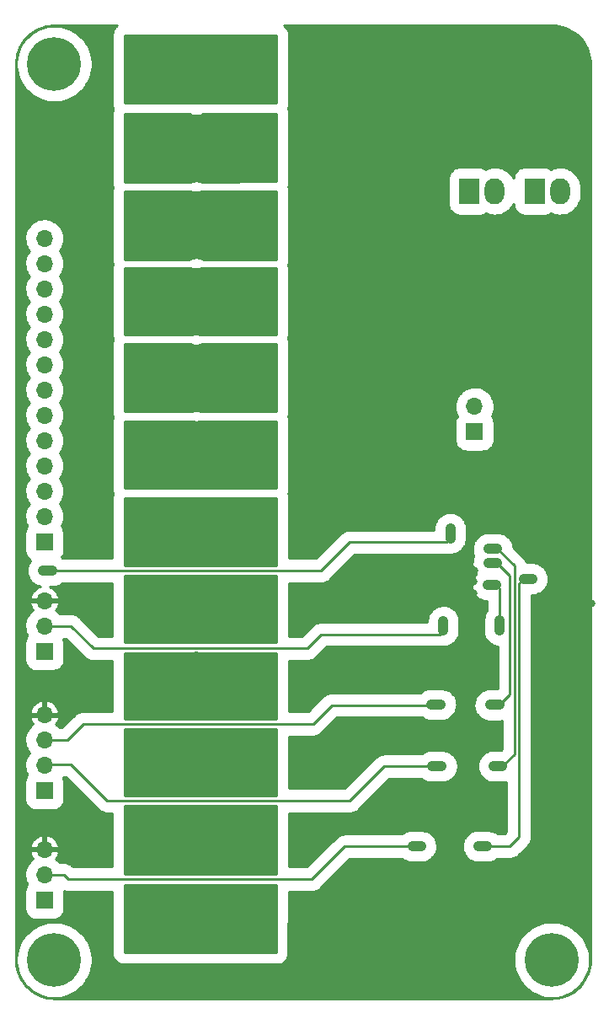
<source format=gbr>
G04 #@! TF.GenerationSoftware,KiCad,Pcbnew,(5.1.0-1152-gc9ccd8a64)*
G04 #@! TF.CreationDate,2019-07-16T15:59:55-04:00*
G04 #@! TF.ProjectId,LTC6811,4c544336-3831-4312-9e6b-696361645f70,rev?*
G04 #@! TF.SameCoordinates,Original*
G04 #@! TF.FileFunction,Copper,L2,Bot*
G04 #@! TF.FilePolarity,Positive*
%FSLAX46Y46*%
G04 Gerber Fmt 4.6, Leading zero omitted, Abs format (unit mm)*
G04 Created by KiCad (PCBNEW (5.1.0-1152-gc9ccd8a64)) date 2019-07-16 15:59:55*
%MOMM*%
%LPD*%
G04 APERTURE LIST*
%ADD10R,1.700000X1.700000*%
%ADD11O,1.700000X1.700000*%
%ADD12R,2.000000X2.600000*%
%ADD13O,2.000000X2.600000*%
%ADD14C,5.400000*%
%ADD15C,0.800000*%
%ADD16C,1.000000*%
%ADD17C,0.250000*%
%ADD18C,0.254000*%
G04 APERTURE END LIST*
D10*
X47244000Y-41935400D03*
D11*
X47244000Y-39395400D03*
D10*
X4000000Y-64000000D03*
D11*
X4000000Y-61460000D03*
X4000000Y-58920000D03*
D10*
X4000000Y-89000000D03*
D11*
X4000000Y-86460000D03*
X4000000Y-83920000D03*
D10*
X4000000Y-78000000D03*
D11*
X4000000Y-75460000D03*
X4000000Y-72920000D03*
X4000000Y-70380000D03*
D10*
X4000000Y-53000000D03*
D11*
X4000000Y-50460000D03*
X4000000Y-47920000D03*
X4000000Y-45380000D03*
X4000000Y-42840000D03*
X4000000Y-40300000D03*
X4000000Y-37760000D03*
X4000000Y-35220000D03*
X4000000Y-32680000D03*
X4000000Y-30140000D03*
X4000000Y-27600000D03*
X4000000Y-25060000D03*
X4000000Y-22520000D03*
D12*
X46736000Y-17788800D03*
D13*
X49276000Y-17788800D03*
D12*
X53284000Y-17788800D03*
D13*
X55824000Y-17788800D03*
D14*
X5000000Y-5000000D03*
D15*
X7025000Y-5000000D03*
X6431891Y-6431891D03*
X5000000Y-7025000D03*
X3568109Y-6431891D03*
X2975000Y-5000000D03*
X3568109Y-3568109D03*
X5000000Y-2975000D03*
X6431891Y-3568109D03*
D14*
X5000000Y-95000000D03*
D15*
X7025000Y-95000000D03*
X6431891Y-96431891D03*
X5000000Y-97025000D03*
X3568109Y-96431891D03*
X2975000Y-95000000D03*
X3568109Y-93568109D03*
X5000000Y-92975000D03*
X6431891Y-93568109D03*
D14*
X55000000Y-95000000D03*
D15*
X57025000Y-95000000D03*
X56431891Y-96431891D03*
X55000000Y-97025000D03*
X53568109Y-96431891D03*
X52975000Y-95000000D03*
X53568109Y-93568109D03*
X55000000Y-92975000D03*
X56431891Y-93568109D03*
X44805600Y-51663600D03*
X44805600Y-52654200D03*
X50368200Y-44602400D03*
X44958000Y-13182600D03*
X46888400Y-13157200D03*
X46913800Y-12217400D03*
X44958000Y-12293600D03*
X51231800Y-44577000D03*
X58953400Y-59182000D03*
X58064400Y-59182000D03*
X53035200Y-56718200D03*
X52171600Y-56718200D03*
X48641000Y-53721000D03*
X49504600Y-53695600D03*
X47142400Y-58166000D03*
X47193180Y-55905420D03*
X47142410Y-56997610D03*
X49504600Y-55118000D03*
X48615600Y-55118000D03*
X58433800Y-65711200D03*
X53543800Y-66141200D03*
X53543800Y-65141200D03*
X58443800Y-64881200D03*
X56464200Y-41935400D03*
X50927000Y-41325800D03*
X55626000Y-41935400D03*
X50927000Y-40487600D03*
X49174400Y-75565000D03*
X43942000Y-75565000D03*
X42951400Y-75565000D03*
X50038000Y-75565000D03*
X48550000Y-57350000D03*
X49450000Y-57350000D03*
X49744200Y-60934600D03*
X44094400Y-61010800D03*
X49744200Y-61899800D03*
X44094400Y-61899800D03*
X47625000Y-83591400D03*
X41833800Y-83591400D03*
X48488600Y-83591400D03*
X40995600Y-83591400D03*
X48793400Y-69392800D03*
X43840400Y-69367400D03*
X42900600Y-69367400D03*
X49733200Y-69392800D03*
X19250000Y-93950000D03*
X19250000Y-91950000D03*
X19250000Y-92950000D03*
X19250000Y-89950000D03*
X19250000Y-87950000D03*
X19250000Y-88950000D03*
X19250000Y-85900000D03*
X19250000Y-83900000D03*
X19250000Y-84900000D03*
X19250000Y-81950000D03*
X19250000Y-79950000D03*
X19250000Y-80950000D03*
X19250000Y-78050000D03*
X19250000Y-76050000D03*
X19250000Y-77050000D03*
X19250000Y-74250000D03*
X19250000Y-72250000D03*
X19250000Y-73250000D03*
X19250000Y-70350000D03*
X19250000Y-68350000D03*
X19250000Y-69350000D03*
X19250000Y-66550000D03*
X19250000Y-64550000D03*
X19250000Y-65550000D03*
X19250000Y-62650000D03*
X19250000Y-60650000D03*
X19250000Y-61650000D03*
X19300000Y-58850000D03*
X19300000Y-56850000D03*
X19300000Y-57850000D03*
X19250000Y-54950000D03*
X19250000Y-52950000D03*
X19250000Y-53950000D03*
X19250000Y-51150000D03*
X19250000Y-49150000D03*
X19250000Y-50150000D03*
X19250000Y-47200000D03*
X19250000Y-45200000D03*
X19250000Y-46200000D03*
X19250000Y-43350000D03*
X19250000Y-41350000D03*
X19250000Y-42350000D03*
X19250000Y-39450000D03*
X19250000Y-37450000D03*
X19250000Y-38450000D03*
X19250000Y-35650000D03*
X19250000Y-33650000D03*
X19250000Y-34650000D03*
X19250000Y-31750000D03*
X19250000Y-29750000D03*
X19250000Y-30750000D03*
X19250000Y-27950000D03*
X19250000Y-25950000D03*
X19250000Y-26950000D03*
X19250000Y-24050000D03*
X19250000Y-22050000D03*
X19250000Y-23050000D03*
X19250000Y-20250000D03*
X19250000Y-18250000D03*
X19250000Y-19250000D03*
X19250000Y-16350000D03*
X19250000Y-14350000D03*
X19250000Y-15350000D03*
X19250000Y-12500000D03*
X19250000Y-10500000D03*
X19250000Y-11500000D03*
X19250000Y-8650000D03*
X19250000Y-6500000D03*
X19250000Y-7600000D03*
X19250000Y-4800000D03*
X19250000Y-2800000D03*
X19250000Y-3800000D03*
X4775000Y-55900000D03*
X3875000Y-55900000D03*
X13970000Y-98323400D03*
X13970000Y-96266000D03*
X13970000Y-97282000D03*
X6000000Y-19300000D03*
X6000000Y-16800000D03*
X6000000Y-14300000D03*
X34900000Y-40110000D03*
X34900000Y-39250000D03*
X37250000Y-33650000D03*
X36400000Y-33660000D03*
X37050000Y-25950000D03*
X36220000Y-25950000D03*
X37250000Y-18250000D03*
X36360000Y-18250000D03*
X58547600Y-10316400D03*
X30390000Y-92380000D03*
X36370000Y-87960000D03*
X37230000Y-87960000D03*
X36430000Y-79950000D03*
X36420000Y-72250000D03*
X36340000Y-64550000D03*
X36420000Y-56860000D03*
X34900000Y-47610000D03*
X36470000Y-10520000D03*
X36410000Y-2800000D03*
X30400000Y-93200000D03*
X37250000Y-79950000D03*
X37250000Y-72250000D03*
X37250000Y-64550000D03*
X37300000Y-56850000D03*
X34900000Y-46750000D03*
X37350000Y-10550000D03*
X37250000Y-2800000D03*
X58557600Y-11186400D03*
D16*
X44805600Y-52654200D02*
X44805600Y-51663600D01*
D17*
X44405601Y-53054199D02*
X44805600Y-52654200D01*
X4775000Y-55900000D02*
X31831600Y-55900000D01*
X31831600Y-55900000D02*
X34677401Y-53054199D01*
X34677401Y-53054199D02*
X44405601Y-53054199D01*
D16*
X52171600Y-56718200D02*
X53035200Y-56718200D01*
D17*
X51689000Y-57200800D02*
X52171600Y-56718200D01*
X51689000Y-60411000D02*
X51689000Y-57200800D01*
D16*
X48641000Y-53721000D02*
X49479200Y-53721000D01*
X49479200Y-53721000D02*
X49504600Y-53695600D01*
D17*
X51238989Y-55429989D02*
X49504600Y-53695600D01*
X51238989Y-60224600D02*
X51238989Y-55429989D01*
D16*
X48615600Y-55118000D02*
X49504600Y-55118000D01*
D17*
X50788978Y-68337022D02*
X50788978Y-56402378D01*
X49733200Y-69392800D02*
X50788978Y-68337022D01*
X50788978Y-56402378D02*
X49504600Y-55118000D01*
X50774600Y-83591400D02*
X51689000Y-82677000D01*
X48514000Y-83591400D02*
X50774600Y-83591400D01*
X51689000Y-82677000D02*
X51689000Y-60411000D01*
X51238989Y-74364011D02*
X51238989Y-60224600D01*
X50038000Y-75565000D02*
X51238989Y-74364011D01*
X4072800Y-75387200D02*
X6680200Y-75387200D01*
X4000000Y-75460000D02*
X4072800Y-75387200D01*
X6680200Y-75387200D02*
X10312400Y-79019400D01*
X10312400Y-79019400D02*
X34696400Y-79019400D01*
X34696400Y-79019400D02*
X38150800Y-75565000D01*
X38150800Y-75565000D02*
X42951400Y-75565000D01*
D16*
X42951400Y-75565000D02*
X43942000Y-75565000D01*
X49174400Y-75565000D02*
X50038000Y-75565000D01*
D17*
X43688000Y-75565000D02*
X43713399Y-75539601D01*
D16*
X48550000Y-57350000D02*
X49450000Y-57350000D01*
D17*
X49744200Y-57644200D02*
X49450000Y-57350000D01*
X49744200Y-60934600D02*
X49744200Y-57644200D01*
X6654800Y-61468000D02*
X4008000Y-61468000D01*
X8911790Y-63724990D02*
X6654800Y-61468000D01*
X30407410Y-63724990D02*
X8911790Y-63724990D01*
X31832601Y-62299799D02*
X30407410Y-63724990D01*
X44094400Y-61899800D02*
X43694401Y-62299799D01*
X43694401Y-62299799D02*
X31832601Y-62299799D01*
X4008000Y-61468000D02*
X4000000Y-61460000D01*
D16*
X49744200Y-61899800D02*
X49744200Y-60934600D01*
X44094400Y-61899800D02*
X44094400Y-61010800D01*
D17*
X40987000Y-83600000D02*
X34200000Y-83600000D01*
X40995600Y-83591400D02*
X40987000Y-83600000D01*
X34200000Y-83600000D02*
X30900000Y-86900000D01*
X30900000Y-86900000D02*
X6382000Y-86900000D01*
X6382000Y-86900000D02*
X5942000Y-86460000D01*
X5942000Y-86460000D02*
X4000000Y-86460000D01*
D16*
X40995600Y-83591400D02*
X41833800Y-83591400D01*
X47625000Y-83591400D02*
X48488600Y-83591400D01*
D17*
X42849800Y-69418200D02*
X32893000Y-69418200D01*
X42900600Y-69367400D02*
X42849800Y-69418200D01*
X32893000Y-69418200D02*
X31011200Y-71300000D01*
X31011200Y-71300000D02*
X7897200Y-71300000D01*
X7897200Y-71300000D02*
X6277200Y-72920000D01*
X6277200Y-72920000D02*
X4000000Y-72920000D01*
D16*
X48793400Y-69392800D02*
X49733200Y-69392800D01*
X42900600Y-69367400D02*
X43840400Y-69367400D01*
X19250000Y-88950000D02*
X19250000Y-87950000D01*
X19250000Y-85900000D02*
X19250000Y-84900000D01*
X19250000Y-80950000D02*
X19250000Y-79950000D01*
X19250000Y-78050000D02*
X19250000Y-77050000D01*
X19250000Y-73250000D02*
X19250000Y-72250000D01*
X19250000Y-64550000D02*
X19250000Y-65550000D01*
X19250000Y-70350000D02*
X19250000Y-69350000D01*
X19300000Y-57850000D02*
X19300000Y-56850000D01*
X19250000Y-62650000D02*
X19250000Y-61650000D01*
X19250000Y-54950000D02*
X19250000Y-53950000D01*
X3875000Y-55900000D02*
X4775000Y-55900000D01*
D17*
X3875000Y-55900000D02*
X3875000Y-55900000D01*
D18*
G36*
X11183296Y-1220092D02*
G01*
X11164670Y-1237797D01*
X11032874Y-1391322D01*
X11018195Y-1412412D01*
X10920000Y-1589324D01*
X10909866Y-1612939D01*
X10849294Y-1805996D01*
X10844122Y-1831167D01*
X10823652Y-2032466D01*
X10823000Y-2045314D01*
X10823000Y-9045314D01*
X10823367Y-9054958D01*
X10834899Y-9206386D01*
X10838586Y-9228575D01*
X10889302Y-9424452D01*
X10898227Y-9448550D01*
X10899408Y-9450957D01*
X10849294Y-9610682D01*
X10844122Y-9635853D01*
X10823652Y-9837152D01*
X10823000Y-9850000D01*
X10823000Y-17000000D01*
X10823382Y-17009847D01*
X10835407Y-17164463D01*
X10839183Y-17186846D01*
X10875770Y-17326296D01*
X10849294Y-17410682D01*
X10844122Y-17435853D01*
X10823652Y-17637152D01*
X10823000Y-17650000D01*
X10823000Y-24750000D01*
X10823367Y-24759644D01*
X10834899Y-24911072D01*
X10838586Y-24933261D01*
X10868625Y-25049279D01*
X10848883Y-25112584D01*
X10843754Y-25137763D01*
X10823631Y-25339097D01*
X10823001Y-25351947D01*
X10835096Y-32351947D01*
X10835471Y-32361482D01*
X10847002Y-32511182D01*
X10850681Y-32533261D01*
X10882314Y-32655438D01*
X10849294Y-32760682D01*
X10844122Y-32785853D01*
X10823652Y-32987152D01*
X10823000Y-33000000D01*
X10823000Y-40000000D01*
X10823367Y-40009644D01*
X10834899Y-40161072D01*
X10838586Y-40183261D01*
X10889302Y-40379138D01*
X10889986Y-40380986D01*
X10849294Y-40510682D01*
X10844122Y-40535853D01*
X10823652Y-40737152D01*
X10823000Y-40750000D01*
X10823000Y-47750000D01*
X10823367Y-47759644D01*
X10834899Y-47911072D01*
X10838586Y-47933261D01*
X10889302Y-48129138D01*
X10889986Y-48130986D01*
X10849294Y-48260682D01*
X10844122Y-48285853D01*
X10823652Y-48487152D01*
X10823000Y-48500000D01*
X10823000Y-54648000D01*
X5823575Y-54648000D01*
X5719088Y-54574838D01*
X5846479Y-54390281D01*
X5860707Y-54363171D01*
X5946820Y-54136107D01*
X5954147Y-54106381D01*
X5983419Y-53865308D01*
X5984345Y-53850000D01*
X5984345Y-52150000D01*
X5982265Y-52127108D01*
X5916804Y-51769899D01*
X5904337Y-51733771D01*
X5791482Y-51518743D01*
X5774090Y-51493547D01*
X5721488Y-51434171D01*
X5812198Y-51261760D01*
X5819557Y-51244916D01*
X5908956Y-50991760D01*
X5913807Y-50974030D01*
X5965724Y-50710620D01*
X5967964Y-50692376D01*
X5981314Y-50424231D01*
X5980897Y-50405854D01*
X5955397Y-50138591D01*
X5952331Y-50120467D01*
X5888518Y-49859683D01*
X5882869Y-49842191D01*
X5782079Y-49593352D01*
X5773963Y-49576859D01*
X5638306Y-49345175D01*
X5627895Y-49330027D01*
X5518482Y-49193212D01*
X5519482Y-49192028D01*
X5677478Y-48974964D01*
X5687191Y-48959359D01*
X5812198Y-48721760D01*
X5819557Y-48704916D01*
X5908956Y-48451760D01*
X5913807Y-48434030D01*
X5965724Y-48170620D01*
X5967964Y-48152376D01*
X5981314Y-47884231D01*
X5980897Y-47865854D01*
X5955397Y-47598591D01*
X5952331Y-47580467D01*
X5888518Y-47319683D01*
X5882869Y-47302191D01*
X5782079Y-47053352D01*
X5773963Y-47036859D01*
X5638306Y-46805175D01*
X5627895Y-46790027D01*
X5518482Y-46653212D01*
X5519482Y-46652028D01*
X5677478Y-46434964D01*
X5687191Y-46419359D01*
X5812198Y-46181760D01*
X5819557Y-46164916D01*
X5908956Y-45911760D01*
X5913807Y-45894030D01*
X5965724Y-45630620D01*
X5967964Y-45612376D01*
X5981314Y-45344231D01*
X5980897Y-45325854D01*
X5955397Y-45058591D01*
X5952331Y-45040467D01*
X5888518Y-44779683D01*
X5882869Y-44762191D01*
X5782079Y-44513352D01*
X5773963Y-44496859D01*
X5638306Y-44265175D01*
X5627895Y-44250027D01*
X5518482Y-44113212D01*
X5519482Y-44112028D01*
X5677478Y-43894964D01*
X5687191Y-43879359D01*
X5812198Y-43641760D01*
X5819557Y-43624916D01*
X5908956Y-43371760D01*
X5913807Y-43354030D01*
X5965724Y-43090620D01*
X5967964Y-43072376D01*
X5981314Y-42804231D01*
X5980897Y-42785854D01*
X5955397Y-42518591D01*
X5952331Y-42500467D01*
X5888518Y-42239683D01*
X5882869Y-42222191D01*
X5782079Y-41973352D01*
X5773963Y-41956859D01*
X5638306Y-41725175D01*
X5627895Y-41710027D01*
X5518482Y-41573212D01*
X5519482Y-41572028D01*
X5677478Y-41354964D01*
X5687191Y-41339359D01*
X5812198Y-41101760D01*
X5819557Y-41084916D01*
X5908956Y-40831760D01*
X5913807Y-40814030D01*
X5965724Y-40550620D01*
X5967964Y-40532376D01*
X5981314Y-40264231D01*
X5980897Y-40245854D01*
X5955397Y-39978591D01*
X5952331Y-39960467D01*
X5888518Y-39699683D01*
X5882869Y-39682191D01*
X5782079Y-39433352D01*
X5773963Y-39416859D01*
X5638306Y-39185175D01*
X5627895Y-39170027D01*
X5518482Y-39033212D01*
X5519482Y-39032028D01*
X5677478Y-38814964D01*
X5687191Y-38799359D01*
X5812198Y-38561760D01*
X5819557Y-38544916D01*
X5908956Y-38291760D01*
X5913807Y-38274030D01*
X5965724Y-38010620D01*
X5967964Y-37992376D01*
X5981314Y-37724231D01*
X5980897Y-37705854D01*
X5955397Y-37438591D01*
X5952331Y-37420467D01*
X5888518Y-37159683D01*
X5882869Y-37142191D01*
X5782079Y-36893352D01*
X5773963Y-36876859D01*
X5638306Y-36645175D01*
X5627895Y-36630027D01*
X5518482Y-36493212D01*
X5519482Y-36492028D01*
X5677478Y-36274964D01*
X5687191Y-36259359D01*
X5812198Y-36021760D01*
X5819557Y-36004916D01*
X5908956Y-35751760D01*
X5913807Y-35734030D01*
X5965724Y-35470620D01*
X5967964Y-35452376D01*
X5981314Y-35184231D01*
X5980897Y-35165854D01*
X5955397Y-34898591D01*
X5952331Y-34880467D01*
X5888518Y-34619683D01*
X5882869Y-34602191D01*
X5782079Y-34353352D01*
X5773963Y-34336859D01*
X5638306Y-34105175D01*
X5627895Y-34090027D01*
X5518482Y-33953212D01*
X5519482Y-33952028D01*
X5677478Y-33734964D01*
X5687191Y-33719359D01*
X5812198Y-33481760D01*
X5819557Y-33464916D01*
X5908956Y-33211760D01*
X5913807Y-33194030D01*
X5965724Y-32930620D01*
X5967964Y-32912376D01*
X5981314Y-32644231D01*
X5980897Y-32625854D01*
X5955397Y-32358591D01*
X5952331Y-32340467D01*
X5888518Y-32079683D01*
X5882869Y-32062191D01*
X5782079Y-31813352D01*
X5773963Y-31796859D01*
X5638306Y-31565175D01*
X5627895Y-31550027D01*
X5518482Y-31413212D01*
X5519482Y-31412028D01*
X5677478Y-31194964D01*
X5687191Y-31179359D01*
X5812198Y-30941760D01*
X5819557Y-30924916D01*
X5908956Y-30671760D01*
X5913807Y-30654030D01*
X5965724Y-30390620D01*
X5967964Y-30372376D01*
X5981314Y-30104231D01*
X5980897Y-30085854D01*
X5955397Y-29818591D01*
X5952331Y-29800467D01*
X5888518Y-29539683D01*
X5882869Y-29522191D01*
X5782079Y-29273352D01*
X5773963Y-29256859D01*
X5638306Y-29025175D01*
X5627895Y-29010027D01*
X5518482Y-28873212D01*
X5519482Y-28872028D01*
X5677478Y-28654964D01*
X5687191Y-28639359D01*
X5812198Y-28401760D01*
X5819557Y-28384916D01*
X5908956Y-28131760D01*
X5913807Y-28114030D01*
X5965724Y-27850620D01*
X5967964Y-27832376D01*
X5981314Y-27564231D01*
X5980897Y-27545854D01*
X5955397Y-27278591D01*
X5952331Y-27260467D01*
X5888518Y-26999683D01*
X5882869Y-26982191D01*
X5782079Y-26733352D01*
X5773963Y-26716859D01*
X5638306Y-26485175D01*
X5627895Y-26470027D01*
X5518482Y-26333212D01*
X5519482Y-26332028D01*
X5677478Y-26114964D01*
X5687191Y-26099359D01*
X5812198Y-25861760D01*
X5819557Y-25844916D01*
X5908956Y-25591760D01*
X5913807Y-25574030D01*
X5965724Y-25310620D01*
X5967964Y-25292376D01*
X5981314Y-25024231D01*
X5980897Y-25005854D01*
X5955397Y-24738591D01*
X5952331Y-24720467D01*
X5888518Y-24459683D01*
X5882869Y-24442191D01*
X5782079Y-24193352D01*
X5773963Y-24176859D01*
X5638306Y-23945175D01*
X5627895Y-23930027D01*
X5518482Y-23793212D01*
X5519482Y-23792028D01*
X5677478Y-23574964D01*
X5687191Y-23559359D01*
X5812198Y-23321760D01*
X5819557Y-23304916D01*
X5908956Y-23051760D01*
X5913807Y-23034030D01*
X5965724Y-22770620D01*
X5967964Y-22752376D01*
X5981314Y-22484231D01*
X5980897Y-22465854D01*
X5955397Y-22198591D01*
X5952331Y-22180467D01*
X5888518Y-21919683D01*
X5882869Y-21902191D01*
X5782079Y-21653352D01*
X5773963Y-21636859D01*
X5638306Y-21405175D01*
X5627895Y-21390027D01*
X5460215Y-21180353D01*
X5447726Y-21166866D01*
X5251534Y-20983593D01*
X5237228Y-20972050D01*
X5016634Y-20819019D01*
X5000813Y-20809662D01*
X4760439Y-20690078D01*
X4743432Y-20683103D01*
X4488314Y-20599471D01*
X4464230Y-20594099D01*
X4055775Y-20543947D01*
X4040298Y-20543000D01*
X3931806Y-20543000D01*
X3922615Y-20543333D01*
X3723036Y-20557814D01*
X3704848Y-20560467D01*
X3442684Y-20618347D01*
X3425068Y-20623599D01*
X3174005Y-20718719D01*
X3157332Y-20726458D01*
X2922631Y-20856823D01*
X2907251Y-20866888D01*
X2693826Y-21029768D01*
X2680058Y-21041948D01*
X2492382Y-21233932D01*
X2480518Y-21247972D01*
X2322522Y-21465036D01*
X2312809Y-21480641D01*
X2187802Y-21718240D01*
X2180443Y-21735084D01*
X2091044Y-21988240D01*
X2086193Y-22005970D01*
X2034276Y-22269380D01*
X2032036Y-22287624D01*
X2018686Y-22555769D01*
X2019103Y-22574146D01*
X2044603Y-22841409D01*
X2047669Y-22859533D01*
X2111482Y-23120317D01*
X2117131Y-23137809D01*
X2217921Y-23386648D01*
X2226037Y-23403141D01*
X2361694Y-23634825D01*
X2372105Y-23649973D01*
X2481518Y-23786788D01*
X2480518Y-23787972D01*
X2322522Y-24005036D01*
X2312809Y-24020641D01*
X2187802Y-24258240D01*
X2180443Y-24275084D01*
X2091044Y-24528240D01*
X2086193Y-24545970D01*
X2034276Y-24809380D01*
X2032036Y-24827624D01*
X2018686Y-25095769D01*
X2019103Y-25114146D01*
X2044603Y-25381409D01*
X2047669Y-25399533D01*
X2111482Y-25660317D01*
X2117131Y-25677809D01*
X2217921Y-25926648D01*
X2226037Y-25943141D01*
X2361694Y-26174825D01*
X2372105Y-26189973D01*
X2481518Y-26326788D01*
X2480518Y-26327972D01*
X2322522Y-26545036D01*
X2312809Y-26560641D01*
X2187802Y-26798240D01*
X2180443Y-26815084D01*
X2091044Y-27068240D01*
X2086193Y-27085970D01*
X2034276Y-27349380D01*
X2032036Y-27367624D01*
X2018686Y-27635769D01*
X2019103Y-27654146D01*
X2044603Y-27921409D01*
X2047669Y-27939533D01*
X2111482Y-28200317D01*
X2117131Y-28217809D01*
X2217921Y-28466648D01*
X2226037Y-28483141D01*
X2361694Y-28714825D01*
X2372105Y-28729973D01*
X2481518Y-28866788D01*
X2480518Y-28867972D01*
X2322522Y-29085036D01*
X2312809Y-29100641D01*
X2187802Y-29338240D01*
X2180443Y-29355084D01*
X2091044Y-29608240D01*
X2086193Y-29625970D01*
X2034276Y-29889380D01*
X2032036Y-29907624D01*
X2018686Y-30175769D01*
X2019103Y-30194146D01*
X2044603Y-30461409D01*
X2047669Y-30479533D01*
X2111482Y-30740317D01*
X2117131Y-30757809D01*
X2217921Y-31006648D01*
X2226037Y-31023141D01*
X2361694Y-31254825D01*
X2372105Y-31269973D01*
X2481518Y-31406788D01*
X2480518Y-31407972D01*
X2322522Y-31625036D01*
X2312809Y-31640641D01*
X2187802Y-31878240D01*
X2180443Y-31895084D01*
X2091044Y-32148240D01*
X2086193Y-32165970D01*
X2034276Y-32429380D01*
X2032036Y-32447624D01*
X2018686Y-32715769D01*
X2019103Y-32734146D01*
X2044603Y-33001409D01*
X2047669Y-33019533D01*
X2111482Y-33280317D01*
X2117131Y-33297809D01*
X2217921Y-33546648D01*
X2226037Y-33563141D01*
X2361694Y-33794825D01*
X2372105Y-33809973D01*
X2481518Y-33946788D01*
X2480518Y-33947972D01*
X2322522Y-34165036D01*
X2312809Y-34180641D01*
X2187802Y-34418240D01*
X2180443Y-34435084D01*
X2091044Y-34688240D01*
X2086193Y-34705970D01*
X2034276Y-34969380D01*
X2032036Y-34987624D01*
X2018686Y-35255769D01*
X2019103Y-35274146D01*
X2044603Y-35541409D01*
X2047669Y-35559533D01*
X2111482Y-35820317D01*
X2117131Y-35837809D01*
X2217921Y-36086648D01*
X2226037Y-36103141D01*
X2361694Y-36334825D01*
X2372105Y-36349973D01*
X2481518Y-36486788D01*
X2480518Y-36487972D01*
X2322522Y-36705036D01*
X2312809Y-36720641D01*
X2187802Y-36958240D01*
X2180443Y-36975084D01*
X2091044Y-37228240D01*
X2086193Y-37245970D01*
X2034276Y-37509380D01*
X2032036Y-37527624D01*
X2018686Y-37795769D01*
X2019103Y-37814146D01*
X2044603Y-38081409D01*
X2047669Y-38099533D01*
X2111482Y-38360317D01*
X2117131Y-38377809D01*
X2217921Y-38626648D01*
X2226037Y-38643141D01*
X2361694Y-38874825D01*
X2372105Y-38889973D01*
X2481518Y-39026788D01*
X2480518Y-39027972D01*
X2322522Y-39245036D01*
X2312809Y-39260641D01*
X2187802Y-39498240D01*
X2180443Y-39515084D01*
X2091044Y-39768240D01*
X2086193Y-39785970D01*
X2034276Y-40049380D01*
X2032036Y-40067624D01*
X2018686Y-40335769D01*
X2019103Y-40354146D01*
X2044603Y-40621409D01*
X2047669Y-40639533D01*
X2111482Y-40900317D01*
X2117131Y-40917809D01*
X2217921Y-41166648D01*
X2226037Y-41183141D01*
X2361694Y-41414825D01*
X2372105Y-41429973D01*
X2481518Y-41566788D01*
X2480518Y-41567972D01*
X2322522Y-41785036D01*
X2312809Y-41800641D01*
X2187802Y-42038240D01*
X2180443Y-42055084D01*
X2091044Y-42308240D01*
X2086193Y-42325970D01*
X2034276Y-42589380D01*
X2032036Y-42607624D01*
X2018686Y-42875769D01*
X2019103Y-42894146D01*
X2044603Y-43161409D01*
X2047669Y-43179533D01*
X2111482Y-43440317D01*
X2117131Y-43457809D01*
X2217921Y-43706648D01*
X2226037Y-43723141D01*
X2361694Y-43954825D01*
X2372105Y-43969973D01*
X2481518Y-44106788D01*
X2480518Y-44107972D01*
X2322522Y-44325036D01*
X2312809Y-44340641D01*
X2187802Y-44578240D01*
X2180443Y-44595084D01*
X2091044Y-44848240D01*
X2086193Y-44865970D01*
X2034276Y-45129380D01*
X2032036Y-45147624D01*
X2018686Y-45415769D01*
X2019103Y-45434146D01*
X2044603Y-45701409D01*
X2047669Y-45719533D01*
X2111482Y-45980317D01*
X2117131Y-45997809D01*
X2217921Y-46246648D01*
X2226037Y-46263141D01*
X2361694Y-46494825D01*
X2372105Y-46509973D01*
X2481518Y-46646788D01*
X2480518Y-46647972D01*
X2322522Y-46865036D01*
X2312809Y-46880641D01*
X2187802Y-47118240D01*
X2180443Y-47135084D01*
X2091044Y-47388240D01*
X2086193Y-47405970D01*
X2034276Y-47669380D01*
X2032036Y-47687624D01*
X2018686Y-47955769D01*
X2019103Y-47974146D01*
X2044603Y-48241409D01*
X2047669Y-48259533D01*
X2111482Y-48520317D01*
X2117131Y-48537809D01*
X2217921Y-48786648D01*
X2226037Y-48803141D01*
X2361694Y-49034825D01*
X2372105Y-49049973D01*
X2481518Y-49186788D01*
X2480518Y-49187972D01*
X2322522Y-49405036D01*
X2312809Y-49420641D01*
X2187802Y-49658240D01*
X2180443Y-49675084D01*
X2091044Y-49928240D01*
X2086193Y-49945970D01*
X2034276Y-50209380D01*
X2032036Y-50227624D01*
X2018686Y-50495769D01*
X2019103Y-50514146D01*
X2044603Y-50781409D01*
X2047669Y-50799533D01*
X2111482Y-51060317D01*
X2117131Y-51077809D01*
X2217921Y-51326648D01*
X2226037Y-51343141D01*
X2277206Y-51430531D01*
X2153521Y-51609719D01*
X2139293Y-51636829D01*
X2053180Y-51863893D01*
X2045853Y-51893619D01*
X2016581Y-52134692D01*
X2015655Y-52150000D01*
X2015655Y-53850000D01*
X2017735Y-53872892D01*
X2083196Y-54230101D01*
X2095663Y-54266229D01*
X2208518Y-54481257D01*
X2225910Y-54506454D01*
X2386946Y-54688226D01*
X2409863Y-54708528D01*
X2609719Y-54846479D01*
X2626324Y-54855194D01*
X2496018Y-55023183D01*
X2482416Y-55044951D01*
X2347875Y-55318375D01*
X2338928Y-55342433D01*
X2262114Y-55637325D01*
X2258187Y-55662692D01*
X2242239Y-55967007D01*
X2243493Y-55992644D01*
X2289061Y-56293949D01*
X2295444Y-56318811D01*
X2400668Y-56604801D01*
X2411921Y-56627871D01*
X2572501Y-56886860D01*
X2588162Y-56907197D01*
X2797540Y-57128608D01*
X2816971Y-57145380D01*
X3066593Y-57320167D01*
X3088999Y-57332690D01*
X3368668Y-57453714D01*
X3399677Y-57462664D01*
X3590130Y-57492148D01*
X3515390Y-57511546D01*
X3495134Y-57518679D01*
X3285008Y-57613334D01*
X3266243Y-57623778D01*
X3075070Y-57752483D01*
X3058334Y-57765940D01*
X2891580Y-57925016D01*
X2877350Y-57941099D01*
X2739782Y-58125997D01*
X2728466Y-58144249D01*
X2624018Y-58349683D01*
X2615938Y-58369580D01*
X2547597Y-58589674D01*
X2542986Y-58610647D01*
X2537861Y-58649312D01*
X2548825Y-58720027D01*
X2596280Y-58773589D01*
X2663760Y-58793000D01*
X5334306Y-58793000D01*
X5402967Y-58772839D01*
X5449829Y-58718758D01*
X5458599Y-58639921D01*
X5429718Y-58502275D01*
X5423547Y-58481705D01*
X5338896Y-58267354D01*
X5329348Y-58248119D01*
X5209791Y-58051095D01*
X5197138Y-58033743D01*
X5046094Y-57859680D01*
X5030698Y-57844708D01*
X4852485Y-57698583D01*
X4834787Y-57686420D01*
X4634502Y-57572411D01*
X4615007Y-57563403D01*
X4514718Y-57527000D01*
X4851150Y-57527000D01*
X4863984Y-57526350D01*
X5091006Y-57503290D01*
X5116150Y-57498129D01*
X5406938Y-57407002D01*
X5430531Y-57396890D01*
X5697056Y-57249152D01*
X5718133Y-57234502D01*
X5814390Y-57152000D01*
X10823000Y-57152000D01*
X10823000Y-62472990D01*
X9430386Y-62472990D01*
X7607230Y-60649835D01*
X7585461Y-60620254D01*
X7565401Y-60598742D01*
X7503822Y-60546427D01*
X7493651Y-60536256D01*
X7482646Y-60526460D01*
X7448788Y-60499673D01*
X7365476Y-60428894D01*
X7341005Y-60412574D01*
X7334501Y-60409253D01*
X7328778Y-60404725D01*
X7303752Y-60389268D01*
X7204724Y-60342985D01*
X7107369Y-60293273D01*
X7075059Y-60282383D01*
X7066093Y-60278193D01*
X7038185Y-60268909D01*
X6781350Y-60215487D01*
X6752052Y-60212872D01*
X6636455Y-60216000D01*
X5536706Y-60216000D01*
X5460215Y-60120353D01*
X5447726Y-60106866D01*
X5251534Y-59923593D01*
X5237228Y-59912050D01*
X5155203Y-59855148D01*
X5260218Y-59714003D01*
X5271534Y-59695751D01*
X5375982Y-59490317D01*
X5384062Y-59470420D01*
X5452403Y-59250326D01*
X5457014Y-59229353D01*
X5462139Y-59190688D01*
X5451175Y-59119973D01*
X5403720Y-59066411D01*
X5336240Y-59047000D01*
X2665694Y-59047000D01*
X2597033Y-59067161D01*
X2550171Y-59121242D01*
X2541401Y-59200079D01*
X2570282Y-59337725D01*
X2576453Y-59358295D01*
X2661104Y-59572646D01*
X2670652Y-59591881D01*
X2790209Y-59788905D01*
X2802862Y-59806257D01*
X2844781Y-59854564D01*
X2693826Y-59969768D01*
X2680058Y-59981948D01*
X2492382Y-60173932D01*
X2480518Y-60187972D01*
X2322522Y-60405036D01*
X2312809Y-60420641D01*
X2187802Y-60658240D01*
X2180443Y-60675084D01*
X2091044Y-60928240D01*
X2086193Y-60945970D01*
X2034276Y-61209380D01*
X2032036Y-61227624D01*
X2018686Y-61495769D01*
X2019103Y-61514146D01*
X2044603Y-61781409D01*
X2047669Y-61799533D01*
X2111482Y-62060317D01*
X2117131Y-62077809D01*
X2217921Y-62326648D01*
X2226037Y-62343141D01*
X2277206Y-62430531D01*
X2153521Y-62609719D01*
X2139293Y-62636829D01*
X2053180Y-62863893D01*
X2045853Y-62893619D01*
X2016581Y-63134692D01*
X2015655Y-63150000D01*
X2015655Y-64850000D01*
X2017735Y-64872892D01*
X2083196Y-65230101D01*
X2095663Y-65266229D01*
X2208518Y-65481257D01*
X2225910Y-65506454D01*
X2386946Y-65688226D01*
X2409863Y-65708528D01*
X2609719Y-65846479D01*
X2636829Y-65860707D01*
X2863893Y-65946820D01*
X2893619Y-65954147D01*
X3134692Y-65983419D01*
X3150000Y-65984345D01*
X4850000Y-65984345D01*
X4872892Y-65982265D01*
X5230101Y-65916804D01*
X5266229Y-65904337D01*
X5481257Y-65791482D01*
X5506454Y-65774090D01*
X5688226Y-65613054D01*
X5708528Y-65590137D01*
X5846479Y-65390281D01*
X5860707Y-65363171D01*
X5946820Y-65136107D01*
X5954147Y-65106381D01*
X5983419Y-64865308D01*
X5984345Y-64850000D01*
X5984345Y-63150000D01*
X5982265Y-63127108D01*
X5916804Y-62769899D01*
X5904337Y-62733771D01*
X5897109Y-62720000D01*
X6136205Y-62720000D01*
X7959359Y-64543155D01*
X7981128Y-64572736D01*
X8001189Y-64594248D01*
X8062761Y-64646557D01*
X8072938Y-64656734D01*
X8083942Y-64666529D01*
X8117826Y-64693337D01*
X8201115Y-64764096D01*
X8225588Y-64780418D01*
X8232086Y-64783736D01*
X8237809Y-64788264D01*
X8262837Y-64803722D01*
X8361877Y-64850010D01*
X8459221Y-64899717D01*
X8491525Y-64910604D01*
X8500494Y-64914796D01*
X8528404Y-64924081D01*
X8785240Y-64977503D01*
X8814538Y-64980118D01*
X8930135Y-64976990D01*
X10823000Y-64976990D01*
X10823000Y-70048000D01*
X7992134Y-70048000D01*
X7955830Y-70042477D01*
X7926433Y-70041450D01*
X7845907Y-70048000D01*
X7831515Y-70048000D01*
X7816807Y-70048855D01*
X7773909Y-70053857D01*
X7664964Y-70062718D01*
X7636121Y-70068481D01*
X7629182Y-70070729D01*
X7621925Y-70071575D01*
X7593300Y-70078342D01*
X7490516Y-70115651D01*
X7386556Y-70149329D01*
X7356012Y-70164474D01*
X7346708Y-70167851D01*
X7320409Y-70181021D01*
X7101024Y-70324856D01*
X7078458Y-70343723D01*
X6998940Y-70427664D01*
X5758605Y-71668000D01*
X5530308Y-71668000D01*
X5460215Y-71580353D01*
X5447726Y-71566866D01*
X5251534Y-71383593D01*
X5237228Y-71372050D01*
X5155203Y-71315148D01*
X5260218Y-71174003D01*
X5271534Y-71155751D01*
X5375982Y-70950317D01*
X5384062Y-70930420D01*
X5452403Y-70710326D01*
X5457014Y-70689353D01*
X5462139Y-70650688D01*
X5451175Y-70579973D01*
X5403720Y-70526411D01*
X5336240Y-70507000D01*
X2665694Y-70507000D01*
X2597033Y-70527161D01*
X2550171Y-70581242D01*
X2541401Y-70660079D01*
X2570282Y-70797725D01*
X2576453Y-70818295D01*
X2661104Y-71032646D01*
X2670652Y-71051881D01*
X2790209Y-71248905D01*
X2802862Y-71266257D01*
X2844781Y-71314564D01*
X2693826Y-71429768D01*
X2680058Y-71441948D01*
X2492382Y-71633932D01*
X2480518Y-71647972D01*
X2322522Y-71865036D01*
X2312809Y-71880641D01*
X2187802Y-72118240D01*
X2180443Y-72135084D01*
X2091044Y-72388240D01*
X2086193Y-72405970D01*
X2034276Y-72669380D01*
X2032036Y-72687624D01*
X2018686Y-72955769D01*
X2019103Y-72974146D01*
X2044603Y-73241409D01*
X2047669Y-73259533D01*
X2111482Y-73520317D01*
X2117131Y-73537809D01*
X2217921Y-73786648D01*
X2226037Y-73803141D01*
X2361694Y-74034825D01*
X2372105Y-74049973D01*
X2481518Y-74186788D01*
X2480518Y-74187972D01*
X2322522Y-74405036D01*
X2312809Y-74420641D01*
X2187802Y-74658240D01*
X2180443Y-74675084D01*
X2091044Y-74928240D01*
X2086193Y-74945970D01*
X2034276Y-75209380D01*
X2032036Y-75227624D01*
X2018686Y-75495769D01*
X2019103Y-75514146D01*
X2044603Y-75781409D01*
X2047669Y-75799533D01*
X2111482Y-76060317D01*
X2117131Y-76077809D01*
X2217921Y-76326648D01*
X2226037Y-76343141D01*
X2277206Y-76430531D01*
X2153521Y-76609719D01*
X2139293Y-76636829D01*
X2053180Y-76863893D01*
X2045853Y-76893619D01*
X2016581Y-77134692D01*
X2015655Y-77150000D01*
X2015655Y-78850000D01*
X2017735Y-78872892D01*
X2083196Y-79230101D01*
X2095663Y-79266229D01*
X2208518Y-79481257D01*
X2225910Y-79506454D01*
X2386946Y-79688226D01*
X2409863Y-79708528D01*
X2609719Y-79846479D01*
X2636829Y-79860707D01*
X2863893Y-79946820D01*
X2893619Y-79954147D01*
X3134692Y-79983419D01*
X3150000Y-79984345D01*
X4850000Y-79984345D01*
X4872892Y-79982265D01*
X5230101Y-79916804D01*
X5266229Y-79904337D01*
X5481257Y-79791482D01*
X5506454Y-79774090D01*
X5688226Y-79613054D01*
X5708528Y-79590137D01*
X5846479Y-79390281D01*
X5860707Y-79363171D01*
X5946820Y-79136107D01*
X5954147Y-79106381D01*
X5983419Y-78865308D01*
X5984345Y-78850000D01*
X5984345Y-77150000D01*
X5982265Y-77127108D01*
X5916804Y-76769899D01*
X5904337Y-76733771D01*
X5854702Y-76639200D01*
X6161605Y-76639200D01*
X9359969Y-79837565D01*
X9381738Y-79867146D01*
X9401799Y-79888658D01*
X9463371Y-79940967D01*
X9473548Y-79951144D01*
X9484552Y-79960939D01*
X9518436Y-79987747D01*
X9601725Y-80058506D01*
X9626198Y-80074828D01*
X9632696Y-80078146D01*
X9638419Y-80082674D01*
X9663447Y-80098132D01*
X9762487Y-80144420D01*
X9859831Y-80194127D01*
X9892135Y-80205014D01*
X9901104Y-80209206D01*
X9929014Y-80218491D01*
X10185850Y-80271913D01*
X10215148Y-80274528D01*
X10330745Y-80271400D01*
X10823000Y-80271400D01*
X10823000Y-85648000D01*
X6900595Y-85648000D01*
X6894430Y-85641835D01*
X6872661Y-85612254D01*
X6852601Y-85590742D01*
X6791022Y-85538427D01*
X6780851Y-85528256D01*
X6769846Y-85518460D01*
X6735988Y-85491673D01*
X6652676Y-85420894D01*
X6628205Y-85404574D01*
X6621701Y-85401253D01*
X6615978Y-85396725D01*
X6590952Y-85381268D01*
X6491924Y-85334985D01*
X6394569Y-85285273D01*
X6362259Y-85274383D01*
X6353293Y-85270193D01*
X6325385Y-85260909D01*
X6068550Y-85207487D01*
X6039252Y-85204872D01*
X5923655Y-85208000D01*
X5530308Y-85208000D01*
X5460215Y-85120353D01*
X5447726Y-85106866D01*
X5251534Y-84923593D01*
X5237228Y-84912050D01*
X5155203Y-84855148D01*
X5260218Y-84714003D01*
X5271534Y-84695751D01*
X5375982Y-84490317D01*
X5384062Y-84470420D01*
X5452403Y-84250326D01*
X5457014Y-84229353D01*
X5462139Y-84190688D01*
X5451175Y-84119973D01*
X5403720Y-84066411D01*
X5336240Y-84047000D01*
X2665694Y-84047000D01*
X2597033Y-84067161D01*
X2550171Y-84121242D01*
X2541401Y-84200079D01*
X2570282Y-84337725D01*
X2576453Y-84358295D01*
X2661104Y-84572646D01*
X2670652Y-84591881D01*
X2790209Y-84788905D01*
X2802862Y-84806257D01*
X2844781Y-84854564D01*
X2693826Y-84969768D01*
X2680058Y-84981948D01*
X2492382Y-85173932D01*
X2480518Y-85187972D01*
X2322522Y-85405036D01*
X2312809Y-85420641D01*
X2187802Y-85658240D01*
X2180443Y-85675084D01*
X2091044Y-85928240D01*
X2086193Y-85945970D01*
X2034276Y-86209380D01*
X2032036Y-86227624D01*
X2018686Y-86495769D01*
X2019103Y-86514146D01*
X2044603Y-86781409D01*
X2047669Y-86799533D01*
X2111482Y-87060317D01*
X2117131Y-87077809D01*
X2217921Y-87326648D01*
X2226037Y-87343141D01*
X2277206Y-87430531D01*
X2153521Y-87609719D01*
X2139293Y-87636829D01*
X2053180Y-87863893D01*
X2045853Y-87893619D01*
X2016581Y-88134692D01*
X2015655Y-88150000D01*
X2015655Y-89850000D01*
X2017735Y-89872892D01*
X2083196Y-90230101D01*
X2095663Y-90266229D01*
X2208518Y-90481257D01*
X2225910Y-90506454D01*
X2386946Y-90688226D01*
X2409863Y-90708528D01*
X2609719Y-90846479D01*
X2636829Y-90860707D01*
X2863893Y-90946820D01*
X2893619Y-90954147D01*
X3134692Y-90983419D01*
X3150000Y-90984345D01*
X4850000Y-90984345D01*
X4872892Y-90982265D01*
X5230101Y-90916804D01*
X5266229Y-90904337D01*
X5481257Y-90791482D01*
X5506454Y-90774090D01*
X5688226Y-90613054D01*
X5708528Y-90590137D01*
X5846479Y-90390281D01*
X5860707Y-90363171D01*
X5946820Y-90136107D01*
X5954147Y-90106381D01*
X5983419Y-89865308D01*
X5984345Y-89850000D01*
X5984345Y-88150000D01*
X5982265Y-88127108D01*
X5975736Y-88091480D01*
X5998614Y-88099091D01*
X6255449Y-88152513D01*
X6284747Y-88155128D01*
X6400344Y-88152000D01*
X10831853Y-88152000D01*
X10823001Y-94348390D01*
X10823361Y-94358124D01*
X10834892Y-94510981D01*
X10838586Y-94533261D01*
X10889302Y-94729138D01*
X10898227Y-94753235D01*
X10987335Y-94934894D01*
X11000927Y-94956701D01*
X11124778Y-95116704D01*
X11142483Y-95135330D01*
X11296008Y-95267126D01*
X11317098Y-95281805D01*
X11494010Y-95380000D01*
X11517625Y-95390134D01*
X11710682Y-95450706D01*
X11735853Y-95455878D01*
X11937152Y-95476348D01*
X11950000Y-95477000D01*
X19169982Y-95477000D01*
X19236725Y-95484015D01*
X19263275Y-95484015D01*
X19330018Y-95477000D01*
X27400000Y-95477000D01*
X27409191Y-95476667D01*
X27553555Y-95466192D01*
X27575318Y-95462695D01*
X27771552Y-95413379D01*
X27795712Y-95404627D01*
X27978003Y-95316819D01*
X27999908Y-95303382D01*
X28160791Y-95180676D01*
X28179541Y-95163106D01*
X28312431Y-95010527D01*
X28327261Y-94989541D01*
X28426717Y-94813335D01*
X28429886Y-94806091D01*
X51173001Y-94806091D01*
X51173001Y-95193909D01*
X51173697Y-95207184D01*
X51214235Y-95592877D01*
X51216314Y-95606007D01*
X51296945Y-95985349D01*
X51300386Y-95998189D01*
X51420229Y-96367026D01*
X51424993Y-96379436D01*
X51582732Y-96733725D01*
X51588767Y-96745570D01*
X51782676Y-97081430D01*
X51789916Y-97092579D01*
X52017869Y-97406330D01*
X52026235Y-97416661D01*
X52285736Y-97704865D01*
X52295135Y-97714264D01*
X52583339Y-97973765D01*
X52593670Y-97982131D01*
X52907421Y-98210084D01*
X52918570Y-98217324D01*
X53254430Y-98411233D01*
X53266275Y-98417268D01*
X53620564Y-98575007D01*
X53632974Y-98579771D01*
X54001811Y-98699614D01*
X54014651Y-98703055D01*
X54393993Y-98783686D01*
X54407123Y-98785765D01*
X54792816Y-98826303D01*
X54806091Y-98826999D01*
X55193909Y-98826999D01*
X55207184Y-98826303D01*
X55592877Y-98785765D01*
X55606007Y-98783686D01*
X55985349Y-98703055D01*
X55998189Y-98699614D01*
X56367026Y-98579771D01*
X56379436Y-98575007D01*
X56733725Y-98417268D01*
X56745570Y-98411233D01*
X57081430Y-98217324D01*
X57092579Y-98210084D01*
X57406330Y-97982131D01*
X57416661Y-97973765D01*
X57704865Y-97714264D01*
X57714264Y-97704865D01*
X57973765Y-97416661D01*
X57982131Y-97406330D01*
X58210084Y-97092579D01*
X58217324Y-97081430D01*
X58411233Y-96745570D01*
X58417268Y-96733725D01*
X58575007Y-96379436D01*
X58579771Y-96367026D01*
X58699614Y-95998189D01*
X58703055Y-95985349D01*
X58783686Y-95606007D01*
X58785765Y-95592877D01*
X58826303Y-95207184D01*
X58826999Y-95193909D01*
X58826999Y-94806091D01*
X58826303Y-94792816D01*
X58785765Y-94407123D01*
X58783686Y-94393993D01*
X58703055Y-94014651D01*
X58699614Y-94001811D01*
X58579771Y-93632974D01*
X58575007Y-93620564D01*
X58417268Y-93266275D01*
X58411233Y-93254430D01*
X58217324Y-92918570D01*
X58210084Y-92907421D01*
X57982131Y-92593670D01*
X57973765Y-92583339D01*
X57714264Y-92295135D01*
X57704865Y-92285736D01*
X57416661Y-92026235D01*
X57406330Y-92017869D01*
X57092579Y-91789916D01*
X57081430Y-91782676D01*
X56745570Y-91588767D01*
X56733725Y-91582732D01*
X56379436Y-91424993D01*
X56367026Y-91420229D01*
X55998189Y-91300386D01*
X55985349Y-91296945D01*
X55606007Y-91216314D01*
X55592877Y-91214235D01*
X55207184Y-91173697D01*
X55193909Y-91173001D01*
X54806091Y-91173001D01*
X54792816Y-91173697D01*
X54407123Y-91214235D01*
X54393993Y-91216314D01*
X54014651Y-91296945D01*
X54001811Y-91300386D01*
X53632974Y-91420229D01*
X53620564Y-91424993D01*
X53266275Y-91582732D01*
X53254430Y-91588767D01*
X52918570Y-91782676D01*
X52907421Y-91789916D01*
X52593670Y-92017869D01*
X52583339Y-92026235D01*
X52295135Y-92285736D01*
X52285736Y-92295135D01*
X52026235Y-92583339D01*
X52017869Y-92593670D01*
X51789916Y-92907421D01*
X51782676Y-92918570D01*
X51588767Y-93254430D01*
X51582732Y-93266275D01*
X51424993Y-93620564D01*
X51420229Y-93632974D01*
X51300386Y-94001811D01*
X51296945Y-94014651D01*
X51216314Y-94393993D01*
X51214235Y-94407123D01*
X51173697Y-94792816D01*
X51173001Y-94806091D01*
X28429886Y-94806091D01*
X28437019Y-94789793D01*
X28498968Y-94597173D01*
X28504320Y-94572040D01*
X28526227Y-94370893D01*
X28526971Y-94358050D01*
X28571300Y-88152000D01*
X30805066Y-88152000D01*
X30841370Y-88157523D01*
X30870767Y-88158550D01*
X30951292Y-88152000D01*
X30965685Y-88152000D01*
X30980392Y-88151146D01*
X31023317Y-88146141D01*
X31132235Y-88137282D01*
X31161080Y-88131518D01*
X31168015Y-88129271D01*
X31175274Y-88128425D01*
X31203901Y-88121658D01*
X31306710Y-88084340D01*
X31410642Y-88050671D01*
X31441175Y-88035531D01*
X31450488Y-88032151D01*
X31476791Y-88018979D01*
X31696176Y-87875144D01*
X31718742Y-87856277D01*
X31798277Y-87772318D01*
X34718596Y-84852000D01*
X39959307Y-84852000D01*
X40187193Y-85011567D01*
X40209599Y-85024090D01*
X40489268Y-85145114D01*
X40520277Y-85154064D01*
X40926206Y-85216905D01*
X40945635Y-85218400D01*
X41909950Y-85218400D01*
X41922784Y-85217750D01*
X42149806Y-85194690D01*
X42174950Y-85189529D01*
X42465738Y-85098402D01*
X42489331Y-85088290D01*
X42755856Y-84940552D01*
X42776933Y-84925903D01*
X43008307Y-84727592D01*
X43026009Y-84709003D01*
X43212782Y-84468217D01*
X43226384Y-84446449D01*
X43360925Y-84173025D01*
X43369872Y-84148967D01*
X43446686Y-83854075D01*
X43450613Y-83828708D01*
X43459537Y-83658407D01*
X45992239Y-83658407D01*
X45993493Y-83684044D01*
X46039061Y-83985349D01*
X46045444Y-84010211D01*
X46150668Y-84296201D01*
X46161921Y-84319271D01*
X46322501Y-84578260D01*
X46338162Y-84598597D01*
X46547540Y-84820008D01*
X46566971Y-84836780D01*
X46816593Y-85011567D01*
X46838999Y-85024090D01*
X47118668Y-85145114D01*
X47149677Y-85154064D01*
X47555606Y-85216905D01*
X47575035Y-85218400D01*
X48564750Y-85218400D01*
X48577584Y-85217750D01*
X48804606Y-85194690D01*
X48829750Y-85189529D01*
X49120538Y-85098402D01*
X49144131Y-85088290D01*
X49410656Y-84940552D01*
X49431733Y-84925902D01*
X49527990Y-84843400D01*
X50679666Y-84843400D01*
X50715970Y-84848923D01*
X50745367Y-84849950D01*
X50825892Y-84843400D01*
X50840285Y-84843400D01*
X50854992Y-84842546D01*
X50897917Y-84837541D01*
X51006835Y-84828682D01*
X51035680Y-84822918D01*
X51042615Y-84820671D01*
X51049874Y-84819825D01*
X51078501Y-84813058D01*
X51181310Y-84775740D01*
X51285242Y-84742071D01*
X51315775Y-84726931D01*
X51325088Y-84723551D01*
X51351391Y-84710379D01*
X51570776Y-84566544D01*
X51593342Y-84547677D01*
X51672877Y-84463718D01*
X52507165Y-83629431D01*
X52536746Y-83607662D01*
X52558258Y-83587601D01*
X52610567Y-83526029D01*
X52620744Y-83515852D01*
X52630539Y-83504848D01*
X52657347Y-83470964D01*
X52728106Y-83387675D01*
X52744428Y-83363202D01*
X52747746Y-83356704D01*
X52752274Y-83350981D01*
X52767732Y-83325953D01*
X52814020Y-83226913D01*
X52863727Y-83129569D01*
X52874614Y-83097265D01*
X52878806Y-83088296D01*
X52888091Y-83060386D01*
X52941513Y-82803550D01*
X52944128Y-82774252D01*
X52941000Y-82658655D01*
X52941000Y-58345200D01*
X53111350Y-58345200D01*
X53124184Y-58344550D01*
X53351206Y-58321490D01*
X53376350Y-58316329D01*
X53667138Y-58225202D01*
X53690731Y-58215090D01*
X53957256Y-58067352D01*
X53978333Y-58052703D01*
X54209707Y-57854392D01*
X54227409Y-57835803D01*
X54414182Y-57595017D01*
X54427784Y-57573249D01*
X54562325Y-57299825D01*
X54571272Y-57275767D01*
X54648086Y-56980875D01*
X54652013Y-56955508D01*
X54667961Y-56651193D01*
X54666707Y-56625556D01*
X54621139Y-56324251D01*
X54614756Y-56299389D01*
X54509532Y-56013399D01*
X54498279Y-55990329D01*
X54337699Y-55731340D01*
X54322038Y-55711003D01*
X54112660Y-55489592D01*
X54093229Y-55472820D01*
X53843607Y-55298033D01*
X53821201Y-55285510D01*
X53541532Y-55164486D01*
X53510523Y-55155536D01*
X53104594Y-55092695D01*
X53085165Y-55091200D01*
X52447983Y-55091200D01*
X52423340Y-55023310D01*
X52389660Y-54919344D01*
X52374518Y-54888808D01*
X52371139Y-54879499D01*
X52357968Y-54853198D01*
X52214133Y-54633813D01*
X52195266Y-54611247D01*
X52111325Y-54531729D01*
X51125657Y-53546062D01*
X51099691Y-53340517D01*
X51093916Y-53315506D01*
X50995710Y-53027031D01*
X50985025Y-53003693D01*
X50830821Y-52740857D01*
X50815661Y-52720143D01*
X50611755Y-52493683D01*
X50592740Y-52476441D01*
X50347464Y-52295608D01*
X50325370Y-52282542D01*
X50048739Y-52154721D01*
X50024470Y-52146365D01*
X49727790Y-52076779D01*
X49702335Y-52073473D01*
X49397723Y-52064965D01*
X49372124Y-52066844D01*
X49218114Y-52094000D01*
X48564850Y-52094000D01*
X48552016Y-52094650D01*
X48324994Y-52117710D01*
X48299850Y-52122871D01*
X48009062Y-52213998D01*
X47985469Y-52224110D01*
X47718944Y-52371848D01*
X47697867Y-52386497D01*
X47466493Y-52584808D01*
X47448791Y-52603397D01*
X47262018Y-52844183D01*
X47248416Y-52865951D01*
X47113875Y-53139375D01*
X47104928Y-53163433D01*
X47028114Y-53458325D01*
X47024187Y-53483692D01*
X47008239Y-53788007D01*
X47009493Y-53813644D01*
X47055061Y-54114949D01*
X47061444Y-54139811D01*
X47156493Y-54398145D01*
X47088475Y-54536375D01*
X47079528Y-54560433D01*
X47002714Y-54855325D01*
X46998787Y-54880692D01*
X46982839Y-55185007D01*
X46984093Y-55210644D01*
X47029661Y-55511949D01*
X47036044Y-55536811D01*
X47141268Y-55822801D01*
X47152521Y-55845871D01*
X47313101Y-56104860D01*
X47328762Y-56125197D01*
X47395965Y-56196262D01*
X47375493Y-56213809D01*
X47357791Y-56232397D01*
X47171018Y-56473183D01*
X47157416Y-56494951D01*
X47022875Y-56768375D01*
X47013928Y-56792433D01*
X46937114Y-57087325D01*
X46933187Y-57112692D01*
X46917239Y-57417007D01*
X46918493Y-57442644D01*
X46964061Y-57743949D01*
X46970444Y-57768811D01*
X47075668Y-58054801D01*
X47086921Y-58077871D01*
X47247501Y-58336860D01*
X47263162Y-58357197D01*
X47472540Y-58578608D01*
X47491971Y-58595380D01*
X47741593Y-58770167D01*
X47763999Y-58782690D01*
X48043668Y-58903714D01*
X48074677Y-58912664D01*
X48480606Y-58975505D01*
X48492201Y-58976397D01*
X48492200Y-59886027D01*
X48324033Y-60126193D01*
X48311510Y-60148599D01*
X48190486Y-60428268D01*
X48181536Y-60459277D01*
X48118695Y-60865206D01*
X48117200Y-60884635D01*
X48117200Y-61975949D01*
X48117850Y-61988783D01*
X48140910Y-62215805D01*
X48146071Y-62240949D01*
X48237198Y-62531737D01*
X48247310Y-62555330D01*
X48395048Y-62821855D01*
X48409697Y-62842932D01*
X48608008Y-63074307D01*
X48626597Y-63092009D01*
X48867383Y-63278782D01*
X48889151Y-63292384D01*
X49162575Y-63426925D01*
X49186633Y-63435872D01*
X49481525Y-63512686D01*
X49506892Y-63516613D01*
X49536978Y-63518190D01*
X49536978Y-67765800D01*
X48717250Y-67765800D01*
X48704416Y-67766450D01*
X48477394Y-67789510D01*
X48452250Y-67794671D01*
X48161462Y-67885798D01*
X48137869Y-67895910D01*
X47871344Y-68043648D01*
X47850267Y-68058297D01*
X47618893Y-68256608D01*
X47601191Y-68275197D01*
X47414418Y-68515983D01*
X47400816Y-68537751D01*
X47266275Y-68811175D01*
X47257328Y-68835233D01*
X47180514Y-69130125D01*
X47176587Y-69155492D01*
X47160639Y-69459807D01*
X47161893Y-69485444D01*
X47207461Y-69786749D01*
X47213844Y-69811611D01*
X47319068Y-70097601D01*
X47330321Y-70120671D01*
X47490901Y-70379660D01*
X47506562Y-70399997D01*
X47715940Y-70621408D01*
X47735371Y-70638180D01*
X47984993Y-70812967D01*
X48007399Y-70825490D01*
X48287068Y-70946514D01*
X48318077Y-70955464D01*
X48724006Y-71018305D01*
X48743435Y-71019800D01*
X49809350Y-71019800D01*
X49822184Y-71019150D01*
X49986989Y-71002410D01*
X49986989Y-73845415D01*
X49894404Y-73938000D01*
X49098250Y-73938000D01*
X49085416Y-73938650D01*
X48858394Y-73961710D01*
X48833250Y-73966871D01*
X48542462Y-74057998D01*
X48518869Y-74068110D01*
X48252344Y-74215848D01*
X48231267Y-74230497D01*
X47999893Y-74428808D01*
X47982191Y-74447397D01*
X47795418Y-74688183D01*
X47781816Y-74709951D01*
X47647275Y-74983375D01*
X47638328Y-75007433D01*
X47561514Y-75302325D01*
X47557587Y-75327692D01*
X47541639Y-75632007D01*
X47542893Y-75657644D01*
X47588461Y-75958949D01*
X47594844Y-75983811D01*
X47700068Y-76269801D01*
X47711321Y-76292871D01*
X47871901Y-76551860D01*
X47887562Y-76572197D01*
X48096940Y-76793608D01*
X48116371Y-76810380D01*
X48365993Y-76985167D01*
X48388399Y-76997690D01*
X48668068Y-77118714D01*
X48699077Y-77127664D01*
X49105006Y-77190505D01*
X49124435Y-77192000D01*
X50114150Y-77192000D01*
X50126984Y-77191350D01*
X50354006Y-77168290D01*
X50379150Y-77163129D01*
X50437000Y-77145000D01*
X50437000Y-82158405D01*
X50256006Y-82339400D01*
X49537175Y-82339400D01*
X49297007Y-82171233D01*
X49274601Y-82158710D01*
X48994932Y-82037686D01*
X48963923Y-82028736D01*
X48557994Y-81965895D01*
X48538565Y-81964400D01*
X47548850Y-81964400D01*
X47536016Y-81965050D01*
X47308994Y-81988110D01*
X47283850Y-81993271D01*
X46993062Y-82084398D01*
X46969469Y-82094510D01*
X46702944Y-82242248D01*
X46681867Y-82256897D01*
X46450493Y-82455208D01*
X46432791Y-82473797D01*
X46246018Y-82714583D01*
X46232416Y-82736351D01*
X46097875Y-83009775D01*
X46088928Y-83033833D01*
X46012114Y-83328725D01*
X46008187Y-83354092D01*
X45992239Y-83658407D01*
X43459537Y-83658407D01*
X43466561Y-83524393D01*
X43465307Y-83498756D01*
X43419739Y-83197451D01*
X43413356Y-83172589D01*
X43308132Y-82886599D01*
X43296879Y-82863529D01*
X43136299Y-82604540D01*
X43120638Y-82584203D01*
X42911260Y-82362792D01*
X42891829Y-82346020D01*
X42642207Y-82171233D01*
X42619801Y-82158710D01*
X42340132Y-82037686D01*
X42309123Y-82028736D01*
X41903194Y-81965895D01*
X41883765Y-81964400D01*
X40919450Y-81964400D01*
X40906616Y-81965050D01*
X40679594Y-81988110D01*
X40654450Y-81993271D01*
X40363662Y-82084398D01*
X40340069Y-82094510D01*
X40073544Y-82242248D01*
X40052467Y-82256897D01*
X39946175Y-82348000D01*
X34294934Y-82348000D01*
X34258630Y-82342477D01*
X34229233Y-82341450D01*
X34148707Y-82348000D01*
X34134315Y-82348000D01*
X34119607Y-82348855D01*
X34076709Y-82353857D01*
X33967764Y-82362718D01*
X33938921Y-82368481D01*
X33931982Y-82370729D01*
X33924725Y-82371575D01*
X33896100Y-82378342D01*
X33793316Y-82415651D01*
X33689356Y-82449329D01*
X33658812Y-82464474D01*
X33649508Y-82467851D01*
X33623209Y-82481021D01*
X33403824Y-82624856D01*
X33381258Y-82643723D01*
X33301740Y-82727664D01*
X30381405Y-85648000D01*
X28577000Y-85648000D01*
X28577000Y-80271400D01*
X34601466Y-80271400D01*
X34637770Y-80276923D01*
X34667167Y-80277950D01*
X34747692Y-80271400D01*
X34762085Y-80271400D01*
X34776792Y-80270546D01*
X34819717Y-80265541D01*
X34928635Y-80256682D01*
X34957480Y-80250918D01*
X34964415Y-80248671D01*
X34971674Y-80247825D01*
X35000301Y-80241058D01*
X35103110Y-80203740D01*
X35207042Y-80170071D01*
X35237575Y-80154931D01*
X35246888Y-80151551D01*
X35273191Y-80138379D01*
X35492576Y-79994544D01*
X35515142Y-79975677D01*
X35594677Y-79891718D01*
X38669397Y-76817000D01*
X41902825Y-76817000D01*
X42142993Y-76985167D01*
X42165399Y-76997690D01*
X42445068Y-77118714D01*
X42476077Y-77127664D01*
X42882006Y-77190505D01*
X42901435Y-77192000D01*
X44018150Y-77192000D01*
X44030984Y-77191350D01*
X44258006Y-77168290D01*
X44283150Y-77163129D01*
X44573938Y-77072002D01*
X44597531Y-77061890D01*
X44864056Y-76914152D01*
X44885133Y-76899503D01*
X45116507Y-76701192D01*
X45134209Y-76682603D01*
X45320982Y-76441817D01*
X45334584Y-76420049D01*
X45469125Y-76146625D01*
X45478072Y-76122567D01*
X45554886Y-75827675D01*
X45558813Y-75802308D01*
X45574761Y-75497993D01*
X45573507Y-75472356D01*
X45527939Y-75171051D01*
X45521556Y-75146189D01*
X45416332Y-74860199D01*
X45405079Y-74837129D01*
X45244499Y-74578140D01*
X45228838Y-74557803D01*
X45019460Y-74336392D01*
X45000029Y-74319620D01*
X44750407Y-74144833D01*
X44728001Y-74132310D01*
X44448332Y-74011286D01*
X44417323Y-74002336D01*
X44011394Y-73939495D01*
X43991965Y-73938000D01*
X42875250Y-73938000D01*
X42862416Y-73938650D01*
X42635394Y-73961710D01*
X42610250Y-73966871D01*
X42319462Y-74057998D01*
X42295869Y-74068110D01*
X42029344Y-74215848D01*
X42008267Y-74230498D01*
X41912010Y-74313000D01*
X38245734Y-74313000D01*
X38209431Y-74307477D01*
X38180033Y-74306450D01*
X38099507Y-74313000D01*
X38085115Y-74313000D01*
X38070407Y-74313855D01*
X38027509Y-74318857D01*
X37918564Y-74327718D01*
X37889721Y-74333481D01*
X37882782Y-74335729D01*
X37875525Y-74336575D01*
X37846900Y-74343342D01*
X37744116Y-74380651D01*
X37640156Y-74414329D01*
X37609612Y-74429474D01*
X37600308Y-74432851D01*
X37574009Y-74446021D01*
X37354624Y-74589856D01*
X37332058Y-74608723D01*
X37252558Y-74692645D01*
X34177805Y-77767400D01*
X28577000Y-77767400D01*
X28577000Y-72552000D01*
X30916266Y-72552000D01*
X30952570Y-72557523D01*
X30981967Y-72558550D01*
X31062492Y-72552000D01*
X31076885Y-72552000D01*
X31091592Y-72551146D01*
X31134517Y-72546141D01*
X31243435Y-72537282D01*
X31272280Y-72531518D01*
X31279215Y-72529271D01*
X31286474Y-72528425D01*
X31315101Y-72521658D01*
X31417910Y-72484340D01*
X31521842Y-72450671D01*
X31552375Y-72435531D01*
X31561688Y-72432151D01*
X31587991Y-72418979D01*
X31807376Y-72275144D01*
X31829942Y-72256277D01*
X31909477Y-72172318D01*
X33411596Y-70670200D01*
X41924576Y-70670200D01*
X42092193Y-70787567D01*
X42114599Y-70800090D01*
X42394268Y-70921114D01*
X42425277Y-70930064D01*
X42831206Y-70992905D01*
X42850635Y-70994400D01*
X43916550Y-70994400D01*
X43929384Y-70993750D01*
X44156406Y-70970690D01*
X44181550Y-70965529D01*
X44472338Y-70874402D01*
X44495931Y-70864290D01*
X44762456Y-70716552D01*
X44783533Y-70701903D01*
X45014907Y-70503592D01*
X45032609Y-70485003D01*
X45219382Y-70244217D01*
X45232984Y-70222449D01*
X45367525Y-69949025D01*
X45376472Y-69924967D01*
X45453286Y-69630075D01*
X45457213Y-69604708D01*
X45473161Y-69300393D01*
X45471907Y-69274756D01*
X45426339Y-68973451D01*
X45419956Y-68948589D01*
X45314732Y-68662599D01*
X45303479Y-68639529D01*
X45142899Y-68380540D01*
X45127238Y-68360203D01*
X44917860Y-68138792D01*
X44898429Y-68122020D01*
X44648807Y-67947233D01*
X44626401Y-67934710D01*
X44346732Y-67813686D01*
X44315723Y-67804736D01*
X43909794Y-67741895D01*
X43890365Y-67740400D01*
X42824450Y-67740400D01*
X42811616Y-67741050D01*
X42584594Y-67764110D01*
X42559450Y-67769271D01*
X42268662Y-67860398D01*
X42245069Y-67870510D01*
X41978544Y-68018248D01*
X41957467Y-68032897D01*
X41801939Y-68166200D01*
X32987934Y-68166200D01*
X32951630Y-68160677D01*
X32922233Y-68159650D01*
X32841707Y-68166200D01*
X32827315Y-68166200D01*
X32812607Y-68167055D01*
X32769709Y-68172057D01*
X32660764Y-68180918D01*
X32631921Y-68186681D01*
X32624982Y-68188929D01*
X32617725Y-68189775D01*
X32589100Y-68196542D01*
X32486316Y-68233851D01*
X32382356Y-68267529D01*
X32351812Y-68282674D01*
X32342508Y-68286051D01*
X32316209Y-68299221D01*
X32096824Y-68443056D01*
X32074258Y-68461923D01*
X31994758Y-68545845D01*
X30492605Y-70048000D01*
X28577000Y-70048000D01*
X28577000Y-64976990D01*
X30312476Y-64976990D01*
X30348780Y-64982513D01*
X30378177Y-64983540D01*
X30458702Y-64976990D01*
X30473095Y-64976990D01*
X30487802Y-64976136D01*
X30530727Y-64971131D01*
X30639645Y-64962272D01*
X30668490Y-64956508D01*
X30675425Y-64954261D01*
X30682684Y-64953415D01*
X30711311Y-64946648D01*
X30814120Y-64909330D01*
X30918052Y-64875661D01*
X30948585Y-64860521D01*
X30957898Y-64857141D01*
X30984201Y-64843969D01*
X31203586Y-64700134D01*
X31226152Y-64681267D01*
X31305686Y-64597309D01*
X32351197Y-63551799D01*
X43599467Y-63551799D01*
X43635771Y-63557322D01*
X43665168Y-63558349D01*
X43745693Y-63551799D01*
X43760086Y-63551799D01*
X43774793Y-63550945D01*
X43817718Y-63545940D01*
X43926636Y-63537081D01*
X43955481Y-63531317D01*
X43962416Y-63529070D01*
X43969675Y-63528224D01*
X43989450Y-63523550D01*
X44161406Y-63532561D01*
X44187043Y-63531307D01*
X44488348Y-63485739D01*
X44513210Y-63479356D01*
X44799200Y-63374132D01*
X44822270Y-63362879D01*
X45081259Y-63202299D01*
X45101596Y-63186638D01*
X45323008Y-62977260D01*
X45339780Y-62957829D01*
X45514567Y-62708207D01*
X45527090Y-62685801D01*
X45648114Y-62406132D01*
X45657064Y-62375123D01*
X45719905Y-61969194D01*
X45721400Y-61949765D01*
X45721400Y-60934651D01*
X45720750Y-60921817D01*
X45697690Y-60694794D01*
X45692529Y-60669650D01*
X45601402Y-60378862D01*
X45591290Y-60355269D01*
X45443552Y-60088744D01*
X45428903Y-60067667D01*
X45230592Y-59836293D01*
X45212003Y-59818591D01*
X44971217Y-59631818D01*
X44949449Y-59618216D01*
X44676025Y-59483675D01*
X44651967Y-59474728D01*
X44357075Y-59397914D01*
X44331708Y-59393987D01*
X44027394Y-59378039D01*
X44001757Y-59379293D01*
X43700452Y-59424861D01*
X43675590Y-59431244D01*
X43389600Y-59536468D01*
X43366530Y-59547721D01*
X43107541Y-59708301D01*
X43087204Y-59723962D01*
X42865792Y-59933340D01*
X42849020Y-59952771D01*
X42674233Y-60202393D01*
X42661710Y-60224799D01*
X42540686Y-60504468D01*
X42531736Y-60535477D01*
X42468895Y-60941406D01*
X42467400Y-60960835D01*
X42467400Y-61047799D01*
X31927535Y-61047799D01*
X31891232Y-61042276D01*
X31861834Y-61041249D01*
X31781308Y-61047799D01*
X31766916Y-61047799D01*
X31752208Y-61048654D01*
X31709310Y-61053656D01*
X31600365Y-61062517D01*
X31571522Y-61068280D01*
X31564583Y-61070528D01*
X31557326Y-61071374D01*
X31528701Y-61078141D01*
X31425922Y-61115448D01*
X31321956Y-61149128D01*
X31291420Y-61164270D01*
X31282111Y-61167649D01*
X31255810Y-61180820D01*
X31036425Y-61324655D01*
X31013859Y-61343522D01*
X30934341Y-61427463D01*
X29888815Y-62472990D01*
X28576881Y-62472990D01*
X28576064Y-57152000D01*
X31736666Y-57152000D01*
X31772970Y-57157523D01*
X31802367Y-57158550D01*
X31882892Y-57152000D01*
X31897285Y-57152000D01*
X31911992Y-57151146D01*
X31954917Y-57146141D01*
X32063835Y-57137282D01*
X32092680Y-57131518D01*
X32099615Y-57129271D01*
X32106874Y-57128425D01*
X32135501Y-57121658D01*
X32238310Y-57084340D01*
X32342242Y-57050671D01*
X32372775Y-57035531D01*
X32382088Y-57032151D01*
X32408391Y-57018979D01*
X32627776Y-56875144D01*
X32650342Y-56856277D01*
X32729877Y-56772318D01*
X35195998Y-54306199D01*
X44310667Y-54306199D01*
X44346971Y-54311722D01*
X44376368Y-54312749D01*
X44456893Y-54306199D01*
X44471286Y-54306199D01*
X44485993Y-54305345D01*
X44528918Y-54300340D01*
X44637836Y-54291481D01*
X44666681Y-54285717D01*
X44673616Y-54283470D01*
X44680875Y-54282624D01*
X44700650Y-54277950D01*
X44872606Y-54286961D01*
X44898243Y-54285707D01*
X45199548Y-54240139D01*
X45224410Y-54233756D01*
X45510400Y-54128532D01*
X45533470Y-54117279D01*
X45792459Y-53956699D01*
X45812796Y-53941038D01*
X46034208Y-53731660D01*
X46050980Y-53712229D01*
X46225767Y-53462607D01*
X46238290Y-53440201D01*
X46359314Y-53160532D01*
X46368264Y-53129523D01*
X46431105Y-52723594D01*
X46432600Y-52704165D01*
X46432600Y-51587450D01*
X46431950Y-51574616D01*
X46408890Y-51347594D01*
X46403729Y-51322450D01*
X46312602Y-51031662D01*
X46302490Y-51008069D01*
X46154752Y-50741544D01*
X46140103Y-50720467D01*
X45941792Y-50489093D01*
X45923203Y-50471391D01*
X45682417Y-50284618D01*
X45660649Y-50271016D01*
X45387225Y-50136475D01*
X45363167Y-50127528D01*
X45068275Y-50050714D01*
X45042908Y-50046787D01*
X44738594Y-50030839D01*
X44712957Y-50032093D01*
X44411652Y-50077661D01*
X44386790Y-50084044D01*
X44100800Y-50189268D01*
X44077730Y-50200521D01*
X43818741Y-50361101D01*
X43798404Y-50376762D01*
X43576993Y-50586140D01*
X43560221Y-50605571D01*
X43385433Y-50855193D01*
X43372910Y-50877599D01*
X43251886Y-51157268D01*
X43242936Y-51188277D01*
X43180095Y-51594206D01*
X43178600Y-51613635D01*
X43178600Y-51802199D01*
X34772335Y-51802199D01*
X34736032Y-51796676D01*
X34706634Y-51795649D01*
X34626108Y-51802199D01*
X34611716Y-51802199D01*
X34597008Y-51803054D01*
X34554110Y-51808056D01*
X34445165Y-51816917D01*
X34416322Y-51822680D01*
X34409383Y-51824928D01*
X34402126Y-51825774D01*
X34373501Y-51832541D01*
X34270722Y-51869848D01*
X34166756Y-51903528D01*
X34136220Y-51918670D01*
X34126911Y-51922049D01*
X34100610Y-51935220D01*
X33881225Y-52079055D01*
X33858659Y-52097922D01*
X33779159Y-52181844D01*
X31313005Y-54648000D01*
X28577000Y-54648000D01*
X28577000Y-48500000D01*
X28576633Y-48490356D01*
X28565101Y-48338928D01*
X28561414Y-48316739D01*
X28510698Y-48120862D01*
X28510014Y-48119014D01*
X28550706Y-47989318D01*
X28555878Y-47964147D01*
X28576348Y-47762848D01*
X28577000Y-47750000D01*
X28577000Y-41085400D01*
X45259655Y-41085400D01*
X45259655Y-42785400D01*
X45261735Y-42808292D01*
X45327196Y-43165501D01*
X45339663Y-43201629D01*
X45452518Y-43416657D01*
X45469910Y-43441854D01*
X45630946Y-43623626D01*
X45653863Y-43643928D01*
X45853719Y-43781879D01*
X45880829Y-43796107D01*
X46107893Y-43882220D01*
X46137619Y-43889547D01*
X46378692Y-43918819D01*
X46394000Y-43919745D01*
X48094000Y-43919745D01*
X48116892Y-43917665D01*
X48474101Y-43852204D01*
X48510229Y-43839737D01*
X48725257Y-43726882D01*
X48750454Y-43709490D01*
X48932226Y-43548454D01*
X48952528Y-43525537D01*
X49090479Y-43325681D01*
X49104707Y-43298571D01*
X49190820Y-43071507D01*
X49198147Y-43041781D01*
X49227419Y-42800708D01*
X49228345Y-42785400D01*
X49228345Y-41085400D01*
X49226265Y-41062508D01*
X49160804Y-40705299D01*
X49148337Y-40669171D01*
X49035482Y-40454143D01*
X49018090Y-40428947D01*
X48965488Y-40369571D01*
X49056198Y-40197160D01*
X49063557Y-40180316D01*
X49152956Y-39927160D01*
X49157807Y-39909430D01*
X49209724Y-39646020D01*
X49211964Y-39627776D01*
X49225314Y-39359631D01*
X49224897Y-39341254D01*
X49199397Y-39073991D01*
X49196331Y-39055867D01*
X49132518Y-38795083D01*
X49126869Y-38777591D01*
X49026079Y-38528752D01*
X49017963Y-38512259D01*
X48882306Y-38280575D01*
X48871895Y-38265427D01*
X48704215Y-38055753D01*
X48691726Y-38042266D01*
X48495534Y-37858993D01*
X48481228Y-37847450D01*
X48260634Y-37694419D01*
X48244813Y-37685062D01*
X48004439Y-37565478D01*
X47987432Y-37558503D01*
X47732314Y-37474871D01*
X47708230Y-37469499D01*
X47299775Y-37419347D01*
X47284298Y-37418400D01*
X47175806Y-37418400D01*
X47166615Y-37418733D01*
X46967036Y-37433214D01*
X46948848Y-37435867D01*
X46686684Y-37493747D01*
X46669068Y-37498999D01*
X46418005Y-37594119D01*
X46401332Y-37601858D01*
X46166631Y-37732223D01*
X46151251Y-37742288D01*
X45937826Y-37905168D01*
X45924058Y-37917348D01*
X45736382Y-38109332D01*
X45724518Y-38123372D01*
X45566522Y-38340436D01*
X45556809Y-38356041D01*
X45431802Y-38593640D01*
X45424443Y-38610484D01*
X45335044Y-38863640D01*
X45330193Y-38881370D01*
X45278276Y-39144780D01*
X45276036Y-39163024D01*
X45262686Y-39431169D01*
X45263103Y-39449546D01*
X45288603Y-39716809D01*
X45291669Y-39734933D01*
X45355482Y-39995717D01*
X45361131Y-40013209D01*
X45461921Y-40262048D01*
X45470037Y-40278541D01*
X45521206Y-40365931D01*
X45397521Y-40545119D01*
X45383293Y-40572229D01*
X45297180Y-40799293D01*
X45289853Y-40829019D01*
X45260581Y-41070092D01*
X45259655Y-41085400D01*
X28577000Y-41085400D01*
X28577000Y-40750000D01*
X28576633Y-40740356D01*
X28565101Y-40588928D01*
X28561414Y-40566739D01*
X28510698Y-40370862D01*
X28510014Y-40369014D01*
X28550706Y-40239318D01*
X28555878Y-40214147D01*
X28576348Y-40012848D01*
X28577000Y-40000000D01*
X28577000Y-33000000D01*
X28576633Y-32990356D01*
X28565101Y-32838928D01*
X28561414Y-32816739D01*
X28510698Y-32620862D01*
X28506478Y-32609468D01*
X28512800Y-32589319D01*
X28517973Y-32564147D01*
X28538443Y-32362848D01*
X28539095Y-32350000D01*
X28539095Y-25350000D01*
X28538728Y-25340356D01*
X28527196Y-25188928D01*
X28523509Y-25166740D01*
X28510637Y-25117026D01*
X28550706Y-24989318D01*
X28555878Y-24964147D01*
X28576348Y-24762848D01*
X28577000Y-24750000D01*
X28577000Y-17650000D01*
X28576633Y-17640356D01*
X28565101Y-17488928D01*
X28561414Y-17466739D01*
X28517219Y-17296049D01*
X28550706Y-17189318D01*
X28555878Y-17164147D01*
X28576348Y-16962848D01*
X28577000Y-16950000D01*
X28577000Y-16488800D01*
X44601655Y-16488800D01*
X44601655Y-19088800D01*
X44603735Y-19111692D01*
X44669196Y-19468901D01*
X44681663Y-19505029D01*
X44794518Y-19720057D01*
X44811910Y-19745254D01*
X44972946Y-19927026D01*
X44995863Y-19947328D01*
X45195719Y-20085279D01*
X45222829Y-20099507D01*
X45449893Y-20185620D01*
X45479619Y-20192947D01*
X45720692Y-20222219D01*
X45736000Y-20223145D01*
X47736000Y-20223145D01*
X47758892Y-20221065D01*
X48116101Y-20155604D01*
X48152229Y-20143137D01*
X48367257Y-20030282D01*
X48378691Y-20022390D01*
X48640595Y-20123713D01*
X48657741Y-20128988D01*
X48933656Y-20192942D01*
X48951375Y-20195748D01*
X49233548Y-20220187D01*
X49251485Y-20220469D01*
X49534286Y-20204905D01*
X49552083Y-20202657D01*
X49829870Y-20147402D01*
X49847174Y-20142668D01*
X50114404Y-20048823D01*
X50130867Y-20041699D01*
X50382209Y-19911138D01*
X50397506Y-19901764D01*
X50627944Y-19737090D01*
X50641766Y-19725655D01*
X50846702Y-19530156D01*
X50858775Y-19516888D01*
X51034121Y-19294463D01*
X51044205Y-19279626D01*
X51150384Y-19096825D01*
X51151735Y-19111692D01*
X51217196Y-19468901D01*
X51229663Y-19505029D01*
X51342518Y-19720057D01*
X51359910Y-19745254D01*
X51520946Y-19927026D01*
X51543863Y-19947328D01*
X51743719Y-20085279D01*
X51770829Y-20099507D01*
X51997893Y-20185620D01*
X52027619Y-20192947D01*
X52268692Y-20222219D01*
X52284000Y-20223145D01*
X54284000Y-20223145D01*
X54306892Y-20221065D01*
X54664101Y-20155604D01*
X54700229Y-20143137D01*
X54915257Y-20030282D01*
X54926691Y-20022390D01*
X55188595Y-20123713D01*
X55205741Y-20128988D01*
X55481656Y-20192942D01*
X55499375Y-20195748D01*
X55781548Y-20220187D01*
X55799485Y-20220469D01*
X56082286Y-20204905D01*
X56100083Y-20202657D01*
X56377870Y-20147402D01*
X56395174Y-20142668D01*
X56662404Y-20048823D01*
X56678867Y-20041699D01*
X56930209Y-19911138D01*
X56945506Y-19901764D01*
X57175944Y-19737090D01*
X57189766Y-19725655D01*
X57394702Y-19530156D01*
X57406775Y-19516888D01*
X57582121Y-19294463D01*
X57592205Y-19279626D01*
X57734461Y-19034714D01*
X57742353Y-19018604D01*
X57848682Y-18756089D01*
X57854225Y-18739028D01*
X57922505Y-18464152D01*
X57925777Y-18444493D01*
X57950526Y-18158735D01*
X57951000Y-18147777D01*
X57951000Y-17416658D01*
X57950683Y-17407688D01*
X57935787Y-17197308D01*
X57933259Y-17179548D01*
X57873648Y-16902663D01*
X57868643Y-16885436D01*
X57770612Y-16619712D01*
X57763230Y-16603362D01*
X57628737Y-16354102D01*
X57619124Y-16338955D01*
X57450851Y-16111133D01*
X57439201Y-16097493D01*
X57240507Y-15895652D01*
X57227050Y-15883788D01*
X57001898Y-15711958D01*
X56986905Y-15702109D01*
X56739787Y-15563717D01*
X56723555Y-15556079D01*
X56459405Y-15453887D01*
X56442259Y-15448612D01*
X56166344Y-15384658D01*
X56148625Y-15381852D01*
X55866452Y-15357413D01*
X55848515Y-15357131D01*
X55565714Y-15372695D01*
X55547917Y-15374943D01*
X55270130Y-15430198D01*
X55252826Y-15434932D01*
X54985596Y-15528777D01*
X54969132Y-15535901D01*
X54922506Y-15560121D01*
X54824281Y-15492321D01*
X54797171Y-15478093D01*
X54570107Y-15391980D01*
X54540381Y-15384653D01*
X54299308Y-15355381D01*
X54284000Y-15354455D01*
X52284000Y-15354455D01*
X52261108Y-15356535D01*
X51903899Y-15421996D01*
X51867771Y-15434463D01*
X51652743Y-15547318D01*
X51627546Y-15564710D01*
X51445774Y-15725746D01*
X51425472Y-15748663D01*
X51287521Y-15948519D01*
X51273293Y-15975629D01*
X51187180Y-16202693D01*
X51179853Y-16232419D01*
X51150581Y-16473492D01*
X51150034Y-16482532D01*
X51080737Y-16354102D01*
X51071124Y-16338955D01*
X50902851Y-16111133D01*
X50891201Y-16097493D01*
X50692507Y-15895652D01*
X50679050Y-15883788D01*
X50453898Y-15711958D01*
X50438905Y-15702109D01*
X50191787Y-15563717D01*
X50175555Y-15556079D01*
X49911405Y-15453887D01*
X49894259Y-15448612D01*
X49618344Y-15384658D01*
X49600625Y-15381852D01*
X49318452Y-15357413D01*
X49300515Y-15357131D01*
X49017714Y-15372695D01*
X48999917Y-15374943D01*
X48722130Y-15430198D01*
X48704826Y-15434932D01*
X48437596Y-15528777D01*
X48421132Y-15535901D01*
X48374506Y-15560121D01*
X48276281Y-15492321D01*
X48249171Y-15478093D01*
X48022107Y-15391980D01*
X47992381Y-15384653D01*
X47751308Y-15355381D01*
X47736000Y-15354455D01*
X45736000Y-15354455D01*
X45713108Y-15356535D01*
X45355899Y-15421996D01*
X45319771Y-15434463D01*
X45104743Y-15547318D01*
X45079546Y-15564710D01*
X44897774Y-15725746D01*
X44877472Y-15748663D01*
X44739521Y-15948519D01*
X44725293Y-15975629D01*
X44639180Y-16202693D01*
X44631853Y-16232419D01*
X44602581Y-16473492D01*
X44601655Y-16488800D01*
X28577000Y-16488800D01*
X28577000Y-9850000D01*
X28576633Y-9840356D01*
X28565101Y-9688928D01*
X28561414Y-9666739D01*
X28510698Y-9470862D01*
X28501773Y-9446764D01*
X28500592Y-9444357D01*
X28550706Y-9284632D01*
X28555878Y-9259461D01*
X28576348Y-9058162D01*
X28577000Y-9045314D01*
X28577000Y-2045314D01*
X28576633Y-2035670D01*
X28565101Y-1884242D01*
X28561414Y-1862053D01*
X28510698Y-1666176D01*
X28501773Y-1642079D01*
X28412665Y-1460420D01*
X28399073Y-1438613D01*
X28275222Y-1278610D01*
X28257517Y-1259984D01*
X28103992Y-1128188D01*
X28102285Y-1127000D01*
X54906289Y-1127000D01*
X54942996Y-1130567D01*
X54949629Y-1131036D01*
X55343726Y-1148587D01*
X55684746Y-1194392D01*
X56020310Y-1270323D01*
X56347836Y-1375794D01*
X56664675Y-1509959D01*
X56968311Y-1671744D01*
X57256398Y-1859904D01*
X57526594Y-2072911D01*
X57776790Y-2309097D01*
X58005009Y-2566597D01*
X58209420Y-2843347D01*
X58388434Y-3137196D01*
X58540612Y-3445780D01*
X58664752Y-3766661D01*
X58759884Y-4097338D01*
X58825240Y-4435144D01*
X58861217Y-4786283D01*
X58868313Y-5032599D01*
X58869332Y-5045409D01*
X58873000Y-5073460D01*
X58873001Y-94906277D01*
X58869433Y-94942995D01*
X58868964Y-94949628D01*
X58851413Y-95343726D01*
X58805608Y-95684746D01*
X58729677Y-96020312D01*
X58624206Y-96347836D01*
X58490041Y-96664675D01*
X58328256Y-96968311D01*
X58140095Y-97256399D01*
X57927092Y-97526590D01*
X57690904Y-97776790D01*
X57433403Y-98005009D01*
X57156652Y-98209421D01*
X56862804Y-98388434D01*
X56554218Y-98540613D01*
X56233322Y-98664758D01*
X55902660Y-98759885D01*
X55564864Y-98825240D01*
X55213717Y-98861217D01*
X54967400Y-98868313D01*
X54954590Y-98869332D01*
X54926539Y-98873000D01*
X5093712Y-98873000D01*
X5057005Y-98869433D01*
X5050372Y-98868964D01*
X4656274Y-98851413D01*
X4315254Y-98805608D01*
X3979688Y-98729677D01*
X3652164Y-98624206D01*
X3335325Y-98490041D01*
X3031689Y-98328256D01*
X2743601Y-98140095D01*
X2473410Y-97927092D01*
X2223210Y-97690904D01*
X1994991Y-97433403D01*
X1790579Y-97156652D01*
X1611566Y-96862804D01*
X1459387Y-96554218D01*
X1335242Y-96233322D01*
X1240115Y-95902660D01*
X1174760Y-95564864D01*
X1138783Y-95213717D01*
X1131687Y-94967400D01*
X1130668Y-94954590D01*
X1127000Y-94926539D01*
X1127000Y-94806091D01*
X1173001Y-94806091D01*
X1173001Y-95193909D01*
X1173697Y-95207184D01*
X1214235Y-95592877D01*
X1216314Y-95606007D01*
X1296945Y-95985349D01*
X1300386Y-95998189D01*
X1420229Y-96367026D01*
X1424993Y-96379436D01*
X1582732Y-96733725D01*
X1588767Y-96745570D01*
X1782676Y-97081430D01*
X1789916Y-97092579D01*
X2017869Y-97406330D01*
X2026235Y-97416661D01*
X2285736Y-97704865D01*
X2295135Y-97714264D01*
X2583339Y-97973765D01*
X2593670Y-97982131D01*
X2907421Y-98210084D01*
X2918570Y-98217324D01*
X3254430Y-98411233D01*
X3266275Y-98417268D01*
X3620564Y-98575007D01*
X3632974Y-98579771D01*
X4001811Y-98699614D01*
X4014651Y-98703055D01*
X4393993Y-98783686D01*
X4407123Y-98785765D01*
X4792816Y-98826303D01*
X4806091Y-98826999D01*
X5193909Y-98826999D01*
X5207184Y-98826303D01*
X5592877Y-98785765D01*
X5606007Y-98783686D01*
X5985349Y-98703055D01*
X5998189Y-98699614D01*
X6367026Y-98579771D01*
X6379436Y-98575007D01*
X6733725Y-98417268D01*
X6745570Y-98411233D01*
X7081430Y-98217324D01*
X7092579Y-98210084D01*
X7406330Y-97982131D01*
X7416661Y-97973765D01*
X7704865Y-97714264D01*
X7714264Y-97704865D01*
X7973765Y-97416661D01*
X7982131Y-97406330D01*
X8210084Y-97092579D01*
X8217324Y-97081430D01*
X8411233Y-96745570D01*
X8417268Y-96733725D01*
X8575007Y-96379436D01*
X8579771Y-96367026D01*
X8699614Y-95998189D01*
X8703055Y-95985349D01*
X8783686Y-95606007D01*
X8785765Y-95592877D01*
X8826303Y-95207184D01*
X8826999Y-95193909D01*
X8826999Y-94806091D01*
X8826303Y-94792816D01*
X8785765Y-94407123D01*
X8783686Y-94393993D01*
X8703055Y-94014651D01*
X8699614Y-94001811D01*
X8579771Y-93632974D01*
X8575007Y-93620564D01*
X8417268Y-93266275D01*
X8411233Y-93254430D01*
X8217324Y-92918570D01*
X8210084Y-92907421D01*
X7982131Y-92593670D01*
X7973765Y-92583339D01*
X7714264Y-92295135D01*
X7704865Y-92285736D01*
X7416661Y-92026235D01*
X7406330Y-92017869D01*
X7092579Y-91789916D01*
X7081430Y-91782676D01*
X6745570Y-91588767D01*
X6733725Y-91582732D01*
X6379436Y-91424993D01*
X6367026Y-91420229D01*
X5998189Y-91300386D01*
X5985349Y-91296945D01*
X5606007Y-91216314D01*
X5592877Y-91214235D01*
X5207184Y-91173697D01*
X5193909Y-91173001D01*
X4806091Y-91173001D01*
X4792816Y-91173697D01*
X4407123Y-91214235D01*
X4393993Y-91216314D01*
X4014651Y-91296945D01*
X4001811Y-91300386D01*
X3632974Y-91420229D01*
X3620564Y-91424993D01*
X3266275Y-91582732D01*
X3254430Y-91588767D01*
X2918570Y-91782676D01*
X2907421Y-91789916D01*
X2593670Y-92017869D01*
X2583339Y-92026235D01*
X2295135Y-92285736D01*
X2285736Y-92295135D01*
X2026235Y-92583339D01*
X2017869Y-92593670D01*
X1789916Y-92907421D01*
X1782676Y-92918570D01*
X1588767Y-93254430D01*
X1582732Y-93266275D01*
X1424993Y-93620564D01*
X1420229Y-93632974D01*
X1300386Y-94001811D01*
X1296945Y-94014651D01*
X1216314Y-94393993D01*
X1214235Y-94407123D01*
X1173697Y-94792816D01*
X1173001Y-94806091D01*
X1127000Y-94806091D01*
X1127000Y-83649312D01*
X2537861Y-83649312D01*
X2548825Y-83720027D01*
X2596280Y-83773589D01*
X2663760Y-83793000D01*
X3746000Y-83793000D01*
X3814661Y-83772839D01*
X3861523Y-83718758D01*
X3873000Y-83666000D01*
X3873000Y-82590756D01*
X4127000Y-82590756D01*
X4127000Y-83666000D01*
X4147161Y-83734661D01*
X4201242Y-83781523D01*
X4254000Y-83793000D01*
X5334306Y-83793000D01*
X5402967Y-83772839D01*
X5449829Y-83718758D01*
X5458599Y-83639921D01*
X5429718Y-83502275D01*
X5423547Y-83481705D01*
X5338896Y-83267354D01*
X5329348Y-83248119D01*
X5209791Y-83051095D01*
X5197138Y-83033743D01*
X5046094Y-82859680D01*
X5030698Y-82844708D01*
X4852485Y-82698583D01*
X4834787Y-82686420D01*
X4634502Y-82572411D01*
X4615007Y-82563403D01*
X4398376Y-82484770D01*
X4371731Y-82478250D01*
X4270687Y-82464857D01*
X4199972Y-82475821D01*
X4146411Y-82523276D01*
X4127000Y-82590756D01*
X3873000Y-82590756D01*
X3873000Y-82582900D01*
X3852839Y-82514239D01*
X3798758Y-82467377D01*
X3714095Y-82459973D01*
X3515390Y-82511546D01*
X3495134Y-82518679D01*
X3285008Y-82613334D01*
X3266243Y-82623778D01*
X3075070Y-82752483D01*
X3058334Y-82765940D01*
X2891580Y-82925016D01*
X2877350Y-82941099D01*
X2739782Y-83125997D01*
X2728466Y-83144249D01*
X2624018Y-83349683D01*
X2615938Y-83369580D01*
X2547597Y-83589674D01*
X2542986Y-83610647D01*
X2537861Y-83649312D01*
X1127000Y-83649312D01*
X1127000Y-70109312D01*
X2537861Y-70109312D01*
X2548825Y-70180027D01*
X2596280Y-70233589D01*
X2663760Y-70253000D01*
X3746000Y-70253000D01*
X3814661Y-70232839D01*
X3861523Y-70178758D01*
X3873000Y-70126000D01*
X3873000Y-69050756D01*
X4127000Y-69050756D01*
X4127000Y-70126000D01*
X4147161Y-70194661D01*
X4201242Y-70241523D01*
X4254000Y-70253000D01*
X5334306Y-70253000D01*
X5402967Y-70232839D01*
X5449829Y-70178758D01*
X5458599Y-70099921D01*
X5429718Y-69962275D01*
X5423547Y-69941705D01*
X5338896Y-69727354D01*
X5329348Y-69708119D01*
X5209791Y-69511095D01*
X5197138Y-69493743D01*
X5046094Y-69319680D01*
X5030698Y-69304708D01*
X4852485Y-69158583D01*
X4834787Y-69146420D01*
X4634502Y-69032411D01*
X4615007Y-69023403D01*
X4398376Y-68944770D01*
X4371731Y-68938250D01*
X4270687Y-68924857D01*
X4199972Y-68935821D01*
X4146411Y-68983276D01*
X4127000Y-69050756D01*
X3873000Y-69050756D01*
X3873000Y-69042900D01*
X3852839Y-68974239D01*
X3798758Y-68927377D01*
X3714095Y-68919973D01*
X3515390Y-68971546D01*
X3495134Y-68978679D01*
X3285008Y-69073334D01*
X3266243Y-69083778D01*
X3075070Y-69212483D01*
X3058334Y-69225940D01*
X2891580Y-69385016D01*
X2877350Y-69401099D01*
X2739782Y-69585997D01*
X2728466Y-69604249D01*
X2624018Y-69809683D01*
X2615938Y-69829580D01*
X2547597Y-70049674D01*
X2542986Y-70070647D01*
X2537861Y-70109312D01*
X1127000Y-70109312D01*
X1127000Y-5093711D01*
X1130567Y-5057004D01*
X1131036Y-5050371D01*
X1141914Y-4806091D01*
X1173001Y-4806091D01*
X1173001Y-5193909D01*
X1173697Y-5207184D01*
X1214235Y-5592877D01*
X1216314Y-5606007D01*
X1296945Y-5985349D01*
X1300386Y-5998189D01*
X1420229Y-6367026D01*
X1424993Y-6379436D01*
X1582732Y-6733725D01*
X1588767Y-6745570D01*
X1782676Y-7081430D01*
X1789916Y-7092579D01*
X2017869Y-7406330D01*
X2026235Y-7416661D01*
X2285736Y-7704865D01*
X2295135Y-7714264D01*
X2583339Y-7973765D01*
X2593670Y-7982131D01*
X2907421Y-8210084D01*
X2918570Y-8217324D01*
X3254430Y-8411233D01*
X3266275Y-8417268D01*
X3620564Y-8575007D01*
X3632974Y-8579771D01*
X4001811Y-8699614D01*
X4014651Y-8703055D01*
X4393993Y-8783686D01*
X4407123Y-8785765D01*
X4792816Y-8826303D01*
X4806091Y-8826999D01*
X5193909Y-8826999D01*
X5207184Y-8826303D01*
X5592877Y-8785765D01*
X5606007Y-8783686D01*
X5985349Y-8703055D01*
X5998189Y-8699614D01*
X6367026Y-8579771D01*
X6379436Y-8575007D01*
X6733725Y-8417268D01*
X6745570Y-8411233D01*
X7081430Y-8217324D01*
X7092579Y-8210084D01*
X7406330Y-7982131D01*
X7416661Y-7973765D01*
X7704865Y-7714264D01*
X7714264Y-7704865D01*
X7973765Y-7416661D01*
X7982131Y-7406330D01*
X8210084Y-7092579D01*
X8217324Y-7081430D01*
X8411233Y-6745570D01*
X8417268Y-6733725D01*
X8575007Y-6379436D01*
X8579771Y-6367026D01*
X8699614Y-5998189D01*
X8703055Y-5985349D01*
X8783686Y-5606007D01*
X8785765Y-5592877D01*
X8826303Y-5207184D01*
X8826999Y-5193909D01*
X8826999Y-4806091D01*
X8826303Y-4792816D01*
X8785765Y-4407123D01*
X8783686Y-4393993D01*
X8703055Y-4014651D01*
X8699614Y-4001811D01*
X8579771Y-3632974D01*
X8575007Y-3620564D01*
X8417268Y-3266275D01*
X8411233Y-3254430D01*
X8217324Y-2918570D01*
X8210084Y-2907421D01*
X7982131Y-2593670D01*
X7973765Y-2583339D01*
X7714264Y-2295135D01*
X7704865Y-2285736D01*
X7416661Y-2026235D01*
X7406330Y-2017869D01*
X7092579Y-1789916D01*
X7081430Y-1782676D01*
X6745570Y-1588767D01*
X6733725Y-1582732D01*
X6379436Y-1424993D01*
X6367026Y-1420229D01*
X5998189Y-1300386D01*
X5985349Y-1296945D01*
X5606007Y-1216314D01*
X5592877Y-1214235D01*
X5207184Y-1173697D01*
X5193909Y-1173001D01*
X4806091Y-1173001D01*
X4792816Y-1173697D01*
X4407123Y-1214235D01*
X4393993Y-1216314D01*
X4014651Y-1296945D01*
X4001811Y-1300386D01*
X3632974Y-1420229D01*
X3620564Y-1424993D01*
X3266275Y-1582732D01*
X3254430Y-1588767D01*
X2918570Y-1782676D01*
X2907421Y-1789916D01*
X2593670Y-2017869D01*
X2583339Y-2026235D01*
X2295135Y-2285736D01*
X2285736Y-2295135D01*
X2026235Y-2583339D01*
X2017869Y-2593670D01*
X1789916Y-2907421D01*
X1782676Y-2918570D01*
X1588767Y-3254430D01*
X1582732Y-3266275D01*
X1424993Y-3620564D01*
X1420229Y-3632974D01*
X1300386Y-4001811D01*
X1296945Y-4014651D01*
X1216314Y-4393993D01*
X1214235Y-4407123D01*
X1173697Y-4792816D01*
X1173001Y-4806091D01*
X1141914Y-4806091D01*
X1148587Y-4656274D01*
X1194392Y-4315254D01*
X1270323Y-3979690D01*
X1375794Y-3652164D01*
X1509959Y-3335325D01*
X1671744Y-3031689D01*
X1859904Y-2743602D01*
X2072911Y-2473406D01*
X2309097Y-2223210D01*
X2566597Y-1994991D01*
X2843347Y-1790580D01*
X3137196Y-1611566D01*
X3445780Y-1459388D01*
X3766661Y-1335248D01*
X4097338Y-1240116D01*
X4435144Y-1174760D01*
X4786283Y-1138783D01*
X5032599Y-1131687D01*
X5045409Y-1130668D01*
X5073460Y-1127000D01*
X11303561Y-1127000D01*
X11183296Y-1220092D01*
X11183296Y-1220092D01*
G37*
X11183296Y-1220092D02*
X11164670Y-1237797D01*
X11032874Y-1391322D01*
X11018195Y-1412412D01*
X10920000Y-1589324D01*
X10909866Y-1612939D01*
X10849294Y-1805996D01*
X10844122Y-1831167D01*
X10823652Y-2032466D01*
X10823000Y-2045314D01*
X10823000Y-9045314D01*
X10823367Y-9054958D01*
X10834899Y-9206386D01*
X10838586Y-9228575D01*
X10889302Y-9424452D01*
X10898227Y-9448550D01*
X10899408Y-9450957D01*
X10849294Y-9610682D01*
X10844122Y-9635853D01*
X10823652Y-9837152D01*
X10823000Y-9850000D01*
X10823000Y-17000000D01*
X10823382Y-17009847D01*
X10835407Y-17164463D01*
X10839183Y-17186846D01*
X10875770Y-17326296D01*
X10849294Y-17410682D01*
X10844122Y-17435853D01*
X10823652Y-17637152D01*
X10823000Y-17650000D01*
X10823000Y-24750000D01*
X10823367Y-24759644D01*
X10834899Y-24911072D01*
X10838586Y-24933261D01*
X10868625Y-25049279D01*
X10848883Y-25112584D01*
X10843754Y-25137763D01*
X10823631Y-25339097D01*
X10823001Y-25351947D01*
X10835096Y-32351947D01*
X10835471Y-32361482D01*
X10847002Y-32511182D01*
X10850681Y-32533261D01*
X10882314Y-32655438D01*
X10849294Y-32760682D01*
X10844122Y-32785853D01*
X10823652Y-32987152D01*
X10823000Y-33000000D01*
X10823000Y-40000000D01*
X10823367Y-40009644D01*
X10834899Y-40161072D01*
X10838586Y-40183261D01*
X10889302Y-40379138D01*
X10889986Y-40380986D01*
X10849294Y-40510682D01*
X10844122Y-40535853D01*
X10823652Y-40737152D01*
X10823000Y-40750000D01*
X10823000Y-47750000D01*
X10823367Y-47759644D01*
X10834899Y-47911072D01*
X10838586Y-47933261D01*
X10889302Y-48129138D01*
X10889986Y-48130986D01*
X10849294Y-48260682D01*
X10844122Y-48285853D01*
X10823652Y-48487152D01*
X10823000Y-48500000D01*
X10823000Y-54648000D01*
X5823575Y-54648000D01*
X5719088Y-54574838D01*
X5846479Y-54390281D01*
X5860707Y-54363171D01*
X5946820Y-54136107D01*
X5954147Y-54106381D01*
X5983419Y-53865308D01*
X5984345Y-53850000D01*
X5984345Y-52150000D01*
X5982265Y-52127108D01*
X5916804Y-51769899D01*
X5904337Y-51733771D01*
X5791482Y-51518743D01*
X5774090Y-51493547D01*
X5721488Y-51434171D01*
X5812198Y-51261760D01*
X5819557Y-51244916D01*
X5908956Y-50991760D01*
X5913807Y-50974030D01*
X5965724Y-50710620D01*
X5967964Y-50692376D01*
X5981314Y-50424231D01*
X5980897Y-50405854D01*
X5955397Y-50138591D01*
X5952331Y-50120467D01*
X5888518Y-49859683D01*
X5882869Y-49842191D01*
X5782079Y-49593352D01*
X5773963Y-49576859D01*
X5638306Y-49345175D01*
X5627895Y-49330027D01*
X5518482Y-49193212D01*
X5519482Y-49192028D01*
X5677478Y-48974964D01*
X5687191Y-48959359D01*
X5812198Y-48721760D01*
X5819557Y-48704916D01*
X5908956Y-48451760D01*
X5913807Y-48434030D01*
X5965724Y-48170620D01*
X5967964Y-48152376D01*
X5981314Y-47884231D01*
X5980897Y-47865854D01*
X5955397Y-47598591D01*
X5952331Y-47580467D01*
X5888518Y-47319683D01*
X5882869Y-47302191D01*
X5782079Y-47053352D01*
X5773963Y-47036859D01*
X5638306Y-46805175D01*
X5627895Y-46790027D01*
X5518482Y-46653212D01*
X5519482Y-46652028D01*
X5677478Y-46434964D01*
X5687191Y-46419359D01*
X5812198Y-46181760D01*
X5819557Y-46164916D01*
X5908956Y-45911760D01*
X5913807Y-45894030D01*
X5965724Y-45630620D01*
X5967964Y-45612376D01*
X5981314Y-45344231D01*
X5980897Y-45325854D01*
X5955397Y-45058591D01*
X5952331Y-45040467D01*
X5888518Y-44779683D01*
X5882869Y-44762191D01*
X5782079Y-44513352D01*
X5773963Y-44496859D01*
X5638306Y-44265175D01*
X5627895Y-44250027D01*
X5518482Y-44113212D01*
X5519482Y-44112028D01*
X5677478Y-43894964D01*
X5687191Y-43879359D01*
X5812198Y-43641760D01*
X5819557Y-43624916D01*
X5908956Y-43371760D01*
X5913807Y-43354030D01*
X5965724Y-43090620D01*
X5967964Y-43072376D01*
X5981314Y-42804231D01*
X5980897Y-42785854D01*
X5955397Y-42518591D01*
X5952331Y-42500467D01*
X5888518Y-42239683D01*
X5882869Y-42222191D01*
X5782079Y-41973352D01*
X5773963Y-41956859D01*
X5638306Y-41725175D01*
X5627895Y-41710027D01*
X5518482Y-41573212D01*
X5519482Y-41572028D01*
X5677478Y-41354964D01*
X5687191Y-41339359D01*
X5812198Y-41101760D01*
X5819557Y-41084916D01*
X5908956Y-40831760D01*
X5913807Y-40814030D01*
X5965724Y-40550620D01*
X5967964Y-40532376D01*
X5981314Y-40264231D01*
X5980897Y-40245854D01*
X5955397Y-39978591D01*
X5952331Y-39960467D01*
X5888518Y-39699683D01*
X5882869Y-39682191D01*
X5782079Y-39433352D01*
X5773963Y-39416859D01*
X5638306Y-39185175D01*
X5627895Y-39170027D01*
X5518482Y-39033212D01*
X5519482Y-39032028D01*
X5677478Y-38814964D01*
X5687191Y-38799359D01*
X5812198Y-38561760D01*
X5819557Y-38544916D01*
X5908956Y-38291760D01*
X5913807Y-38274030D01*
X5965724Y-38010620D01*
X5967964Y-37992376D01*
X5981314Y-37724231D01*
X5980897Y-37705854D01*
X5955397Y-37438591D01*
X5952331Y-37420467D01*
X5888518Y-37159683D01*
X5882869Y-37142191D01*
X5782079Y-36893352D01*
X5773963Y-36876859D01*
X5638306Y-36645175D01*
X5627895Y-36630027D01*
X5518482Y-36493212D01*
X5519482Y-36492028D01*
X5677478Y-36274964D01*
X5687191Y-36259359D01*
X5812198Y-36021760D01*
X5819557Y-36004916D01*
X5908956Y-35751760D01*
X5913807Y-35734030D01*
X5965724Y-35470620D01*
X5967964Y-35452376D01*
X5981314Y-35184231D01*
X5980897Y-35165854D01*
X5955397Y-34898591D01*
X5952331Y-34880467D01*
X5888518Y-34619683D01*
X5882869Y-34602191D01*
X5782079Y-34353352D01*
X5773963Y-34336859D01*
X5638306Y-34105175D01*
X5627895Y-34090027D01*
X5518482Y-33953212D01*
X5519482Y-33952028D01*
X5677478Y-33734964D01*
X5687191Y-33719359D01*
X5812198Y-33481760D01*
X5819557Y-33464916D01*
X5908956Y-33211760D01*
X5913807Y-33194030D01*
X5965724Y-32930620D01*
X5967964Y-32912376D01*
X5981314Y-32644231D01*
X5980897Y-32625854D01*
X5955397Y-32358591D01*
X5952331Y-32340467D01*
X5888518Y-32079683D01*
X5882869Y-32062191D01*
X5782079Y-31813352D01*
X5773963Y-31796859D01*
X5638306Y-31565175D01*
X5627895Y-31550027D01*
X5518482Y-31413212D01*
X5519482Y-31412028D01*
X5677478Y-31194964D01*
X5687191Y-31179359D01*
X5812198Y-30941760D01*
X5819557Y-30924916D01*
X5908956Y-30671760D01*
X5913807Y-30654030D01*
X5965724Y-30390620D01*
X5967964Y-30372376D01*
X5981314Y-30104231D01*
X5980897Y-30085854D01*
X5955397Y-29818591D01*
X5952331Y-29800467D01*
X5888518Y-29539683D01*
X5882869Y-29522191D01*
X5782079Y-29273352D01*
X5773963Y-29256859D01*
X5638306Y-29025175D01*
X5627895Y-29010027D01*
X5518482Y-28873212D01*
X5519482Y-28872028D01*
X5677478Y-28654964D01*
X5687191Y-28639359D01*
X5812198Y-28401760D01*
X5819557Y-28384916D01*
X5908956Y-28131760D01*
X5913807Y-28114030D01*
X5965724Y-27850620D01*
X5967964Y-27832376D01*
X5981314Y-27564231D01*
X5980897Y-27545854D01*
X5955397Y-27278591D01*
X5952331Y-27260467D01*
X5888518Y-26999683D01*
X5882869Y-26982191D01*
X5782079Y-26733352D01*
X5773963Y-26716859D01*
X5638306Y-26485175D01*
X5627895Y-26470027D01*
X5518482Y-26333212D01*
X5519482Y-26332028D01*
X5677478Y-26114964D01*
X5687191Y-26099359D01*
X5812198Y-25861760D01*
X5819557Y-25844916D01*
X5908956Y-25591760D01*
X5913807Y-25574030D01*
X5965724Y-25310620D01*
X5967964Y-25292376D01*
X5981314Y-25024231D01*
X5980897Y-25005854D01*
X5955397Y-24738591D01*
X5952331Y-24720467D01*
X5888518Y-24459683D01*
X5882869Y-24442191D01*
X5782079Y-24193352D01*
X5773963Y-24176859D01*
X5638306Y-23945175D01*
X5627895Y-23930027D01*
X5518482Y-23793212D01*
X5519482Y-23792028D01*
X5677478Y-23574964D01*
X5687191Y-23559359D01*
X5812198Y-23321760D01*
X5819557Y-23304916D01*
X5908956Y-23051760D01*
X5913807Y-23034030D01*
X5965724Y-22770620D01*
X5967964Y-22752376D01*
X5981314Y-22484231D01*
X5980897Y-22465854D01*
X5955397Y-22198591D01*
X5952331Y-22180467D01*
X5888518Y-21919683D01*
X5882869Y-21902191D01*
X5782079Y-21653352D01*
X5773963Y-21636859D01*
X5638306Y-21405175D01*
X5627895Y-21390027D01*
X5460215Y-21180353D01*
X5447726Y-21166866D01*
X5251534Y-20983593D01*
X5237228Y-20972050D01*
X5016634Y-20819019D01*
X5000813Y-20809662D01*
X4760439Y-20690078D01*
X4743432Y-20683103D01*
X4488314Y-20599471D01*
X4464230Y-20594099D01*
X4055775Y-20543947D01*
X4040298Y-20543000D01*
X3931806Y-20543000D01*
X3922615Y-20543333D01*
X3723036Y-20557814D01*
X3704848Y-20560467D01*
X3442684Y-20618347D01*
X3425068Y-20623599D01*
X3174005Y-20718719D01*
X3157332Y-20726458D01*
X2922631Y-20856823D01*
X2907251Y-20866888D01*
X2693826Y-21029768D01*
X2680058Y-21041948D01*
X2492382Y-21233932D01*
X2480518Y-21247972D01*
X2322522Y-21465036D01*
X2312809Y-21480641D01*
X2187802Y-21718240D01*
X2180443Y-21735084D01*
X2091044Y-21988240D01*
X2086193Y-22005970D01*
X2034276Y-22269380D01*
X2032036Y-22287624D01*
X2018686Y-22555769D01*
X2019103Y-22574146D01*
X2044603Y-22841409D01*
X2047669Y-22859533D01*
X2111482Y-23120317D01*
X2117131Y-23137809D01*
X2217921Y-23386648D01*
X2226037Y-23403141D01*
X2361694Y-23634825D01*
X2372105Y-23649973D01*
X2481518Y-23786788D01*
X2480518Y-23787972D01*
X2322522Y-24005036D01*
X2312809Y-24020641D01*
X2187802Y-24258240D01*
X2180443Y-24275084D01*
X2091044Y-24528240D01*
X2086193Y-24545970D01*
X2034276Y-24809380D01*
X2032036Y-24827624D01*
X2018686Y-25095769D01*
X2019103Y-25114146D01*
X2044603Y-25381409D01*
X2047669Y-25399533D01*
X2111482Y-25660317D01*
X2117131Y-25677809D01*
X2217921Y-25926648D01*
X2226037Y-25943141D01*
X2361694Y-26174825D01*
X2372105Y-26189973D01*
X2481518Y-26326788D01*
X2480518Y-26327972D01*
X2322522Y-26545036D01*
X2312809Y-26560641D01*
X2187802Y-26798240D01*
X2180443Y-26815084D01*
X2091044Y-27068240D01*
X2086193Y-27085970D01*
X2034276Y-27349380D01*
X2032036Y-27367624D01*
X2018686Y-27635769D01*
X2019103Y-27654146D01*
X2044603Y-27921409D01*
X2047669Y-27939533D01*
X2111482Y-28200317D01*
X2117131Y-28217809D01*
X2217921Y-28466648D01*
X2226037Y-28483141D01*
X2361694Y-28714825D01*
X2372105Y-28729973D01*
X2481518Y-28866788D01*
X2480518Y-28867972D01*
X2322522Y-29085036D01*
X2312809Y-29100641D01*
X2187802Y-29338240D01*
X2180443Y-29355084D01*
X2091044Y-29608240D01*
X2086193Y-29625970D01*
X2034276Y-29889380D01*
X2032036Y-29907624D01*
X2018686Y-30175769D01*
X2019103Y-30194146D01*
X2044603Y-30461409D01*
X2047669Y-30479533D01*
X2111482Y-30740317D01*
X2117131Y-30757809D01*
X2217921Y-31006648D01*
X2226037Y-31023141D01*
X2361694Y-31254825D01*
X2372105Y-31269973D01*
X2481518Y-31406788D01*
X2480518Y-31407972D01*
X2322522Y-31625036D01*
X2312809Y-31640641D01*
X2187802Y-31878240D01*
X2180443Y-31895084D01*
X2091044Y-32148240D01*
X2086193Y-32165970D01*
X2034276Y-32429380D01*
X2032036Y-32447624D01*
X2018686Y-32715769D01*
X2019103Y-32734146D01*
X2044603Y-33001409D01*
X2047669Y-33019533D01*
X2111482Y-33280317D01*
X2117131Y-33297809D01*
X2217921Y-33546648D01*
X2226037Y-33563141D01*
X2361694Y-33794825D01*
X2372105Y-33809973D01*
X2481518Y-33946788D01*
X2480518Y-33947972D01*
X2322522Y-34165036D01*
X2312809Y-34180641D01*
X2187802Y-34418240D01*
X2180443Y-34435084D01*
X2091044Y-34688240D01*
X2086193Y-34705970D01*
X2034276Y-34969380D01*
X2032036Y-34987624D01*
X2018686Y-35255769D01*
X2019103Y-35274146D01*
X2044603Y-35541409D01*
X2047669Y-35559533D01*
X2111482Y-35820317D01*
X2117131Y-35837809D01*
X2217921Y-36086648D01*
X2226037Y-36103141D01*
X2361694Y-36334825D01*
X2372105Y-36349973D01*
X2481518Y-36486788D01*
X2480518Y-36487972D01*
X2322522Y-36705036D01*
X2312809Y-36720641D01*
X2187802Y-36958240D01*
X2180443Y-36975084D01*
X2091044Y-37228240D01*
X2086193Y-37245970D01*
X2034276Y-37509380D01*
X2032036Y-37527624D01*
X2018686Y-37795769D01*
X2019103Y-37814146D01*
X2044603Y-38081409D01*
X2047669Y-38099533D01*
X2111482Y-38360317D01*
X2117131Y-38377809D01*
X2217921Y-38626648D01*
X2226037Y-38643141D01*
X2361694Y-38874825D01*
X2372105Y-38889973D01*
X2481518Y-39026788D01*
X2480518Y-39027972D01*
X2322522Y-39245036D01*
X2312809Y-39260641D01*
X2187802Y-39498240D01*
X2180443Y-39515084D01*
X2091044Y-39768240D01*
X2086193Y-39785970D01*
X2034276Y-40049380D01*
X2032036Y-40067624D01*
X2018686Y-40335769D01*
X2019103Y-40354146D01*
X2044603Y-40621409D01*
X2047669Y-40639533D01*
X2111482Y-40900317D01*
X2117131Y-40917809D01*
X2217921Y-41166648D01*
X2226037Y-41183141D01*
X2361694Y-41414825D01*
X2372105Y-41429973D01*
X2481518Y-41566788D01*
X2480518Y-41567972D01*
X2322522Y-41785036D01*
X2312809Y-41800641D01*
X2187802Y-42038240D01*
X2180443Y-42055084D01*
X2091044Y-42308240D01*
X2086193Y-42325970D01*
X2034276Y-42589380D01*
X2032036Y-42607624D01*
X2018686Y-42875769D01*
X2019103Y-42894146D01*
X2044603Y-43161409D01*
X2047669Y-43179533D01*
X2111482Y-43440317D01*
X2117131Y-43457809D01*
X2217921Y-43706648D01*
X2226037Y-43723141D01*
X2361694Y-43954825D01*
X2372105Y-43969973D01*
X2481518Y-44106788D01*
X2480518Y-44107972D01*
X2322522Y-44325036D01*
X2312809Y-44340641D01*
X2187802Y-44578240D01*
X2180443Y-44595084D01*
X2091044Y-44848240D01*
X2086193Y-44865970D01*
X2034276Y-45129380D01*
X2032036Y-45147624D01*
X2018686Y-45415769D01*
X2019103Y-45434146D01*
X2044603Y-45701409D01*
X2047669Y-45719533D01*
X2111482Y-45980317D01*
X2117131Y-45997809D01*
X2217921Y-46246648D01*
X2226037Y-46263141D01*
X2361694Y-46494825D01*
X2372105Y-46509973D01*
X2481518Y-46646788D01*
X2480518Y-46647972D01*
X2322522Y-46865036D01*
X2312809Y-46880641D01*
X2187802Y-47118240D01*
X2180443Y-47135084D01*
X2091044Y-47388240D01*
X2086193Y-47405970D01*
X2034276Y-47669380D01*
X2032036Y-47687624D01*
X2018686Y-47955769D01*
X2019103Y-47974146D01*
X2044603Y-48241409D01*
X2047669Y-48259533D01*
X2111482Y-48520317D01*
X2117131Y-48537809D01*
X2217921Y-48786648D01*
X2226037Y-48803141D01*
X2361694Y-49034825D01*
X2372105Y-49049973D01*
X2481518Y-49186788D01*
X2480518Y-49187972D01*
X2322522Y-49405036D01*
X2312809Y-49420641D01*
X2187802Y-49658240D01*
X2180443Y-49675084D01*
X2091044Y-49928240D01*
X2086193Y-49945970D01*
X2034276Y-50209380D01*
X2032036Y-50227624D01*
X2018686Y-50495769D01*
X2019103Y-50514146D01*
X2044603Y-50781409D01*
X2047669Y-50799533D01*
X2111482Y-51060317D01*
X2117131Y-51077809D01*
X2217921Y-51326648D01*
X2226037Y-51343141D01*
X2277206Y-51430531D01*
X2153521Y-51609719D01*
X2139293Y-51636829D01*
X2053180Y-51863893D01*
X2045853Y-51893619D01*
X2016581Y-52134692D01*
X2015655Y-52150000D01*
X2015655Y-53850000D01*
X2017735Y-53872892D01*
X2083196Y-54230101D01*
X2095663Y-54266229D01*
X2208518Y-54481257D01*
X2225910Y-54506454D01*
X2386946Y-54688226D01*
X2409863Y-54708528D01*
X2609719Y-54846479D01*
X2626324Y-54855194D01*
X2496018Y-55023183D01*
X2482416Y-55044951D01*
X2347875Y-55318375D01*
X2338928Y-55342433D01*
X2262114Y-55637325D01*
X2258187Y-55662692D01*
X2242239Y-55967007D01*
X2243493Y-55992644D01*
X2289061Y-56293949D01*
X2295444Y-56318811D01*
X2400668Y-56604801D01*
X2411921Y-56627871D01*
X2572501Y-56886860D01*
X2588162Y-56907197D01*
X2797540Y-57128608D01*
X2816971Y-57145380D01*
X3066593Y-57320167D01*
X3088999Y-57332690D01*
X3368668Y-57453714D01*
X3399677Y-57462664D01*
X3590130Y-57492148D01*
X3515390Y-57511546D01*
X3495134Y-57518679D01*
X3285008Y-57613334D01*
X3266243Y-57623778D01*
X3075070Y-57752483D01*
X3058334Y-57765940D01*
X2891580Y-57925016D01*
X2877350Y-57941099D01*
X2739782Y-58125997D01*
X2728466Y-58144249D01*
X2624018Y-58349683D01*
X2615938Y-58369580D01*
X2547597Y-58589674D01*
X2542986Y-58610647D01*
X2537861Y-58649312D01*
X2548825Y-58720027D01*
X2596280Y-58773589D01*
X2663760Y-58793000D01*
X5334306Y-58793000D01*
X5402967Y-58772839D01*
X5449829Y-58718758D01*
X5458599Y-58639921D01*
X5429718Y-58502275D01*
X5423547Y-58481705D01*
X5338896Y-58267354D01*
X5329348Y-58248119D01*
X5209791Y-58051095D01*
X5197138Y-58033743D01*
X5046094Y-57859680D01*
X5030698Y-57844708D01*
X4852485Y-57698583D01*
X4834787Y-57686420D01*
X4634502Y-57572411D01*
X4615007Y-57563403D01*
X4514718Y-57527000D01*
X4851150Y-57527000D01*
X4863984Y-57526350D01*
X5091006Y-57503290D01*
X5116150Y-57498129D01*
X5406938Y-57407002D01*
X5430531Y-57396890D01*
X5697056Y-57249152D01*
X5718133Y-57234502D01*
X5814390Y-57152000D01*
X10823000Y-57152000D01*
X10823000Y-62472990D01*
X9430386Y-62472990D01*
X7607230Y-60649835D01*
X7585461Y-60620254D01*
X7565401Y-60598742D01*
X7503822Y-60546427D01*
X7493651Y-60536256D01*
X7482646Y-60526460D01*
X7448788Y-60499673D01*
X7365476Y-60428894D01*
X7341005Y-60412574D01*
X7334501Y-60409253D01*
X7328778Y-60404725D01*
X7303752Y-60389268D01*
X7204724Y-60342985D01*
X7107369Y-60293273D01*
X7075059Y-60282383D01*
X7066093Y-60278193D01*
X7038185Y-60268909D01*
X6781350Y-60215487D01*
X6752052Y-60212872D01*
X6636455Y-60216000D01*
X5536706Y-60216000D01*
X5460215Y-60120353D01*
X5447726Y-60106866D01*
X5251534Y-59923593D01*
X5237228Y-59912050D01*
X5155203Y-59855148D01*
X5260218Y-59714003D01*
X5271534Y-59695751D01*
X5375982Y-59490317D01*
X5384062Y-59470420D01*
X5452403Y-59250326D01*
X5457014Y-59229353D01*
X5462139Y-59190688D01*
X5451175Y-59119973D01*
X5403720Y-59066411D01*
X5336240Y-59047000D01*
X2665694Y-59047000D01*
X2597033Y-59067161D01*
X2550171Y-59121242D01*
X2541401Y-59200079D01*
X2570282Y-59337725D01*
X2576453Y-59358295D01*
X2661104Y-59572646D01*
X2670652Y-59591881D01*
X2790209Y-59788905D01*
X2802862Y-59806257D01*
X2844781Y-59854564D01*
X2693826Y-59969768D01*
X2680058Y-59981948D01*
X2492382Y-60173932D01*
X2480518Y-60187972D01*
X2322522Y-60405036D01*
X2312809Y-60420641D01*
X2187802Y-60658240D01*
X2180443Y-60675084D01*
X2091044Y-60928240D01*
X2086193Y-60945970D01*
X2034276Y-61209380D01*
X2032036Y-61227624D01*
X2018686Y-61495769D01*
X2019103Y-61514146D01*
X2044603Y-61781409D01*
X2047669Y-61799533D01*
X2111482Y-62060317D01*
X2117131Y-62077809D01*
X2217921Y-62326648D01*
X2226037Y-62343141D01*
X2277206Y-62430531D01*
X2153521Y-62609719D01*
X2139293Y-62636829D01*
X2053180Y-62863893D01*
X2045853Y-62893619D01*
X2016581Y-63134692D01*
X2015655Y-63150000D01*
X2015655Y-64850000D01*
X2017735Y-64872892D01*
X2083196Y-65230101D01*
X2095663Y-65266229D01*
X2208518Y-65481257D01*
X2225910Y-65506454D01*
X2386946Y-65688226D01*
X2409863Y-65708528D01*
X2609719Y-65846479D01*
X2636829Y-65860707D01*
X2863893Y-65946820D01*
X2893619Y-65954147D01*
X3134692Y-65983419D01*
X3150000Y-65984345D01*
X4850000Y-65984345D01*
X4872892Y-65982265D01*
X5230101Y-65916804D01*
X5266229Y-65904337D01*
X5481257Y-65791482D01*
X5506454Y-65774090D01*
X5688226Y-65613054D01*
X5708528Y-65590137D01*
X5846479Y-65390281D01*
X5860707Y-65363171D01*
X5946820Y-65136107D01*
X5954147Y-65106381D01*
X5983419Y-64865308D01*
X5984345Y-64850000D01*
X5984345Y-63150000D01*
X5982265Y-63127108D01*
X5916804Y-62769899D01*
X5904337Y-62733771D01*
X5897109Y-62720000D01*
X6136205Y-62720000D01*
X7959359Y-64543155D01*
X7981128Y-64572736D01*
X8001189Y-64594248D01*
X8062761Y-64646557D01*
X8072938Y-64656734D01*
X8083942Y-64666529D01*
X8117826Y-64693337D01*
X8201115Y-64764096D01*
X8225588Y-64780418D01*
X8232086Y-64783736D01*
X8237809Y-64788264D01*
X8262837Y-64803722D01*
X8361877Y-64850010D01*
X8459221Y-64899717D01*
X8491525Y-64910604D01*
X8500494Y-64914796D01*
X8528404Y-64924081D01*
X8785240Y-64977503D01*
X8814538Y-64980118D01*
X8930135Y-64976990D01*
X10823000Y-64976990D01*
X10823000Y-70048000D01*
X7992134Y-70048000D01*
X7955830Y-70042477D01*
X7926433Y-70041450D01*
X7845907Y-70048000D01*
X7831515Y-70048000D01*
X7816807Y-70048855D01*
X7773909Y-70053857D01*
X7664964Y-70062718D01*
X7636121Y-70068481D01*
X7629182Y-70070729D01*
X7621925Y-70071575D01*
X7593300Y-70078342D01*
X7490516Y-70115651D01*
X7386556Y-70149329D01*
X7356012Y-70164474D01*
X7346708Y-70167851D01*
X7320409Y-70181021D01*
X7101024Y-70324856D01*
X7078458Y-70343723D01*
X6998940Y-70427664D01*
X5758605Y-71668000D01*
X5530308Y-71668000D01*
X5460215Y-71580353D01*
X5447726Y-71566866D01*
X5251534Y-71383593D01*
X5237228Y-71372050D01*
X5155203Y-71315148D01*
X5260218Y-71174003D01*
X5271534Y-71155751D01*
X5375982Y-70950317D01*
X5384062Y-70930420D01*
X5452403Y-70710326D01*
X5457014Y-70689353D01*
X5462139Y-70650688D01*
X5451175Y-70579973D01*
X5403720Y-70526411D01*
X5336240Y-70507000D01*
X2665694Y-70507000D01*
X2597033Y-70527161D01*
X2550171Y-70581242D01*
X2541401Y-70660079D01*
X2570282Y-70797725D01*
X2576453Y-70818295D01*
X2661104Y-71032646D01*
X2670652Y-71051881D01*
X2790209Y-71248905D01*
X2802862Y-71266257D01*
X2844781Y-71314564D01*
X2693826Y-71429768D01*
X2680058Y-71441948D01*
X2492382Y-71633932D01*
X2480518Y-71647972D01*
X2322522Y-71865036D01*
X2312809Y-71880641D01*
X2187802Y-72118240D01*
X2180443Y-72135084D01*
X2091044Y-72388240D01*
X2086193Y-72405970D01*
X2034276Y-72669380D01*
X2032036Y-72687624D01*
X2018686Y-72955769D01*
X2019103Y-72974146D01*
X2044603Y-73241409D01*
X2047669Y-73259533D01*
X2111482Y-73520317D01*
X2117131Y-73537809D01*
X2217921Y-73786648D01*
X2226037Y-73803141D01*
X2361694Y-74034825D01*
X2372105Y-74049973D01*
X2481518Y-74186788D01*
X2480518Y-74187972D01*
X2322522Y-74405036D01*
X2312809Y-74420641D01*
X2187802Y-74658240D01*
X2180443Y-74675084D01*
X2091044Y-74928240D01*
X2086193Y-74945970D01*
X2034276Y-75209380D01*
X2032036Y-75227624D01*
X2018686Y-75495769D01*
X2019103Y-75514146D01*
X2044603Y-75781409D01*
X2047669Y-75799533D01*
X2111482Y-76060317D01*
X2117131Y-76077809D01*
X2217921Y-76326648D01*
X2226037Y-76343141D01*
X2277206Y-76430531D01*
X2153521Y-76609719D01*
X2139293Y-76636829D01*
X2053180Y-76863893D01*
X2045853Y-76893619D01*
X2016581Y-77134692D01*
X2015655Y-77150000D01*
X2015655Y-78850000D01*
X2017735Y-78872892D01*
X2083196Y-79230101D01*
X2095663Y-79266229D01*
X2208518Y-79481257D01*
X2225910Y-79506454D01*
X2386946Y-79688226D01*
X2409863Y-79708528D01*
X2609719Y-79846479D01*
X2636829Y-79860707D01*
X2863893Y-79946820D01*
X2893619Y-79954147D01*
X3134692Y-79983419D01*
X3150000Y-79984345D01*
X4850000Y-79984345D01*
X4872892Y-79982265D01*
X5230101Y-79916804D01*
X5266229Y-79904337D01*
X5481257Y-79791482D01*
X5506454Y-79774090D01*
X5688226Y-79613054D01*
X5708528Y-79590137D01*
X5846479Y-79390281D01*
X5860707Y-79363171D01*
X5946820Y-79136107D01*
X5954147Y-79106381D01*
X5983419Y-78865308D01*
X5984345Y-78850000D01*
X5984345Y-77150000D01*
X5982265Y-77127108D01*
X5916804Y-76769899D01*
X5904337Y-76733771D01*
X5854702Y-76639200D01*
X6161605Y-76639200D01*
X9359969Y-79837565D01*
X9381738Y-79867146D01*
X9401799Y-79888658D01*
X9463371Y-79940967D01*
X9473548Y-79951144D01*
X9484552Y-79960939D01*
X9518436Y-79987747D01*
X9601725Y-80058506D01*
X9626198Y-80074828D01*
X9632696Y-80078146D01*
X9638419Y-80082674D01*
X9663447Y-80098132D01*
X9762487Y-80144420D01*
X9859831Y-80194127D01*
X9892135Y-80205014D01*
X9901104Y-80209206D01*
X9929014Y-80218491D01*
X10185850Y-80271913D01*
X10215148Y-80274528D01*
X10330745Y-80271400D01*
X10823000Y-80271400D01*
X10823000Y-85648000D01*
X6900595Y-85648000D01*
X6894430Y-85641835D01*
X6872661Y-85612254D01*
X6852601Y-85590742D01*
X6791022Y-85538427D01*
X6780851Y-85528256D01*
X6769846Y-85518460D01*
X6735988Y-85491673D01*
X6652676Y-85420894D01*
X6628205Y-85404574D01*
X6621701Y-85401253D01*
X6615978Y-85396725D01*
X6590952Y-85381268D01*
X6491924Y-85334985D01*
X6394569Y-85285273D01*
X6362259Y-85274383D01*
X6353293Y-85270193D01*
X6325385Y-85260909D01*
X6068550Y-85207487D01*
X6039252Y-85204872D01*
X5923655Y-85208000D01*
X5530308Y-85208000D01*
X5460215Y-85120353D01*
X5447726Y-85106866D01*
X5251534Y-84923593D01*
X5237228Y-84912050D01*
X5155203Y-84855148D01*
X5260218Y-84714003D01*
X5271534Y-84695751D01*
X5375982Y-84490317D01*
X5384062Y-84470420D01*
X5452403Y-84250326D01*
X5457014Y-84229353D01*
X5462139Y-84190688D01*
X5451175Y-84119973D01*
X5403720Y-84066411D01*
X5336240Y-84047000D01*
X2665694Y-84047000D01*
X2597033Y-84067161D01*
X2550171Y-84121242D01*
X2541401Y-84200079D01*
X2570282Y-84337725D01*
X2576453Y-84358295D01*
X2661104Y-84572646D01*
X2670652Y-84591881D01*
X2790209Y-84788905D01*
X2802862Y-84806257D01*
X2844781Y-84854564D01*
X2693826Y-84969768D01*
X2680058Y-84981948D01*
X2492382Y-85173932D01*
X2480518Y-85187972D01*
X2322522Y-85405036D01*
X2312809Y-85420641D01*
X2187802Y-85658240D01*
X2180443Y-85675084D01*
X2091044Y-85928240D01*
X2086193Y-85945970D01*
X2034276Y-86209380D01*
X2032036Y-86227624D01*
X2018686Y-86495769D01*
X2019103Y-86514146D01*
X2044603Y-86781409D01*
X2047669Y-86799533D01*
X2111482Y-87060317D01*
X2117131Y-87077809D01*
X2217921Y-87326648D01*
X2226037Y-87343141D01*
X2277206Y-87430531D01*
X2153521Y-87609719D01*
X2139293Y-87636829D01*
X2053180Y-87863893D01*
X2045853Y-87893619D01*
X2016581Y-88134692D01*
X2015655Y-88150000D01*
X2015655Y-89850000D01*
X2017735Y-89872892D01*
X2083196Y-90230101D01*
X2095663Y-90266229D01*
X2208518Y-90481257D01*
X2225910Y-90506454D01*
X2386946Y-90688226D01*
X2409863Y-90708528D01*
X2609719Y-90846479D01*
X2636829Y-90860707D01*
X2863893Y-90946820D01*
X2893619Y-90954147D01*
X3134692Y-90983419D01*
X3150000Y-90984345D01*
X4850000Y-90984345D01*
X4872892Y-90982265D01*
X5230101Y-90916804D01*
X5266229Y-90904337D01*
X5481257Y-90791482D01*
X5506454Y-90774090D01*
X5688226Y-90613054D01*
X5708528Y-90590137D01*
X5846479Y-90390281D01*
X5860707Y-90363171D01*
X5946820Y-90136107D01*
X5954147Y-90106381D01*
X5983419Y-89865308D01*
X5984345Y-89850000D01*
X5984345Y-88150000D01*
X5982265Y-88127108D01*
X5975736Y-88091480D01*
X5998614Y-88099091D01*
X6255449Y-88152513D01*
X6284747Y-88155128D01*
X6400344Y-88152000D01*
X10831853Y-88152000D01*
X10823001Y-94348390D01*
X10823361Y-94358124D01*
X10834892Y-94510981D01*
X10838586Y-94533261D01*
X10889302Y-94729138D01*
X10898227Y-94753235D01*
X10987335Y-94934894D01*
X11000927Y-94956701D01*
X11124778Y-95116704D01*
X11142483Y-95135330D01*
X11296008Y-95267126D01*
X11317098Y-95281805D01*
X11494010Y-95380000D01*
X11517625Y-95390134D01*
X11710682Y-95450706D01*
X11735853Y-95455878D01*
X11937152Y-95476348D01*
X11950000Y-95477000D01*
X19169982Y-95477000D01*
X19236725Y-95484015D01*
X19263275Y-95484015D01*
X19330018Y-95477000D01*
X27400000Y-95477000D01*
X27409191Y-95476667D01*
X27553555Y-95466192D01*
X27575318Y-95462695D01*
X27771552Y-95413379D01*
X27795712Y-95404627D01*
X27978003Y-95316819D01*
X27999908Y-95303382D01*
X28160791Y-95180676D01*
X28179541Y-95163106D01*
X28312431Y-95010527D01*
X28327261Y-94989541D01*
X28426717Y-94813335D01*
X28429886Y-94806091D01*
X51173001Y-94806091D01*
X51173001Y-95193909D01*
X51173697Y-95207184D01*
X51214235Y-95592877D01*
X51216314Y-95606007D01*
X51296945Y-95985349D01*
X51300386Y-95998189D01*
X51420229Y-96367026D01*
X51424993Y-96379436D01*
X51582732Y-96733725D01*
X51588767Y-96745570D01*
X51782676Y-97081430D01*
X51789916Y-97092579D01*
X52017869Y-97406330D01*
X52026235Y-97416661D01*
X52285736Y-97704865D01*
X52295135Y-97714264D01*
X52583339Y-97973765D01*
X52593670Y-97982131D01*
X52907421Y-98210084D01*
X52918570Y-98217324D01*
X53254430Y-98411233D01*
X53266275Y-98417268D01*
X53620564Y-98575007D01*
X53632974Y-98579771D01*
X54001811Y-98699614D01*
X54014651Y-98703055D01*
X54393993Y-98783686D01*
X54407123Y-98785765D01*
X54792816Y-98826303D01*
X54806091Y-98826999D01*
X55193909Y-98826999D01*
X55207184Y-98826303D01*
X55592877Y-98785765D01*
X55606007Y-98783686D01*
X55985349Y-98703055D01*
X55998189Y-98699614D01*
X56367026Y-98579771D01*
X56379436Y-98575007D01*
X56733725Y-98417268D01*
X56745570Y-98411233D01*
X57081430Y-98217324D01*
X57092579Y-98210084D01*
X57406330Y-97982131D01*
X57416661Y-97973765D01*
X57704865Y-97714264D01*
X57714264Y-97704865D01*
X57973765Y-97416661D01*
X57982131Y-97406330D01*
X58210084Y-97092579D01*
X58217324Y-97081430D01*
X58411233Y-96745570D01*
X58417268Y-96733725D01*
X58575007Y-96379436D01*
X58579771Y-96367026D01*
X58699614Y-95998189D01*
X58703055Y-95985349D01*
X58783686Y-95606007D01*
X58785765Y-95592877D01*
X58826303Y-95207184D01*
X58826999Y-95193909D01*
X58826999Y-94806091D01*
X58826303Y-94792816D01*
X58785765Y-94407123D01*
X58783686Y-94393993D01*
X58703055Y-94014651D01*
X58699614Y-94001811D01*
X58579771Y-93632974D01*
X58575007Y-93620564D01*
X58417268Y-93266275D01*
X58411233Y-93254430D01*
X58217324Y-92918570D01*
X58210084Y-92907421D01*
X57982131Y-92593670D01*
X57973765Y-92583339D01*
X57714264Y-92295135D01*
X57704865Y-92285736D01*
X57416661Y-92026235D01*
X57406330Y-92017869D01*
X57092579Y-91789916D01*
X57081430Y-91782676D01*
X56745570Y-91588767D01*
X56733725Y-91582732D01*
X56379436Y-91424993D01*
X56367026Y-91420229D01*
X55998189Y-91300386D01*
X55985349Y-91296945D01*
X55606007Y-91216314D01*
X55592877Y-91214235D01*
X55207184Y-91173697D01*
X55193909Y-91173001D01*
X54806091Y-91173001D01*
X54792816Y-91173697D01*
X54407123Y-91214235D01*
X54393993Y-91216314D01*
X54014651Y-91296945D01*
X54001811Y-91300386D01*
X53632974Y-91420229D01*
X53620564Y-91424993D01*
X53266275Y-91582732D01*
X53254430Y-91588767D01*
X52918570Y-91782676D01*
X52907421Y-91789916D01*
X52593670Y-92017869D01*
X52583339Y-92026235D01*
X52295135Y-92285736D01*
X52285736Y-92295135D01*
X52026235Y-92583339D01*
X52017869Y-92593670D01*
X51789916Y-92907421D01*
X51782676Y-92918570D01*
X51588767Y-93254430D01*
X51582732Y-93266275D01*
X51424993Y-93620564D01*
X51420229Y-93632974D01*
X51300386Y-94001811D01*
X51296945Y-94014651D01*
X51216314Y-94393993D01*
X51214235Y-94407123D01*
X51173697Y-94792816D01*
X51173001Y-94806091D01*
X28429886Y-94806091D01*
X28437019Y-94789793D01*
X28498968Y-94597173D01*
X28504320Y-94572040D01*
X28526227Y-94370893D01*
X28526971Y-94358050D01*
X28571300Y-88152000D01*
X30805066Y-88152000D01*
X30841370Y-88157523D01*
X30870767Y-88158550D01*
X30951292Y-88152000D01*
X30965685Y-88152000D01*
X30980392Y-88151146D01*
X31023317Y-88146141D01*
X31132235Y-88137282D01*
X31161080Y-88131518D01*
X31168015Y-88129271D01*
X31175274Y-88128425D01*
X31203901Y-88121658D01*
X31306710Y-88084340D01*
X31410642Y-88050671D01*
X31441175Y-88035531D01*
X31450488Y-88032151D01*
X31476791Y-88018979D01*
X31696176Y-87875144D01*
X31718742Y-87856277D01*
X31798277Y-87772318D01*
X34718596Y-84852000D01*
X39959307Y-84852000D01*
X40187193Y-85011567D01*
X40209599Y-85024090D01*
X40489268Y-85145114D01*
X40520277Y-85154064D01*
X40926206Y-85216905D01*
X40945635Y-85218400D01*
X41909950Y-85218400D01*
X41922784Y-85217750D01*
X42149806Y-85194690D01*
X42174950Y-85189529D01*
X42465738Y-85098402D01*
X42489331Y-85088290D01*
X42755856Y-84940552D01*
X42776933Y-84925903D01*
X43008307Y-84727592D01*
X43026009Y-84709003D01*
X43212782Y-84468217D01*
X43226384Y-84446449D01*
X43360925Y-84173025D01*
X43369872Y-84148967D01*
X43446686Y-83854075D01*
X43450613Y-83828708D01*
X43459537Y-83658407D01*
X45992239Y-83658407D01*
X45993493Y-83684044D01*
X46039061Y-83985349D01*
X46045444Y-84010211D01*
X46150668Y-84296201D01*
X46161921Y-84319271D01*
X46322501Y-84578260D01*
X46338162Y-84598597D01*
X46547540Y-84820008D01*
X46566971Y-84836780D01*
X46816593Y-85011567D01*
X46838999Y-85024090D01*
X47118668Y-85145114D01*
X47149677Y-85154064D01*
X47555606Y-85216905D01*
X47575035Y-85218400D01*
X48564750Y-85218400D01*
X48577584Y-85217750D01*
X48804606Y-85194690D01*
X48829750Y-85189529D01*
X49120538Y-85098402D01*
X49144131Y-85088290D01*
X49410656Y-84940552D01*
X49431733Y-84925902D01*
X49527990Y-84843400D01*
X50679666Y-84843400D01*
X50715970Y-84848923D01*
X50745367Y-84849950D01*
X50825892Y-84843400D01*
X50840285Y-84843400D01*
X50854992Y-84842546D01*
X50897917Y-84837541D01*
X51006835Y-84828682D01*
X51035680Y-84822918D01*
X51042615Y-84820671D01*
X51049874Y-84819825D01*
X51078501Y-84813058D01*
X51181310Y-84775740D01*
X51285242Y-84742071D01*
X51315775Y-84726931D01*
X51325088Y-84723551D01*
X51351391Y-84710379D01*
X51570776Y-84566544D01*
X51593342Y-84547677D01*
X51672877Y-84463718D01*
X52507165Y-83629431D01*
X52536746Y-83607662D01*
X52558258Y-83587601D01*
X52610567Y-83526029D01*
X52620744Y-83515852D01*
X52630539Y-83504848D01*
X52657347Y-83470964D01*
X52728106Y-83387675D01*
X52744428Y-83363202D01*
X52747746Y-83356704D01*
X52752274Y-83350981D01*
X52767732Y-83325953D01*
X52814020Y-83226913D01*
X52863727Y-83129569D01*
X52874614Y-83097265D01*
X52878806Y-83088296D01*
X52888091Y-83060386D01*
X52941513Y-82803550D01*
X52944128Y-82774252D01*
X52941000Y-82658655D01*
X52941000Y-58345200D01*
X53111350Y-58345200D01*
X53124184Y-58344550D01*
X53351206Y-58321490D01*
X53376350Y-58316329D01*
X53667138Y-58225202D01*
X53690731Y-58215090D01*
X53957256Y-58067352D01*
X53978333Y-58052703D01*
X54209707Y-57854392D01*
X54227409Y-57835803D01*
X54414182Y-57595017D01*
X54427784Y-57573249D01*
X54562325Y-57299825D01*
X54571272Y-57275767D01*
X54648086Y-56980875D01*
X54652013Y-56955508D01*
X54667961Y-56651193D01*
X54666707Y-56625556D01*
X54621139Y-56324251D01*
X54614756Y-56299389D01*
X54509532Y-56013399D01*
X54498279Y-55990329D01*
X54337699Y-55731340D01*
X54322038Y-55711003D01*
X54112660Y-55489592D01*
X54093229Y-55472820D01*
X53843607Y-55298033D01*
X53821201Y-55285510D01*
X53541532Y-55164486D01*
X53510523Y-55155536D01*
X53104594Y-55092695D01*
X53085165Y-55091200D01*
X52447983Y-55091200D01*
X52423340Y-55023310D01*
X52389660Y-54919344D01*
X52374518Y-54888808D01*
X52371139Y-54879499D01*
X52357968Y-54853198D01*
X52214133Y-54633813D01*
X52195266Y-54611247D01*
X52111325Y-54531729D01*
X51125657Y-53546062D01*
X51099691Y-53340517D01*
X51093916Y-53315506D01*
X50995710Y-53027031D01*
X50985025Y-53003693D01*
X50830821Y-52740857D01*
X50815661Y-52720143D01*
X50611755Y-52493683D01*
X50592740Y-52476441D01*
X50347464Y-52295608D01*
X50325370Y-52282542D01*
X50048739Y-52154721D01*
X50024470Y-52146365D01*
X49727790Y-52076779D01*
X49702335Y-52073473D01*
X49397723Y-52064965D01*
X49372124Y-52066844D01*
X49218114Y-52094000D01*
X48564850Y-52094000D01*
X48552016Y-52094650D01*
X48324994Y-52117710D01*
X48299850Y-52122871D01*
X48009062Y-52213998D01*
X47985469Y-52224110D01*
X47718944Y-52371848D01*
X47697867Y-52386497D01*
X47466493Y-52584808D01*
X47448791Y-52603397D01*
X47262018Y-52844183D01*
X47248416Y-52865951D01*
X47113875Y-53139375D01*
X47104928Y-53163433D01*
X47028114Y-53458325D01*
X47024187Y-53483692D01*
X47008239Y-53788007D01*
X47009493Y-53813644D01*
X47055061Y-54114949D01*
X47061444Y-54139811D01*
X47156493Y-54398145D01*
X47088475Y-54536375D01*
X47079528Y-54560433D01*
X47002714Y-54855325D01*
X46998787Y-54880692D01*
X46982839Y-55185007D01*
X46984093Y-55210644D01*
X47029661Y-55511949D01*
X47036044Y-55536811D01*
X47141268Y-55822801D01*
X47152521Y-55845871D01*
X47313101Y-56104860D01*
X47328762Y-56125197D01*
X47395965Y-56196262D01*
X47375493Y-56213809D01*
X47357791Y-56232397D01*
X47171018Y-56473183D01*
X47157416Y-56494951D01*
X47022875Y-56768375D01*
X47013928Y-56792433D01*
X46937114Y-57087325D01*
X46933187Y-57112692D01*
X46917239Y-57417007D01*
X46918493Y-57442644D01*
X46964061Y-57743949D01*
X46970444Y-57768811D01*
X47075668Y-58054801D01*
X47086921Y-58077871D01*
X47247501Y-58336860D01*
X47263162Y-58357197D01*
X47472540Y-58578608D01*
X47491971Y-58595380D01*
X47741593Y-58770167D01*
X47763999Y-58782690D01*
X48043668Y-58903714D01*
X48074677Y-58912664D01*
X48480606Y-58975505D01*
X48492201Y-58976397D01*
X48492200Y-59886027D01*
X48324033Y-60126193D01*
X48311510Y-60148599D01*
X48190486Y-60428268D01*
X48181536Y-60459277D01*
X48118695Y-60865206D01*
X48117200Y-60884635D01*
X48117200Y-61975949D01*
X48117850Y-61988783D01*
X48140910Y-62215805D01*
X48146071Y-62240949D01*
X48237198Y-62531737D01*
X48247310Y-62555330D01*
X48395048Y-62821855D01*
X48409697Y-62842932D01*
X48608008Y-63074307D01*
X48626597Y-63092009D01*
X48867383Y-63278782D01*
X48889151Y-63292384D01*
X49162575Y-63426925D01*
X49186633Y-63435872D01*
X49481525Y-63512686D01*
X49506892Y-63516613D01*
X49536978Y-63518190D01*
X49536978Y-67765800D01*
X48717250Y-67765800D01*
X48704416Y-67766450D01*
X48477394Y-67789510D01*
X48452250Y-67794671D01*
X48161462Y-67885798D01*
X48137869Y-67895910D01*
X47871344Y-68043648D01*
X47850267Y-68058297D01*
X47618893Y-68256608D01*
X47601191Y-68275197D01*
X47414418Y-68515983D01*
X47400816Y-68537751D01*
X47266275Y-68811175D01*
X47257328Y-68835233D01*
X47180514Y-69130125D01*
X47176587Y-69155492D01*
X47160639Y-69459807D01*
X47161893Y-69485444D01*
X47207461Y-69786749D01*
X47213844Y-69811611D01*
X47319068Y-70097601D01*
X47330321Y-70120671D01*
X47490901Y-70379660D01*
X47506562Y-70399997D01*
X47715940Y-70621408D01*
X47735371Y-70638180D01*
X47984993Y-70812967D01*
X48007399Y-70825490D01*
X48287068Y-70946514D01*
X48318077Y-70955464D01*
X48724006Y-71018305D01*
X48743435Y-71019800D01*
X49809350Y-71019800D01*
X49822184Y-71019150D01*
X49986989Y-71002410D01*
X49986989Y-73845415D01*
X49894404Y-73938000D01*
X49098250Y-73938000D01*
X49085416Y-73938650D01*
X48858394Y-73961710D01*
X48833250Y-73966871D01*
X48542462Y-74057998D01*
X48518869Y-74068110D01*
X48252344Y-74215848D01*
X48231267Y-74230497D01*
X47999893Y-74428808D01*
X47982191Y-74447397D01*
X47795418Y-74688183D01*
X47781816Y-74709951D01*
X47647275Y-74983375D01*
X47638328Y-75007433D01*
X47561514Y-75302325D01*
X47557587Y-75327692D01*
X47541639Y-75632007D01*
X47542893Y-75657644D01*
X47588461Y-75958949D01*
X47594844Y-75983811D01*
X47700068Y-76269801D01*
X47711321Y-76292871D01*
X47871901Y-76551860D01*
X47887562Y-76572197D01*
X48096940Y-76793608D01*
X48116371Y-76810380D01*
X48365993Y-76985167D01*
X48388399Y-76997690D01*
X48668068Y-77118714D01*
X48699077Y-77127664D01*
X49105006Y-77190505D01*
X49124435Y-77192000D01*
X50114150Y-77192000D01*
X50126984Y-77191350D01*
X50354006Y-77168290D01*
X50379150Y-77163129D01*
X50437000Y-77145000D01*
X50437000Y-82158405D01*
X50256006Y-82339400D01*
X49537175Y-82339400D01*
X49297007Y-82171233D01*
X49274601Y-82158710D01*
X48994932Y-82037686D01*
X48963923Y-82028736D01*
X48557994Y-81965895D01*
X48538565Y-81964400D01*
X47548850Y-81964400D01*
X47536016Y-81965050D01*
X47308994Y-81988110D01*
X47283850Y-81993271D01*
X46993062Y-82084398D01*
X46969469Y-82094510D01*
X46702944Y-82242248D01*
X46681867Y-82256897D01*
X46450493Y-82455208D01*
X46432791Y-82473797D01*
X46246018Y-82714583D01*
X46232416Y-82736351D01*
X46097875Y-83009775D01*
X46088928Y-83033833D01*
X46012114Y-83328725D01*
X46008187Y-83354092D01*
X45992239Y-83658407D01*
X43459537Y-83658407D01*
X43466561Y-83524393D01*
X43465307Y-83498756D01*
X43419739Y-83197451D01*
X43413356Y-83172589D01*
X43308132Y-82886599D01*
X43296879Y-82863529D01*
X43136299Y-82604540D01*
X43120638Y-82584203D01*
X42911260Y-82362792D01*
X42891829Y-82346020D01*
X42642207Y-82171233D01*
X42619801Y-82158710D01*
X42340132Y-82037686D01*
X42309123Y-82028736D01*
X41903194Y-81965895D01*
X41883765Y-81964400D01*
X40919450Y-81964400D01*
X40906616Y-81965050D01*
X40679594Y-81988110D01*
X40654450Y-81993271D01*
X40363662Y-82084398D01*
X40340069Y-82094510D01*
X40073544Y-82242248D01*
X40052467Y-82256897D01*
X39946175Y-82348000D01*
X34294934Y-82348000D01*
X34258630Y-82342477D01*
X34229233Y-82341450D01*
X34148707Y-82348000D01*
X34134315Y-82348000D01*
X34119607Y-82348855D01*
X34076709Y-82353857D01*
X33967764Y-82362718D01*
X33938921Y-82368481D01*
X33931982Y-82370729D01*
X33924725Y-82371575D01*
X33896100Y-82378342D01*
X33793316Y-82415651D01*
X33689356Y-82449329D01*
X33658812Y-82464474D01*
X33649508Y-82467851D01*
X33623209Y-82481021D01*
X33403824Y-82624856D01*
X33381258Y-82643723D01*
X33301740Y-82727664D01*
X30381405Y-85648000D01*
X28577000Y-85648000D01*
X28577000Y-80271400D01*
X34601466Y-80271400D01*
X34637770Y-80276923D01*
X34667167Y-80277950D01*
X34747692Y-80271400D01*
X34762085Y-80271400D01*
X34776792Y-80270546D01*
X34819717Y-80265541D01*
X34928635Y-80256682D01*
X34957480Y-80250918D01*
X34964415Y-80248671D01*
X34971674Y-80247825D01*
X35000301Y-80241058D01*
X35103110Y-80203740D01*
X35207042Y-80170071D01*
X35237575Y-80154931D01*
X35246888Y-80151551D01*
X35273191Y-80138379D01*
X35492576Y-79994544D01*
X35515142Y-79975677D01*
X35594677Y-79891718D01*
X38669397Y-76817000D01*
X41902825Y-76817000D01*
X42142993Y-76985167D01*
X42165399Y-76997690D01*
X42445068Y-77118714D01*
X42476077Y-77127664D01*
X42882006Y-77190505D01*
X42901435Y-77192000D01*
X44018150Y-77192000D01*
X44030984Y-77191350D01*
X44258006Y-77168290D01*
X44283150Y-77163129D01*
X44573938Y-77072002D01*
X44597531Y-77061890D01*
X44864056Y-76914152D01*
X44885133Y-76899503D01*
X45116507Y-76701192D01*
X45134209Y-76682603D01*
X45320982Y-76441817D01*
X45334584Y-76420049D01*
X45469125Y-76146625D01*
X45478072Y-76122567D01*
X45554886Y-75827675D01*
X45558813Y-75802308D01*
X45574761Y-75497993D01*
X45573507Y-75472356D01*
X45527939Y-75171051D01*
X45521556Y-75146189D01*
X45416332Y-74860199D01*
X45405079Y-74837129D01*
X45244499Y-74578140D01*
X45228838Y-74557803D01*
X45019460Y-74336392D01*
X45000029Y-74319620D01*
X44750407Y-74144833D01*
X44728001Y-74132310D01*
X44448332Y-74011286D01*
X44417323Y-74002336D01*
X44011394Y-73939495D01*
X43991965Y-73938000D01*
X42875250Y-73938000D01*
X42862416Y-73938650D01*
X42635394Y-73961710D01*
X42610250Y-73966871D01*
X42319462Y-74057998D01*
X42295869Y-74068110D01*
X42029344Y-74215848D01*
X42008267Y-74230498D01*
X41912010Y-74313000D01*
X38245734Y-74313000D01*
X38209431Y-74307477D01*
X38180033Y-74306450D01*
X38099507Y-74313000D01*
X38085115Y-74313000D01*
X38070407Y-74313855D01*
X38027509Y-74318857D01*
X37918564Y-74327718D01*
X37889721Y-74333481D01*
X37882782Y-74335729D01*
X37875525Y-74336575D01*
X37846900Y-74343342D01*
X37744116Y-74380651D01*
X37640156Y-74414329D01*
X37609612Y-74429474D01*
X37600308Y-74432851D01*
X37574009Y-74446021D01*
X37354624Y-74589856D01*
X37332058Y-74608723D01*
X37252558Y-74692645D01*
X34177805Y-77767400D01*
X28577000Y-77767400D01*
X28577000Y-72552000D01*
X30916266Y-72552000D01*
X30952570Y-72557523D01*
X30981967Y-72558550D01*
X31062492Y-72552000D01*
X31076885Y-72552000D01*
X31091592Y-72551146D01*
X31134517Y-72546141D01*
X31243435Y-72537282D01*
X31272280Y-72531518D01*
X31279215Y-72529271D01*
X31286474Y-72528425D01*
X31315101Y-72521658D01*
X31417910Y-72484340D01*
X31521842Y-72450671D01*
X31552375Y-72435531D01*
X31561688Y-72432151D01*
X31587991Y-72418979D01*
X31807376Y-72275144D01*
X31829942Y-72256277D01*
X31909477Y-72172318D01*
X33411596Y-70670200D01*
X41924576Y-70670200D01*
X42092193Y-70787567D01*
X42114599Y-70800090D01*
X42394268Y-70921114D01*
X42425277Y-70930064D01*
X42831206Y-70992905D01*
X42850635Y-70994400D01*
X43916550Y-70994400D01*
X43929384Y-70993750D01*
X44156406Y-70970690D01*
X44181550Y-70965529D01*
X44472338Y-70874402D01*
X44495931Y-70864290D01*
X44762456Y-70716552D01*
X44783533Y-70701903D01*
X45014907Y-70503592D01*
X45032609Y-70485003D01*
X45219382Y-70244217D01*
X45232984Y-70222449D01*
X45367525Y-69949025D01*
X45376472Y-69924967D01*
X45453286Y-69630075D01*
X45457213Y-69604708D01*
X45473161Y-69300393D01*
X45471907Y-69274756D01*
X45426339Y-68973451D01*
X45419956Y-68948589D01*
X45314732Y-68662599D01*
X45303479Y-68639529D01*
X45142899Y-68380540D01*
X45127238Y-68360203D01*
X44917860Y-68138792D01*
X44898429Y-68122020D01*
X44648807Y-67947233D01*
X44626401Y-67934710D01*
X44346732Y-67813686D01*
X44315723Y-67804736D01*
X43909794Y-67741895D01*
X43890365Y-67740400D01*
X42824450Y-67740400D01*
X42811616Y-67741050D01*
X42584594Y-67764110D01*
X42559450Y-67769271D01*
X42268662Y-67860398D01*
X42245069Y-67870510D01*
X41978544Y-68018248D01*
X41957467Y-68032897D01*
X41801939Y-68166200D01*
X32987934Y-68166200D01*
X32951630Y-68160677D01*
X32922233Y-68159650D01*
X32841707Y-68166200D01*
X32827315Y-68166200D01*
X32812607Y-68167055D01*
X32769709Y-68172057D01*
X32660764Y-68180918D01*
X32631921Y-68186681D01*
X32624982Y-68188929D01*
X32617725Y-68189775D01*
X32589100Y-68196542D01*
X32486316Y-68233851D01*
X32382356Y-68267529D01*
X32351812Y-68282674D01*
X32342508Y-68286051D01*
X32316209Y-68299221D01*
X32096824Y-68443056D01*
X32074258Y-68461923D01*
X31994758Y-68545845D01*
X30492605Y-70048000D01*
X28577000Y-70048000D01*
X28577000Y-64976990D01*
X30312476Y-64976990D01*
X30348780Y-64982513D01*
X30378177Y-64983540D01*
X30458702Y-64976990D01*
X30473095Y-64976990D01*
X30487802Y-64976136D01*
X30530727Y-64971131D01*
X30639645Y-64962272D01*
X30668490Y-64956508D01*
X30675425Y-64954261D01*
X30682684Y-64953415D01*
X30711311Y-64946648D01*
X30814120Y-64909330D01*
X30918052Y-64875661D01*
X30948585Y-64860521D01*
X30957898Y-64857141D01*
X30984201Y-64843969D01*
X31203586Y-64700134D01*
X31226152Y-64681267D01*
X31305686Y-64597309D01*
X32351197Y-63551799D01*
X43599467Y-63551799D01*
X43635771Y-63557322D01*
X43665168Y-63558349D01*
X43745693Y-63551799D01*
X43760086Y-63551799D01*
X43774793Y-63550945D01*
X43817718Y-63545940D01*
X43926636Y-63537081D01*
X43955481Y-63531317D01*
X43962416Y-63529070D01*
X43969675Y-63528224D01*
X43989450Y-63523550D01*
X44161406Y-63532561D01*
X44187043Y-63531307D01*
X44488348Y-63485739D01*
X44513210Y-63479356D01*
X44799200Y-63374132D01*
X44822270Y-63362879D01*
X45081259Y-63202299D01*
X45101596Y-63186638D01*
X45323008Y-62977260D01*
X45339780Y-62957829D01*
X45514567Y-62708207D01*
X45527090Y-62685801D01*
X45648114Y-62406132D01*
X45657064Y-62375123D01*
X45719905Y-61969194D01*
X45721400Y-61949765D01*
X45721400Y-60934651D01*
X45720750Y-60921817D01*
X45697690Y-60694794D01*
X45692529Y-60669650D01*
X45601402Y-60378862D01*
X45591290Y-60355269D01*
X45443552Y-60088744D01*
X45428903Y-60067667D01*
X45230592Y-59836293D01*
X45212003Y-59818591D01*
X44971217Y-59631818D01*
X44949449Y-59618216D01*
X44676025Y-59483675D01*
X44651967Y-59474728D01*
X44357075Y-59397914D01*
X44331708Y-59393987D01*
X44027394Y-59378039D01*
X44001757Y-59379293D01*
X43700452Y-59424861D01*
X43675590Y-59431244D01*
X43389600Y-59536468D01*
X43366530Y-59547721D01*
X43107541Y-59708301D01*
X43087204Y-59723962D01*
X42865792Y-59933340D01*
X42849020Y-59952771D01*
X42674233Y-60202393D01*
X42661710Y-60224799D01*
X42540686Y-60504468D01*
X42531736Y-60535477D01*
X42468895Y-60941406D01*
X42467400Y-60960835D01*
X42467400Y-61047799D01*
X31927535Y-61047799D01*
X31891232Y-61042276D01*
X31861834Y-61041249D01*
X31781308Y-61047799D01*
X31766916Y-61047799D01*
X31752208Y-61048654D01*
X31709310Y-61053656D01*
X31600365Y-61062517D01*
X31571522Y-61068280D01*
X31564583Y-61070528D01*
X31557326Y-61071374D01*
X31528701Y-61078141D01*
X31425922Y-61115448D01*
X31321956Y-61149128D01*
X31291420Y-61164270D01*
X31282111Y-61167649D01*
X31255810Y-61180820D01*
X31036425Y-61324655D01*
X31013859Y-61343522D01*
X30934341Y-61427463D01*
X29888815Y-62472990D01*
X28576881Y-62472990D01*
X28576064Y-57152000D01*
X31736666Y-57152000D01*
X31772970Y-57157523D01*
X31802367Y-57158550D01*
X31882892Y-57152000D01*
X31897285Y-57152000D01*
X31911992Y-57151146D01*
X31954917Y-57146141D01*
X32063835Y-57137282D01*
X32092680Y-57131518D01*
X32099615Y-57129271D01*
X32106874Y-57128425D01*
X32135501Y-57121658D01*
X32238310Y-57084340D01*
X32342242Y-57050671D01*
X32372775Y-57035531D01*
X32382088Y-57032151D01*
X32408391Y-57018979D01*
X32627776Y-56875144D01*
X32650342Y-56856277D01*
X32729877Y-56772318D01*
X35195998Y-54306199D01*
X44310667Y-54306199D01*
X44346971Y-54311722D01*
X44376368Y-54312749D01*
X44456893Y-54306199D01*
X44471286Y-54306199D01*
X44485993Y-54305345D01*
X44528918Y-54300340D01*
X44637836Y-54291481D01*
X44666681Y-54285717D01*
X44673616Y-54283470D01*
X44680875Y-54282624D01*
X44700650Y-54277950D01*
X44872606Y-54286961D01*
X44898243Y-54285707D01*
X45199548Y-54240139D01*
X45224410Y-54233756D01*
X45510400Y-54128532D01*
X45533470Y-54117279D01*
X45792459Y-53956699D01*
X45812796Y-53941038D01*
X46034208Y-53731660D01*
X46050980Y-53712229D01*
X46225767Y-53462607D01*
X46238290Y-53440201D01*
X46359314Y-53160532D01*
X46368264Y-53129523D01*
X46431105Y-52723594D01*
X46432600Y-52704165D01*
X46432600Y-51587450D01*
X46431950Y-51574616D01*
X46408890Y-51347594D01*
X46403729Y-51322450D01*
X46312602Y-51031662D01*
X46302490Y-51008069D01*
X46154752Y-50741544D01*
X46140103Y-50720467D01*
X45941792Y-50489093D01*
X45923203Y-50471391D01*
X45682417Y-50284618D01*
X45660649Y-50271016D01*
X45387225Y-50136475D01*
X45363167Y-50127528D01*
X45068275Y-50050714D01*
X45042908Y-50046787D01*
X44738594Y-50030839D01*
X44712957Y-50032093D01*
X44411652Y-50077661D01*
X44386790Y-50084044D01*
X44100800Y-50189268D01*
X44077730Y-50200521D01*
X43818741Y-50361101D01*
X43798404Y-50376762D01*
X43576993Y-50586140D01*
X43560221Y-50605571D01*
X43385433Y-50855193D01*
X43372910Y-50877599D01*
X43251886Y-51157268D01*
X43242936Y-51188277D01*
X43180095Y-51594206D01*
X43178600Y-51613635D01*
X43178600Y-51802199D01*
X34772335Y-51802199D01*
X34736032Y-51796676D01*
X34706634Y-51795649D01*
X34626108Y-51802199D01*
X34611716Y-51802199D01*
X34597008Y-51803054D01*
X34554110Y-51808056D01*
X34445165Y-51816917D01*
X34416322Y-51822680D01*
X34409383Y-51824928D01*
X34402126Y-51825774D01*
X34373501Y-51832541D01*
X34270722Y-51869848D01*
X34166756Y-51903528D01*
X34136220Y-51918670D01*
X34126911Y-51922049D01*
X34100610Y-51935220D01*
X33881225Y-52079055D01*
X33858659Y-52097922D01*
X33779159Y-52181844D01*
X31313005Y-54648000D01*
X28577000Y-54648000D01*
X28577000Y-48500000D01*
X28576633Y-48490356D01*
X28565101Y-48338928D01*
X28561414Y-48316739D01*
X28510698Y-48120862D01*
X28510014Y-48119014D01*
X28550706Y-47989318D01*
X28555878Y-47964147D01*
X28576348Y-47762848D01*
X28577000Y-47750000D01*
X28577000Y-41085400D01*
X45259655Y-41085400D01*
X45259655Y-42785400D01*
X45261735Y-42808292D01*
X45327196Y-43165501D01*
X45339663Y-43201629D01*
X45452518Y-43416657D01*
X45469910Y-43441854D01*
X45630946Y-43623626D01*
X45653863Y-43643928D01*
X45853719Y-43781879D01*
X45880829Y-43796107D01*
X46107893Y-43882220D01*
X46137619Y-43889547D01*
X46378692Y-43918819D01*
X46394000Y-43919745D01*
X48094000Y-43919745D01*
X48116892Y-43917665D01*
X48474101Y-43852204D01*
X48510229Y-43839737D01*
X48725257Y-43726882D01*
X48750454Y-43709490D01*
X48932226Y-43548454D01*
X48952528Y-43525537D01*
X49090479Y-43325681D01*
X49104707Y-43298571D01*
X49190820Y-43071507D01*
X49198147Y-43041781D01*
X49227419Y-42800708D01*
X49228345Y-42785400D01*
X49228345Y-41085400D01*
X49226265Y-41062508D01*
X49160804Y-40705299D01*
X49148337Y-40669171D01*
X49035482Y-40454143D01*
X49018090Y-40428947D01*
X48965488Y-40369571D01*
X49056198Y-40197160D01*
X49063557Y-40180316D01*
X49152956Y-39927160D01*
X49157807Y-39909430D01*
X49209724Y-39646020D01*
X49211964Y-39627776D01*
X49225314Y-39359631D01*
X49224897Y-39341254D01*
X49199397Y-39073991D01*
X49196331Y-39055867D01*
X49132518Y-38795083D01*
X49126869Y-38777591D01*
X49026079Y-38528752D01*
X49017963Y-38512259D01*
X48882306Y-38280575D01*
X48871895Y-38265427D01*
X48704215Y-38055753D01*
X48691726Y-38042266D01*
X48495534Y-37858993D01*
X48481228Y-37847450D01*
X48260634Y-37694419D01*
X48244813Y-37685062D01*
X48004439Y-37565478D01*
X47987432Y-37558503D01*
X47732314Y-37474871D01*
X47708230Y-37469499D01*
X47299775Y-37419347D01*
X47284298Y-37418400D01*
X47175806Y-37418400D01*
X47166615Y-37418733D01*
X46967036Y-37433214D01*
X46948848Y-37435867D01*
X46686684Y-37493747D01*
X46669068Y-37498999D01*
X46418005Y-37594119D01*
X46401332Y-37601858D01*
X46166631Y-37732223D01*
X46151251Y-37742288D01*
X45937826Y-37905168D01*
X45924058Y-37917348D01*
X45736382Y-38109332D01*
X45724518Y-38123372D01*
X45566522Y-38340436D01*
X45556809Y-38356041D01*
X45431802Y-38593640D01*
X45424443Y-38610484D01*
X45335044Y-38863640D01*
X45330193Y-38881370D01*
X45278276Y-39144780D01*
X45276036Y-39163024D01*
X45262686Y-39431169D01*
X45263103Y-39449546D01*
X45288603Y-39716809D01*
X45291669Y-39734933D01*
X45355482Y-39995717D01*
X45361131Y-40013209D01*
X45461921Y-40262048D01*
X45470037Y-40278541D01*
X45521206Y-40365931D01*
X45397521Y-40545119D01*
X45383293Y-40572229D01*
X45297180Y-40799293D01*
X45289853Y-40829019D01*
X45260581Y-41070092D01*
X45259655Y-41085400D01*
X28577000Y-41085400D01*
X28577000Y-40750000D01*
X28576633Y-40740356D01*
X28565101Y-40588928D01*
X28561414Y-40566739D01*
X28510698Y-40370862D01*
X28510014Y-40369014D01*
X28550706Y-40239318D01*
X28555878Y-40214147D01*
X28576348Y-40012848D01*
X28577000Y-40000000D01*
X28577000Y-33000000D01*
X28576633Y-32990356D01*
X28565101Y-32838928D01*
X28561414Y-32816739D01*
X28510698Y-32620862D01*
X28506478Y-32609468D01*
X28512800Y-32589319D01*
X28517973Y-32564147D01*
X28538443Y-32362848D01*
X28539095Y-32350000D01*
X28539095Y-25350000D01*
X28538728Y-25340356D01*
X28527196Y-25188928D01*
X28523509Y-25166740D01*
X28510637Y-25117026D01*
X28550706Y-24989318D01*
X28555878Y-24964147D01*
X28576348Y-24762848D01*
X28577000Y-24750000D01*
X28577000Y-17650000D01*
X28576633Y-17640356D01*
X28565101Y-17488928D01*
X28561414Y-17466739D01*
X28517219Y-17296049D01*
X28550706Y-17189318D01*
X28555878Y-17164147D01*
X28576348Y-16962848D01*
X28577000Y-16950000D01*
X28577000Y-16488800D01*
X44601655Y-16488800D01*
X44601655Y-19088800D01*
X44603735Y-19111692D01*
X44669196Y-19468901D01*
X44681663Y-19505029D01*
X44794518Y-19720057D01*
X44811910Y-19745254D01*
X44972946Y-19927026D01*
X44995863Y-19947328D01*
X45195719Y-20085279D01*
X45222829Y-20099507D01*
X45449893Y-20185620D01*
X45479619Y-20192947D01*
X45720692Y-20222219D01*
X45736000Y-20223145D01*
X47736000Y-20223145D01*
X47758892Y-20221065D01*
X48116101Y-20155604D01*
X48152229Y-20143137D01*
X48367257Y-20030282D01*
X48378691Y-20022390D01*
X48640595Y-20123713D01*
X48657741Y-20128988D01*
X48933656Y-20192942D01*
X48951375Y-20195748D01*
X49233548Y-20220187D01*
X49251485Y-20220469D01*
X49534286Y-20204905D01*
X49552083Y-20202657D01*
X49829870Y-20147402D01*
X49847174Y-20142668D01*
X50114404Y-20048823D01*
X50130867Y-20041699D01*
X50382209Y-19911138D01*
X50397506Y-19901764D01*
X50627944Y-19737090D01*
X50641766Y-19725655D01*
X50846702Y-19530156D01*
X50858775Y-19516888D01*
X51034121Y-19294463D01*
X51044205Y-19279626D01*
X51150384Y-19096825D01*
X51151735Y-19111692D01*
X51217196Y-19468901D01*
X51229663Y-19505029D01*
X51342518Y-19720057D01*
X51359910Y-19745254D01*
X51520946Y-19927026D01*
X51543863Y-19947328D01*
X51743719Y-20085279D01*
X51770829Y-20099507D01*
X51997893Y-20185620D01*
X52027619Y-20192947D01*
X52268692Y-20222219D01*
X52284000Y-20223145D01*
X54284000Y-20223145D01*
X54306892Y-20221065D01*
X54664101Y-20155604D01*
X54700229Y-20143137D01*
X54915257Y-20030282D01*
X54926691Y-20022390D01*
X55188595Y-20123713D01*
X55205741Y-20128988D01*
X55481656Y-20192942D01*
X55499375Y-20195748D01*
X55781548Y-20220187D01*
X55799485Y-20220469D01*
X56082286Y-20204905D01*
X56100083Y-20202657D01*
X56377870Y-20147402D01*
X56395174Y-20142668D01*
X56662404Y-20048823D01*
X56678867Y-20041699D01*
X56930209Y-19911138D01*
X56945506Y-19901764D01*
X57175944Y-19737090D01*
X57189766Y-19725655D01*
X57394702Y-19530156D01*
X57406775Y-19516888D01*
X57582121Y-19294463D01*
X57592205Y-19279626D01*
X57734461Y-19034714D01*
X57742353Y-19018604D01*
X57848682Y-18756089D01*
X57854225Y-18739028D01*
X57922505Y-18464152D01*
X57925777Y-18444493D01*
X57950526Y-18158735D01*
X57951000Y-18147777D01*
X57951000Y-17416658D01*
X57950683Y-17407688D01*
X57935787Y-17197308D01*
X57933259Y-17179548D01*
X57873648Y-16902663D01*
X57868643Y-16885436D01*
X57770612Y-16619712D01*
X57763230Y-16603362D01*
X57628737Y-16354102D01*
X57619124Y-16338955D01*
X57450851Y-16111133D01*
X57439201Y-16097493D01*
X57240507Y-15895652D01*
X57227050Y-15883788D01*
X57001898Y-15711958D01*
X56986905Y-15702109D01*
X56739787Y-15563717D01*
X56723555Y-15556079D01*
X56459405Y-15453887D01*
X56442259Y-15448612D01*
X56166344Y-15384658D01*
X56148625Y-15381852D01*
X55866452Y-15357413D01*
X55848515Y-15357131D01*
X55565714Y-15372695D01*
X55547917Y-15374943D01*
X55270130Y-15430198D01*
X55252826Y-15434932D01*
X54985596Y-15528777D01*
X54969132Y-15535901D01*
X54922506Y-15560121D01*
X54824281Y-15492321D01*
X54797171Y-15478093D01*
X54570107Y-15391980D01*
X54540381Y-15384653D01*
X54299308Y-15355381D01*
X54284000Y-15354455D01*
X52284000Y-15354455D01*
X52261108Y-15356535D01*
X51903899Y-15421996D01*
X51867771Y-15434463D01*
X51652743Y-15547318D01*
X51627546Y-15564710D01*
X51445774Y-15725746D01*
X51425472Y-15748663D01*
X51287521Y-15948519D01*
X51273293Y-15975629D01*
X51187180Y-16202693D01*
X51179853Y-16232419D01*
X51150581Y-16473492D01*
X51150034Y-16482532D01*
X51080737Y-16354102D01*
X51071124Y-16338955D01*
X50902851Y-16111133D01*
X50891201Y-16097493D01*
X50692507Y-15895652D01*
X50679050Y-15883788D01*
X50453898Y-15711958D01*
X50438905Y-15702109D01*
X50191787Y-15563717D01*
X50175555Y-15556079D01*
X49911405Y-15453887D01*
X49894259Y-15448612D01*
X49618344Y-15384658D01*
X49600625Y-15381852D01*
X49318452Y-15357413D01*
X49300515Y-15357131D01*
X49017714Y-15372695D01*
X48999917Y-15374943D01*
X48722130Y-15430198D01*
X48704826Y-15434932D01*
X48437596Y-15528777D01*
X48421132Y-15535901D01*
X48374506Y-15560121D01*
X48276281Y-15492321D01*
X48249171Y-15478093D01*
X48022107Y-15391980D01*
X47992381Y-15384653D01*
X47751308Y-15355381D01*
X47736000Y-15354455D01*
X45736000Y-15354455D01*
X45713108Y-15356535D01*
X45355899Y-15421996D01*
X45319771Y-15434463D01*
X45104743Y-15547318D01*
X45079546Y-15564710D01*
X44897774Y-15725746D01*
X44877472Y-15748663D01*
X44739521Y-15948519D01*
X44725293Y-15975629D01*
X44639180Y-16202693D01*
X44631853Y-16232419D01*
X44602581Y-16473492D01*
X44601655Y-16488800D01*
X28577000Y-16488800D01*
X28577000Y-9850000D01*
X28576633Y-9840356D01*
X28565101Y-9688928D01*
X28561414Y-9666739D01*
X28510698Y-9470862D01*
X28501773Y-9446764D01*
X28500592Y-9444357D01*
X28550706Y-9284632D01*
X28555878Y-9259461D01*
X28576348Y-9058162D01*
X28577000Y-9045314D01*
X28577000Y-2045314D01*
X28576633Y-2035670D01*
X28565101Y-1884242D01*
X28561414Y-1862053D01*
X28510698Y-1666176D01*
X28501773Y-1642079D01*
X28412665Y-1460420D01*
X28399073Y-1438613D01*
X28275222Y-1278610D01*
X28257517Y-1259984D01*
X28103992Y-1128188D01*
X28102285Y-1127000D01*
X54906289Y-1127000D01*
X54942996Y-1130567D01*
X54949629Y-1131036D01*
X55343726Y-1148587D01*
X55684746Y-1194392D01*
X56020310Y-1270323D01*
X56347836Y-1375794D01*
X56664675Y-1509959D01*
X56968311Y-1671744D01*
X57256398Y-1859904D01*
X57526594Y-2072911D01*
X57776790Y-2309097D01*
X58005009Y-2566597D01*
X58209420Y-2843347D01*
X58388434Y-3137196D01*
X58540612Y-3445780D01*
X58664752Y-3766661D01*
X58759884Y-4097338D01*
X58825240Y-4435144D01*
X58861217Y-4786283D01*
X58868313Y-5032599D01*
X58869332Y-5045409D01*
X58873000Y-5073460D01*
X58873001Y-94906277D01*
X58869433Y-94942995D01*
X58868964Y-94949628D01*
X58851413Y-95343726D01*
X58805608Y-95684746D01*
X58729677Y-96020312D01*
X58624206Y-96347836D01*
X58490041Y-96664675D01*
X58328256Y-96968311D01*
X58140095Y-97256399D01*
X57927092Y-97526590D01*
X57690904Y-97776790D01*
X57433403Y-98005009D01*
X57156652Y-98209421D01*
X56862804Y-98388434D01*
X56554218Y-98540613D01*
X56233322Y-98664758D01*
X55902660Y-98759885D01*
X55564864Y-98825240D01*
X55213717Y-98861217D01*
X54967400Y-98868313D01*
X54954590Y-98869332D01*
X54926539Y-98873000D01*
X5093712Y-98873000D01*
X5057005Y-98869433D01*
X5050372Y-98868964D01*
X4656274Y-98851413D01*
X4315254Y-98805608D01*
X3979688Y-98729677D01*
X3652164Y-98624206D01*
X3335325Y-98490041D01*
X3031689Y-98328256D01*
X2743601Y-98140095D01*
X2473410Y-97927092D01*
X2223210Y-97690904D01*
X1994991Y-97433403D01*
X1790579Y-97156652D01*
X1611566Y-96862804D01*
X1459387Y-96554218D01*
X1335242Y-96233322D01*
X1240115Y-95902660D01*
X1174760Y-95564864D01*
X1138783Y-95213717D01*
X1131687Y-94967400D01*
X1130668Y-94954590D01*
X1127000Y-94926539D01*
X1127000Y-94806091D01*
X1173001Y-94806091D01*
X1173001Y-95193909D01*
X1173697Y-95207184D01*
X1214235Y-95592877D01*
X1216314Y-95606007D01*
X1296945Y-95985349D01*
X1300386Y-95998189D01*
X1420229Y-96367026D01*
X1424993Y-96379436D01*
X1582732Y-96733725D01*
X1588767Y-96745570D01*
X1782676Y-97081430D01*
X1789916Y-97092579D01*
X2017869Y-97406330D01*
X2026235Y-97416661D01*
X2285736Y-97704865D01*
X2295135Y-97714264D01*
X2583339Y-97973765D01*
X2593670Y-97982131D01*
X2907421Y-98210084D01*
X2918570Y-98217324D01*
X3254430Y-98411233D01*
X3266275Y-98417268D01*
X3620564Y-98575007D01*
X3632974Y-98579771D01*
X4001811Y-98699614D01*
X4014651Y-98703055D01*
X4393993Y-98783686D01*
X4407123Y-98785765D01*
X4792816Y-98826303D01*
X4806091Y-98826999D01*
X5193909Y-98826999D01*
X5207184Y-98826303D01*
X5592877Y-98785765D01*
X5606007Y-98783686D01*
X5985349Y-98703055D01*
X5998189Y-98699614D01*
X6367026Y-98579771D01*
X6379436Y-98575007D01*
X6733725Y-98417268D01*
X6745570Y-98411233D01*
X7081430Y-98217324D01*
X7092579Y-98210084D01*
X7406330Y-97982131D01*
X7416661Y-97973765D01*
X7704865Y-97714264D01*
X7714264Y-97704865D01*
X7973765Y-97416661D01*
X7982131Y-97406330D01*
X8210084Y-97092579D01*
X8217324Y-97081430D01*
X8411233Y-96745570D01*
X8417268Y-96733725D01*
X8575007Y-96379436D01*
X8579771Y-96367026D01*
X8699614Y-95998189D01*
X8703055Y-95985349D01*
X8783686Y-95606007D01*
X8785765Y-95592877D01*
X8826303Y-95207184D01*
X8826999Y-95193909D01*
X8826999Y-94806091D01*
X8826303Y-94792816D01*
X8785765Y-94407123D01*
X8783686Y-94393993D01*
X8703055Y-94014651D01*
X8699614Y-94001811D01*
X8579771Y-93632974D01*
X8575007Y-93620564D01*
X8417268Y-93266275D01*
X8411233Y-93254430D01*
X8217324Y-92918570D01*
X8210084Y-92907421D01*
X7982131Y-92593670D01*
X7973765Y-92583339D01*
X7714264Y-92295135D01*
X7704865Y-92285736D01*
X7416661Y-92026235D01*
X7406330Y-92017869D01*
X7092579Y-91789916D01*
X7081430Y-91782676D01*
X6745570Y-91588767D01*
X6733725Y-91582732D01*
X6379436Y-91424993D01*
X6367026Y-91420229D01*
X5998189Y-91300386D01*
X5985349Y-91296945D01*
X5606007Y-91216314D01*
X5592877Y-91214235D01*
X5207184Y-91173697D01*
X5193909Y-91173001D01*
X4806091Y-91173001D01*
X4792816Y-91173697D01*
X4407123Y-91214235D01*
X4393993Y-91216314D01*
X4014651Y-91296945D01*
X4001811Y-91300386D01*
X3632974Y-91420229D01*
X3620564Y-91424993D01*
X3266275Y-91582732D01*
X3254430Y-91588767D01*
X2918570Y-91782676D01*
X2907421Y-91789916D01*
X2593670Y-92017869D01*
X2583339Y-92026235D01*
X2295135Y-92285736D01*
X2285736Y-92295135D01*
X2026235Y-92583339D01*
X2017869Y-92593670D01*
X1789916Y-92907421D01*
X1782676Y-92918570D01*
X1588767Y-93254430D01*
X1582732Y-93266275D01*
X1424993Y-93620564D01*
X1420229Y-93632974D01*
X1300386Y-94001811D01*
X1296945Y-94014651D01*
X1216314Y-94393993D01*
X1214235Y-94407123D01*
X1173697Y-94792816D01*
X1173001Y-94806091D01*
X1127000Y-94806091D01*
X1127000Y-83649312D01*
X2537861Y-83649312D01*
X2548825Y-83720027D01*
X2596280Y-83773589D01*
X2663760Y-83793000D01*
X3746000Y-83793000D01*
X3814661Y-83772839D01*
X3861523Y-83718758D01*
X3873000Y-83666000D01*
X3873000Y-82590756D01*
X4127000Y-82590756D01*
X4127000Y-83666000D01*
X4147161Y-83734661D01*
X4201242Y-83781523D01*
X4254000Y-83793000D01*
X5334306Y-83793000D01*
X5402967Y-83772839D01*
X5449829Y-83718758D01*
X5458599Y-83639921D01*
X5429718Y-83502275D01*
X5423547Y-83481705D01*
X5338896Y-83267354D01*
X5329348Y-83248119D01*
X5209791Y-83051095D01*
X5197138Y-83033743D01*
X5046094Y-82859680D01*
X5030698Y-82844708D01*
X4852485Y-82698583D01*
X4834787Y-82686420D01*
X4634502Y-82572411D01*
X4615007Y-82563403D01*
X4398376Y-82484770D01*
X4371731Y-82478250D01*
X4270687Y-82464857D01*
X4199972Y-82475821D01*
X4146411Y-82523276D01*
X4127000Y-82590756D01*
X3873000Y-82590756D01*
X3873000Y-82582900D01*
X3852839Y-82514239D01*
X3798758Y-82467377D01*
X3714095Y-82459973D01*
X3515390Y-82511546D01*
X3495134Y-82518679D01*
X3285008Y-82613334D01*
X3266243Y-82623778D01*
X3075070Y-82752483D01*
X3058334Y-82765940D01*
X2891580Y-82925016D01*
X2877350Y-82941099D01*
X2739782Y-83125997D01*
X2728466Y-83144249D01*
X2624018Y-83349683D01*
X2615938Y-83369580D01*
X2547597Y-83589674D01*
X2542986Y-83610647D01*
X2537861Y-83649312D01*
X1127000Y-83649312D01*
X1127000Y-70109312D01*
X2537861Y-70109312D01*
X2548825Y-70180027D01*
X2596280Y-70233589D01*
X2663760Y-70253000D01*
X3746000Y-70253000D01*
X3814661Y-70232839D01*
X3861523Y-70178758D01*
X3873000Y-70126000D01*
X3873000Y-69050756D01*
X4127000Y-69050756D01*
X4127000Y-70126000D01*
X4147161Y-70194661D01*
X4201242Y-70241523D01*
X4254000Y-70253000D01*
X5334306Y-70253000D01*
X5402967Y-70232839D01*
X5449829Y-70178758D01*
X5458599Y-70099921D01*
X5429718Y-69962275D01*
X5423547Y-69941705D01*
X5338896Y-69727354D01*
X5329348Y-69708119D01*
X5209791Y-69511095D01*
X5197138Y-69493743D01*
X5046094Y-69319680D01*
X5030698Y-69304708D01*
X4852485Y-69158583D01*
X4834787Y-69146420D01*
X4634502Y-69032411D01*
X4615007Y-69023403D01*
X4398376Y-68944770D01*
X4371731Y-68938250D01*
X4270687Y-68924857D01*
X4199972Y-68935821D01*
X4146411Y-68983276D01*
X4127000Y-69050756D01*
X3873000Y-69050756D01*
X3873000Y-69042900D01*
X3852839Y-68974239D01*
X3798758Y-68927377D01*
X3714095Y-68919973D01*
X3515390Y-68971546D01*
X3495134Y-68978679D01*
X3285008Y-69073334D01*
X3266243Y-69083778D01*
X3075070Y-69212483D01*
X3058334Y-69225940D01*
X2891580Y-69385016D01*
X2877350Y-69401099D01*
X2739782Y-69585997D01*
X2728466Y-69604249D01*
X2624018Y-69809683D01*
X2615938Y-69829580D01*
X2547597Y-70049674D01*
X2542986Y-70070647D01*
X2537861Y-70109312D01*
X1127000Y-70109312D01*
X1127000Y-5093711D01*
X1130567Y-5057004D01*
X1131036Y-5050371D01*
X1141914Y-4806091D01*
X1173001Y-4806091D01*
X1173001Y-5193909D01*
X1173697Y-5207184D01*
X1214235Y-5592877D01*
X1216314Y-5606007D01*
X1296945Y-5985349D01*
X1300386Y-5998189D01*
X1420229Y-6367026D01*
X1424993Y-6379436D01*
X1582732Y-6733725D01*
X1588767Y-6745570D01*
X1782676Y-7081430D01*
X1789916Y-7092579D01*
X2017869Y-7406330D01*
X2026235Y-7416661D01*
X2285736Y-7704865D01*
X2295135Y-7714264D01*
X2583339Y-7973765D01*
X2593670Y-7982131D01*
X2907421Y-8210084D01*
X2918570Y-8217324D01*
X3254430Y-8411233D01*
X3266275Y-8417268D01*
X3620564Y-8575007D01*
X3632974Y-8579771D01*
X4001811Y-8699614D01*
X4014651Y-8703055D01*
X4393993Y-8783686D01*
X4407123Y-8785765D01*
X4792816Y-8826303D01*
X4806091Y-8826999D01*
X5193909Y-8826999D01*
X5207184Y-8826303D01*
X5592877Y-8785765D01*
X5606007Y-8783686D01*
X5985349Y-8703055D01*
X5998189Y-8699614D01*
X6367026Y-8579771D01*
X6379436Y-8575007D01*
X6733725Y-8417268D01*
X6745570Y-8411233D01*
X7081430Y-8217324D01*
X7092579Y-8210084D01*
X7406330Y-7982131D01*
X7416661Y-7973765D01*
X7704865Y-7714264D01*
X7714264Y-7704865D01*
X7973765Y-7416661D01*
X7982131Y-7406330D01*
X8210084Y-7092579D01*
X8217324Y-7081430D01*
X8411233Y-6745570D01*
X8417268Y-6733725D01*
X8575007Y-6379436D01*
X8579771Y-6367026D01*
X8699614Y-5998189D01*
X8703055Y-5985349D01*
X8783686Y-5606007D01*
X8785765Y-5592877D01*
X8826303Y-5207184D01*
X8826999Y-5193909D01*
X8826999Y-4806091D01*
X8826303Y-4792816D01*
X8785765Y-4407123D01*
X8783686Y-4393993D01*
X8703055Y-4014651D01*
X8699614Y-4001811D01*
X8579771Y-3632974D01*
X8575007Y-3620564D01*
X8417268Y-3266275D01*
X8411233Y-3254430D01*
X8217324Y-2918570D01*
X8210084Y-2907421D01*
X7982131Y-2593670D01*
X7973765Y-2583339D01*
X7714264Y-2295135D01*
X7704865Y-2285736D01*
X7416661Y-2026235D01*
X7406330Y-2017869D01*
X7092579Y-1789916D01*
X7081430Y-1782676D01*
X6745570Y-1588767D01*
X6733725Y-1582732D01*
X6379436Y-1424993D01*
X6367026Y-1420229D01*
X5998189Y-1300386D01*
X5985349Y-1296945D01*
X5606007Y-1216314D01*
X5592877Y-1214235D01*
X5207184Y-1173697D01*
X5193909Y-1173001D01*
X4806091Y-1173001D01*
X4792816Y-1173697D01*
X4407123Y-1214235D01*
X4393993Y-1216314D01*
X4014651Y-1296945D01*
X4001811Y-1300386D01*
X3632974Y-1420229D01*
X3620564Y-1424993D01*
X3266275Y-1582732D01*
X3254430Y-1588767D01*
X2918570Y-1782676D01*
X2907421Y-1789916D01*
X2593670Y-2017869D01*
X2583339Y-2026235D01*
X2295135Y-2285736D01*
X2285736Y-2295135D01*
X2026235Y-2583339D01*
X2017869Y-2593670D01*
X1789916Y-2907421D01*
X1782676Y-2918570D01*
X1588767Y-3254430D01*
X1582732Y-3266275D01*
X1424993Y-3620564D01*
X1420229Y-3632974D01*
X1300386Y-4001811D01*
X1296945Y-4014651D01*
X1216314Y-4393993D01*
X1214235Y-4407123D01*
X1173697Y-4792816D01*
X1173001Y-4806091D01*
X1141914Y-4806091D01*
X1148587Y-4656274D01*
X1194392Y-4315254D01*
X1270323Y-3979690D01*
X1375794Y-3652164D01*
X1509959Y-3335325D01*
X1671744Y-3031689D01*
X1859904Y-2743602D01*
X2072911Y-2473406D01*
X2309097Y-2223210D01*
X2566597Y-1994991D01*
X2843347Y-1790580D01*
X3137196Y-1611566D01*
X3445780Y-1459388D01*
X3766661Y-1335248D01*
X4097338Y-1240116D01*
X4435144Y-1174760D01*
X4786283Y-1138783D01*
X5032599Y-1131687D01*
X5045409Y-1130668D01*
X5073460Y-1127000D01*
X11303561Y-1127000D01*
X11183296Y-1220092D01*
G36*
X27323000Y-8918314D02*
G01*
X12077000Y-8918314D01*
X12077000Y-2172314D01*
X27323000Y-2172314D01*
X27323000Y-8918314D01*
X27323000Y-8918314D01*
G37*
X27323000Y-8918314D02*
X12077000Y-8918314D01*
X12077000Y-2172314D01*
X27323000Y-2172314D01*
X27323000Y-8918314D01*
G36*
X18613932Y-10045993D02*
G01*
X18638187Y-10056792D01*
X18918075Y-10147733D01*
X18944045Y-10153253D01*
X19236725Y-10184015D01*
X19263275Y-10184015D01*
X19555955Y-10153253D01*
X19581925Y-10147733D01*
X19861813Y-10056792D01*
X19886068Y-10045993D01*
X20005567Y-9977000D01*
X27323000Y-9977000D01*
X27323000Y-16823409D01*
X19871335Y-16847447D01*
X19861813Y-16843208D01*
X19581925Y-16752267D01*
X19555955Y-16746747D01*
X19263275Y-16715985D01*
X19236725Y-16715985D01*
X18944045Y-16746747D01*
X18918075Y-16752267D01*
X18638187Y-16843208D01*
X18619597Y-16851485D01*
X12077000Y-16872590D01*
X12077000Y-9977000D01*
X18494433Y-9977000D01*
X18613932Y-10045993D01*
X18613932Y-10045993D01*
G37*
X18613932Y-10045993D02*
X18638187Y-10056792D01*
X18918075Y-10147733D01*
X18944045Y-10153253D01*
X19236725Y-10184015D01*
X19263275Y-10184015D01*
X19555955Y-10153253D01*
X19581925Y-10147733D01*
X19861813Y-10056792D01*
X19886068Y-10045993D01*
X20005567Y-9977000D01*
X27323000Y-9977000D01*
X27323000Y-16823409D01*
X19871335Y-16847447D01*
X19861813Y-16843208D01*
X19581925Y-16752267D01*
X19555955Y-16746747D01*
X19263275Y-16715985D01*
X19236725Y-16715985D01*
X18944045Y-16746747D01*
X18918075Y-16752267D01*
X18638187Y-16843208D01*
X18619597Y-16851485D01*
X12077000Y-16872590D01*
X12077000Y-9977000D01*
X18494433Y-9977000D01*
X18613932Y-10045993D01*
G36*
X18918075Y-25547733D02*
G01*
X18944045Y-25553253D01*
X19236725Y-25584015D01*
X19263275Y-25584015D01*
X19555955Y-25553253D01*
X19581925Y-25547733D01*
X19799619Y-25477000D01*
X27285095Y-25477000D01*
X27285095Y-32223000D01*
X19799619Y-32223000D01*
X19581925Y-32152267D01*
X19555955Y-32146747D01*
X19263275Y-32115985D01*
X19236725Y-32115985D01*
X18944045Y-32146747D01*
X18918075Y-32152267D01*
X18700381Y-32223000D01*
X12088876Y-32223000D01*
X12077220Y-25477000D01*
X18700381Y-25477000D01*
X18918075Y-25547733D01*
X18918075Y-25547733D01*
G37*
X18918075Y-25547733D02*
X18944045Y-25553253D01*
X19236725Y-25584015D01*
X19263275Y-25584015D01*
X19555955Y-25553253D01*
X19581925Y-25547733D01*
X19799619Y-25477000D01*
X27285095Y-25477000D01*
X27285095Y-32223000D01*
X19799619Y-32223000D01*
X19581925Y-32152267D01*
X19555955Y-32146747D01*
X19263275Y-32115985D01*
X19236725Y-32115985D01*
X18944045Y-32146747D01*
X18918075Y-32152267D01*
X18700381Y-32223000D01*
X12088876Y-32223000D01*
X12077220Y-25477000D01*
X18700381Y-25477000D01*
X18918075Y-25547733D01*
G36*
X18613932Y-33145993D02*
G01*
X18638187Y-33156792D01*
X18918075Y-33247733D01*
X18944045Y-33253253D01*
X19236725Y-33284015D01*
X19263275Y-33284015D01*
X19555955Y-33253253D01*
X19581925Y-33247733D01*
X19861813Y-33156792D01*
X19886068Y-33145993D01*
X19918965Y-33127000D01*
X27323000Y-33127000D01*
X27323000Y-39873000D01*
X19645735Y-39873000D01*
X19581925Y-39852267D01*
X19555955Y-39846747D01*
X19263275Y-39815985D01*
X19236725Y-39815985D01*
X18944045Y-39846747D01*
X18918075Y-39852267D01*
X18854265Y-39873000D01*
X12077000Y-39873000D01*
X12077000Y-33127000D01*
X18581035Y-33127000D01*
X18613932Y-33145993D01*
X18613932Y-33145993D01*
G37*
X18613932Y-33145993D02*
X18638187Y-33156792D01*
X18918075Y-33247733D01*
X18944045Y-33253253D01*
X19236725Y-33284015D01*
X19263275Y-33284015D01*
X19555955Y-33253253D01*
X19581925Y-33247733D01*
X19861813Y-33156792D01*
X19886068Y-33145993D01*
X19918965Y-33127000D01*
X27323000Y-33127000D01*
X27323000Y-39873000D01*
X19645735Y-39873000D01*
X19581925Y-39852267D01*
X19555955Y-39846747D01*
X19263275Y-39815985D01*
X19236725Y-39815985D01*
X18944045Y-39846747D01*
X18918075Y-39852267D01*
X18854265Y-39873000D01*
X12077000Y-39873000D01*
X12077000Y-33127000D01*
X18581035Y-33127000D01*
X18613932Y-33145993D01*
G36*
X18918075Y-40947733D02*
G01*
X18944045Y-40953253D01*
X19236725Y-40984015D01*
X19263275Y-40984015D01*
X19555955Y-40953253D01*
X19581925Y-40947733D01*
X19799619Y-40877000D01*
X27323000Y-40877000D01*
X27323000Y-47623000D01*
X19330018Y-47623000D01*
X19263275Y-47615985D01*
X19236725Y-47615985D01*
X19169982Y-47623000D01*
X12077000Y-47623000D01*
X12077000Y-40877000D01*
X18700381Y-40877000D01*
X18918075Y-40947733D01*
X18918075Y-40947733D01*
G37*
X18918075Y-40947733D02*
X18944045Y-40953253D01*
X19236725Y-40984015D01*
X19263275Y-40984015D01*
X19555955Y-40953253D01*
X19581925Y-40947733D01*
X19799619Y-40877000D01*
X27323000Y-40877000D01*
X27323000Y-47623000D01*
X19330018Y-47623000D01*
X19263275Y-47615985D01*
X19236725Y-47615985D01*
X19169982Y-47623000D01*
X12077000Y-47623000D01*
X12077000Y-40877000D01*
X18700381Y-40877000D01*
X18918075Y-40947733D01*
G36*
X27323000Y-55373409D02*
G01*
X20939900Y-55394000D01*
X12077000Y-55394000D01*
X12077000Y-48627000D01*
X27323000Y-48627000D01*
X27323000Y-55373409D01*
X27323000Y-55373409D01*
G37*
X27323000Y-55373409D02*
X20939900Y-55394000D01*
X12077000Y-55394000D01*
X12077000Y-48627000D01*
X27323000Y-48627000D01*
X27323000Y-55373409D01*
G36*
X27322981Y-63123000D02*
G01*
X12077000Y-63123000D01*
X12077000Y-56406000D01*
X27321949Y-56406000D01*
X27322981Y-63123000D01*
X27322981Y-63123000D01*
G37*
X27322981Y-63123000D02*
X12077000Y-63123000D01*
X12077000Y-56406000D01*
X27321949Y-56406000D01*
X27322981Y-63123000D01*
G36*
X27323000Y-70794000D02*
G01*
X12077000Y-70794000D01*
X12077000Y-64230990D01*
X27323000Y-64230990D01*
X27323000Y-70794000D01*
X27323000Y-70794000D01*
G37*
X27323000Y-70794000D02*
X12077000Y-70794000D01*
X12077000Y-64230990D01*
X27323000Y-64230990D01*
X27323000Y-70794000D01*
G36*
X27323000Y-86394000D02*
G01*
X12077000Y-86394000D01*
X12077000Y-79525400D01*
X27323000Y-79525400D01*
X27323000Y-86394000D01*
X27323000Y-86394000D01*
G37*
X27323000Y-86394000D02*
X12077000Y-86394000D01*
X12077000Y-79525400D01*
X27323000Y-79525400D01*
X27323000Y-86394000D01*
G36*
X27273904Y-94223000D02*
G01*
X12077182Y-94223000D01*
X12086819Y-87477000D01*
X27322089Y-87477000D01*
X27273904Y-94223000D01*
X27273904Y-94223000D01*
G37*
X27273904Y-94223000D02*
X12077182Y-94223000D01*
X12086819Y-87477000D01*
X27322089Y-87477000D01*
X27273904Y-94223000D01*
G36*
X18918075Y-17847733D02*
G01*
X18944045Y-17853253D01*
X19236725Y-17884015D01*
X19263275Y-17884015D01*
X19555955Y-17853253D01*
X19581925Y-17847733D01*
X19799619Y-17777000D01*
X27323000Y-17777000D01*
X27323000Y-24623000D01*
X20005567Y-24623000D01*
X19886068Y-24554007D01*
X19861813Y-24543208D01*
X19581925Y-24452267D01*
X19555955Y-24446747D01*
X19263275Y-24415985D01*
X19236725Y-24415985D01*
X18944045Y-24446747D01*
X18918075Y-24452267D01*
X18638187Y-24543208D01*
X18613932Y-24554007D01*
X18494433Y-24623000D01*
X12077000Y-24623000D01*
X12077000Y-17777000D01*
X18700381Y-17777000D01*
X18918075Y-17847733D01*
X18918075Y-17847733D01*
G37*
X18918075Y-17847733D02*
X18944045Y-17853253D01*
X19236725Y-17884015D01*
X19263275Y-17884015D01*
X19555955Y-17853253D01*
X19581925Y-17847733D01*
X19799619Y-17777000D01*
X27323000Y-17777000D01*
X27323000Y-24623000D01*
X20005567Y-24623000D01*
X19886068Y-24554007D01*
X19861813Y-24543208D01*
X19581925Y-24452267D01*
X19555955Y-24446747D01*
X19263275Y-24415985D01*
X19236725Y-24415985D01*
X18944045Y-24446747D01*
X18918075Y-24452267D01*
X18638187Y-24543208D01*
X18613932Y-24554007D01*
X18494433Y-24623000D01*
X12077000Y-24623000D01*
X12077000Y-17777000D01*
X18700381Y-17777000D01*
X18918075Y-17847733D01*
G36*
X27323000Y-78513400D02*
G01*
X12077000Y-78513400D01*
X12077000Y-71806000D01*
X27323000Y-71806000D01*
X27323000Y-78513400D01*
X27323000Y-78513400D01*
G37*
X27323000Y-78513400D02*
X12077000Y-78513400D01*
X12077000Y-71806000D01*
X27323000Y-71806000D01*
X27323000Y-78513400D01*
M02*

</source>
